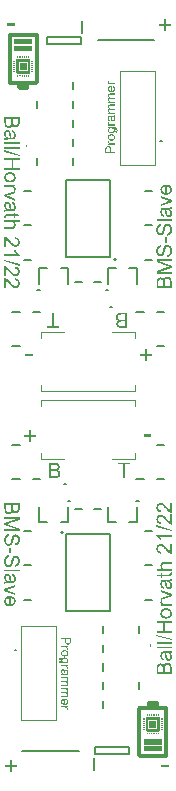
<source format=gto>
G04*
G04 #@! TF.GenerationSoftware,Altium Limited,Altium Designer,21.0.8 (223)*
G04*
G04 Layer_Color=65535*
%FSLAX25Y25*%
%MOIN*%
G70*
G04*
G04 #@! TF.SameCoordinates,5BEE501C-0E39-4D07-B5F2-D33AD55358CD*
G04*
G04*
G04 #@! TF.FilePolarity,Positive*
G04*
G01*
G75*
%ADD10C,0.00787*%
%ADD11C,0.00394*%
%ADD12C,0.01000*%
%ADD13C,0.00500*%
G36*
X52396Y35946D02*
X52439D01*
Y35925D01*
X52523D01*
Y35904D01*
X52566D01*
Y35883D01*
X52608D01*
Y35862D01*
X52651D01*
Y35840D01*
X52672D01*
Y35819D01*
X52714D01*
Y35798D01*
X52736D01*
Y35777D01*
X52757D01*
Y35756D01*
X52778D01*
Y35734D01*
X52799D01*
Y35713D01*
X52820D01*
Y35692D01*
X52842D01*
Y35671D01*
X52863D01*
Y35649D01*
X52884D01*
Y35628D01*
X52905D01*
Y35607D01*
X52926D01*
Y35586D01*
Y35565D01*
Y35543D01*
X52948D01*
Y35522D01*
X52969D01*
Y35501D01*
Y35480D01*
X52990D01*
Y35458D01*
Y35437D01*
X53011D01*
Y35416D01*
Y35395D01*
Y35374D01*
X53032D01*
Y35353D01*
Y35331D01*
Y35310D01*
Y35289D01*
X53054D01*
Y35268D01*
Y35246D01*
Y35225D01*
Y35204D01*
Y35183D01*
Y35162D01*
X53075D01*
Y35140D01*
Y35119D01*
Y35098D01*
Y35077D01*
Y35056D01*
Y35034D01*
Y35013D01*
Y34992D01*
Y34971D01*
Y34949D01*
Y34928D01*
Y34907D01*
Y34886D01*
Y34865D01*
Y34843D01*
Y34822D01*
Y34801D01*
Y34780D01*
Y34758D01*
Y34737D01*
Y34716D01*
Y34695D01*
Y34674D01*
Y34653D01*
Y34631D01*
Y34610D01*
Y34589D01*
Y34568D01*
Y34546D01*
Y34525D01*
Y34504D01*
Y34483D01*
Y34462D01*
Y34440D01*
Y34419D01*
Y34398D01*
Y34377D01*
Y34356D01*
Y34334D01*
Y34313D01*
Y34292D01*
Y34271D01*
Y34249D01*
X55578D01*
Y34228D01*
X55663D01*
Y34207D01*
X55726D01*
Y34186D01*
X55790D01*
Y34165D01*
X55811D01*
Y34143D01*
X55875D01*
Y34122D01*
X55896D01*
Y34101D01*
X55939D01*
Y34080D01*
X55960D01*
Y34058D01*
X55981D01*
Y34037D01*
X56024D01*
Y34016D01*
X56045D01*
Y33995D01*
X56066D01*
Y33974D01*
X56087D01*
Y33953D01*
Y33931D01*
X56129D01*
Y33910D01*
Y33889D01*
Y33868D01*
X56151D01*
Y33846D01*
X56172D01*
Y33825D01*
X56193D01*
Y33804D01*
Y33783D01*
Y33762D01*
X56214D01*
Y33740D01*
X56236D01*
Y33719D01*
Y33698D01*
Y33677D01*
X56257D01*
Y33656D01*
Y33634D01*
Y33613D01*
X56278D01*
Y33592D01*
Y33571D01*
Y33549D01*
Y33528D01*
Y33507D01*
X56299D01*
Y33486D01*
Y33465D01*
Y33443D01*
Y33422D01*
Y33401D01*
Y33380D01*
Y33358D01*
Y33337D01*
Y33316D01*
Y33295D01*
Y33274D01*
Y33252D01*
Y33231D01*
Y33210D01*
Y33189D01*
Y33168D01*
Y33146D01*
Y33125D01*
Y33104D01*
Y33083D01*
Y33062D01*
Y33040D01*
Y33019D01*
Y32998D01*
Y32977D01*
Y32956D01*
Y32934D01*
Y32913D01*
Y32892D01*
Y32871D01*
Y32849D01*
Y32828D01*
Y32807D01*
Y32786D01*
Y32765D01*
Y32743D01*
Y32722D01*
Y32701D01*
Y32680D01*
Y32658D01*
Y32637D01*
Y32616D01*
Y32595D01*
Y32574D01*
Y32552D01*
Y32531D01*
Y32510D01*
Y32489D01*
Y32468D01*
Y32446D01*
Y32425D01*
Y32404D01*
Y32383D01*
Y32362D01*
Y32340D01*
Y32319D01*
Y32298D01*
Y32277D01*
Y32256D01*
Y32234D01*
Y32213D01*
Y32192D01*
Y32171D01*
Y32149D01*
Y32128D01*
Y32107D01*
Y32086D01*
Y32065D01*
Y32043D01*
Y32022D01*
Y32001D01*
Y31980D01*
Y31958D01*
Y31937D01*
Y31916D01*
Y31895D01*
Y31874D01*
Y31852D01*
Y31831D01*
Y31810D01*
Y31789D01*
Y31768D01*
Y31746D01*
Y31725D01*
Y31704D01*
Y31683D01*
Y31661D01*
Y31640D01*
Y31619D01*
Y31598D01*
Y31577D01*
Y31556D01*
Y31534D01*
Y31513D01*
Y31492D01*
Y31471D01*
Y31449D01*
Y31428D01*
Y31407D01*
Y31386D01*
Y31365D01*
Y31343D01*
Y31322D01*
Y31301D01*
Y31280D01*
Y31258D01*
Y31237D01*
Y31216D01*
Y31195D01*
Y31174D01*
Y31152D01*
Y31131D01*
Y31110D01*
Y31089D01*
Y31068D01*
Y31046D01*
Y31025D01*
Y31004D01*
Y30983D01*
Y30961D01*
Y30940D01*
Y30919D01*
Y30898D01*
Y30877D01*
Y30856D01*
Y30834D01*
Y30813D01*
Y30792D01*
Y30771D01*
Y30749D01*
Y30728D01*
Y30707D01*
Y30686D01*
Y30665D01*
Y30643D01*
Y30622D01*
Y30601D01*
Y30580D01*
Y30558D01*
Y30537D01*
Y30516D01*
Y30495D01*
Y30474D01*
Y30452D01*
Y30431D01*
Y30410D01*
Y30389D01*
Y30368D01*
Y30346D01*
Y30325D01*
Y30304D01*
Y30283D01*
Y30261D01*
Y30240D01*
Y30219D01*
Y30198D01*
Y30177D01*
Y30156D01*
Y30134D01*
Y30113D01*
Y30092D01*
Y30071D01*
Y30049D01*
Y30028D01*
Y30007D01*
Y29986D01*
Y29965D01*
Y29943D01*
Y29922D01*
Y29901D01*
Y29880D01*
Y29858D01*
Y29837D01*
Y29816D01*
Y29795D01*
Y29774D01*
Y29752D01*
Y29731D01*
Y29710D01*
Y29689D01*
Y29668D01*
Y29646D01*
Y29625D01*
Y29604D01*
Y29583D01*
Y29561D01*
Y29540D01*
Y29519D01*
Y29498D01*
Y29477D01*
Y29455D01*
Y29434D01*
Y29413D01*
Y29392D01*
Y29371D01*
Y29349D01*
Y29328D01*
Y29307D01*
Y29286D01*
Y29265D01*
Y29243D01*
Y29222D01*
Y29201D01*
Y29180D01*
Y29158D01*
Y29137D01*
Y29116D01*
Y29095D01*
Y29074D01*
Y29052D01*
Y29031D01*
Y29010D01*
Y28989D01*
Y28968D01*
Y28946D01*
Y28925D01*
Y28904D01*
Y28883D01*
Y28861D01*
Y28840D01*
Y28819D01*
Y28798D01*
Y28777D01*
Y28755D01*
Y28734D01*
Y28713D01*
Y28692D01*
Y28671D01*
Y28649D01*
Y28628D01*
Y28607D01*
Y28586D01*
Y28565D01*
Y28543D01*
Y28522D01*
Y28501D01*
Y28480D01*
Y28458D01*
Y28437D01*
Y28416D01*
Y28395D01*
Y28374D01*
Y28352D01*
Y28331D01*
Y28310D01*
Y28289D01*
Y28267D01*
Y28246D01*
Y28225D01*
Y28204D01*
Y28183D01*
Y28161D01*
Y28140D01*
Y28119D01*
Y28098D01*
Y28077D01*
Y28055D01*
Y28034D01*
Y28013D01*
Y27992D01*
Y27971D01*
Y27949D01*
Y27928D01*
Y27907D01*
Y27886D01*
Y27865D01*
Y27843D01*
Y27822D01*
Y27801D01*
Y27780D01*
Y27758D01*
Y27737D01*
Y27716D01*
Y27695D01*
Y27674D01*
Y27652D01*
Y27631D01*
Y27610D01*
Y27589D01*
Y27567D01*
Y27546D01*
Y27525D01*
Y27504D01*
Y27483D01*
Y27461D01*
Y27440D01*
Y27419D01*
Y27398D01*
Y27377D01*
Y27355D01*
Y27334D01*
Y27313D01*
Y27292D01*
Y27271D01*
Y27249D01*
Y27228D01*
Y27207D01*
Y27186D01*
Y27165D01*
Y27143D01*
Y27122D01*
Y27101D01*
Y27080D01*
Y27058D01*
Y27037D01*
Y27016D01*
Y26995D01*
Y26974D01*
Y26952D01*
Y26931D01*
Y26910D01*
Y26889D01*
Y26867D01*
Y26846D01*
Y26825D01*
Y26804D01*
Y26783D01*
Y26761D01*
Y26740D01*
Y26719D01*
Y26698D01*
Y26677D01*
Y26655D01*
Y26634D01*
Y26613D01*
Y26592D01*
Y26571D01*
Y26549D01*
Y26528D01*
Y26507D01*
Y26486D01*
Y26465D01*
Y26443D01*
Y26422D01*
Y26401D01*
Y26380D01*
Y26358D01*
Y26337D01*
Y26316D01*
Y26295D01*
Y26274D01*
Y26252D01*
Y26231D01*
Y26210D01*
Y26189D01*
Y26168D01*
Y26146D01*
Y26125D01*
Y26104D01*
Y26083D01*
Y26061D01*
Y26040D01*
Y26019D01*
Y25998D01*
Y25977D01*
Y25955D01*
Y25934D01*
Y25913D01*
Y25892D01*
Y25871D01*
Y25849D01*
Y25828D01*
Y25807D01*
Y25786D01*
Y25765D01*
Y25743D01*
Y25722D01*
Y25701D01*
Y25680D01*
Y25658D01*
Y25637D01*
Y25616D01*
Y25595D01*
Y25574D01*
Y25552D01*
Y25531D01*
Y25510D01*
Y25489D01*
Y25468D01*
Y25446D01*
Y25425D01*
Y25404D01*
Y25383D01*
Y25361D01*
Y25340D01*
Y25319D01*
Y25298D01*
Y25277D01*
Y25255D01*
Y25234D01*
Y25213D01*
Y25192D01*
Y25171D01*
Y25149D01*
Y25128D01*
Y25107D01*
Y25086D01*
Y25065D01*
Y25043D01*
Y25022D01*
Y25001D01*
Y24980D01*
Y24958D01*
Y24937D01*
Y24916D01*
Y24895D01*
Y24874D01*
Y24852D01*
Y24831D01*
Y24810D01*
Y24789D01*
Y24768D01*
Y24746D01*
Y24725D01*
Y24704D01*
Y24683D01*
Y24661D01*
Y24640D01*
Y24619D01*
Y24598D01*
Y24577D01*
Y24555D01*
Y24534D01*
Y24513D01*
Y24492D01*
Y24471D01*
Y24449D01*
Y24428D01*
Y24407D01*
Y24386D01*
Y24364D01*
Y24343D01*
Y24322D01*
Y24301D01*
Y24280D01*
Y24258D01*
Y24237D01*
Y24216D01*
Y24195D01*
Y24174D01*
Y24152D01*
Y24131D01*
Y24110D01*
Y24089D01*
Y24068D01*
Y24046D01*
Y24025D01*
Y24004D01*
Y23983D01*
Y23961D01*
Y23940D01*
Y23919D01*
Y23898D01*
Y23877D01*
Y23855D01*
Y23834D01*
Y23813D01*
Y23792D01*
Y23771D01*
Y23749D01*
Y23728D01*
Y23707D01*
Y23686D01*
Y23664D01*
Y23643D01*
Y23622D01*
Y23601D01*
Y23580D01*
Y23558D01*
Y23537D01*
Y23516D01*
Y23495D01*
Y23474D01*
Y23452D01*
Y23431D01*
Y23410D01*
Y23389D01*
Y23368D01*
Y23346D01*
Y23325D01*
Y23304D01*
Y23283D01*
Y23261D01*
Y23240D01*
Y23219D01*
Y23198D01*
Y23177D01*
Y23155D01*
Y23134D01*
Y23113D01*
Y23092D01*
Y23070D01*
Y23049D01*
Y23028D01*
Y23007D01*
Y22986D01*
Y22964D01*
Y22943D01*
Y22922D01*
Y22901D01*
Y22880D01*
Y22858D01*
Y22837D01*
Y22816D01*
Y22795D01*
Y22774D01*
Y22752D01*
Y22731D01*
Y22710D01*
Y22689D01*
Y22668D01*
Y22646D01*
Y22625D01*
Y22604D01*
Y22583D01*
Y22561D01*
Y22540D01*
Y22519D01*
Y22498D01*
Y22477D01*
Y22455D01*
Y22434D01*
Y22413D01*
Y22392D01*
Y22370D01*
Y22349D01*
Y22328D01*
Y22307D01*
Y22286D01*
Y22264D01*
Y22243D01*
Y22222D01*
Y22201D01*
Y22180D01*
Y22158D01*
Y22137D01*
Y22116D01*
Y22095D01*
Y22074D01*
Y22052D01*
Y22031D01*
Y22010D01*
Y21989D01*
Y21968D01*
Y21946D01*
Y21925D01*
Y21904D01*
Y21883D01*
Y21861D01*
Y21840D01*
Y21819D01*
Y21798D01*
Y21777D01*
Y21755D01*
Y21734D01*
Y21713D01*
Y21692D01*
Y21670D01*
Y21649D01*
Y21628D01*
Y21607D01*
Y21586D01*
Y21565D01*
Y21543D01*
Y21522D01*
Y21501D01*
Y21480D01*
Y21458D01*
Y21437D01*
Y21416D01*
Y21395D01*
Y21374D01*
Y21352D01*
Y21331D01*
Y21310D01*
Y21289D01*
Y21268D01*
Y21246D01*
Y21225D01*
Y21204D01*
Y21183D01*
Y21161D01*
Y21140D01*
Y21119D01*
Y21098D01*
Y21077D01*
Y21055D01*
Y21034D01*
Y21013D01*
Y20992D01*
Y20970D01*
Y20949D01*
Y20928D01*
Y20907D01*
Y20886D01*
Y20864D01*
Y20843D01*
Y20822D01*
Y20801D01*
Y20780D01*
Y20758D01*
Y20737D01*
Y20716D01*
Y20695D01*
Y20674D01*
Y20652D01*
Y20631D01*
Y20610D01*
Y20589D01*
Y20568D01*
Y20546D01*
Y20525D01*
Y20504D01*
Y20483D01*
Y20461D01*
Y20440D01*
Y20419D01*
Y20398D01*
Y20377D01*
Y20355D01*
Y20334D01*
Y20313D01*
Y20292D01*
Y20270D01*
Y20249D01*
Y20228D01*
Y20207D01*
Y20186D01*
Y20164D01*
Y20143D01*
Y20122D01*
Y20101D01*
Y20080D01*
Y20058D01*
Y20037D01*
Y20016D01*
Y19995D01*
Y19974D01*
Y19952D01*
Y19931D01*
Y19910D01*
Y19889D01*
Y19868D01*
Y19846D01*
Y19825D01*
Y19804D01*
Y19783D01*
Y19761D01*
Y19740D01*
Y19719D01*
Y19698D01*
Y19677D01*
Y19655D01*
Y19634D01*
Y19613D01*
Y19592D01*
Y19570D01*
Y19549D01*
Y19528D01*
Y19507D01*
Y19486D01*
Y19464D01*
Y19443D01*
Y19422D01*
Y19401D01*
Y19380D01*
Y19358D01*
Y19337D01*
Y19316D01*
Y19295D01*
Y19274D01*
Y19252D01*
Y19231D01*
Y19210D01*
Y19189D01*
Y19168D01*
Y19146D01*
Y19125D01*
Y19104D01*
Y19083D01*
Y19061D01*
Y19040D01*
Y19019D01*
Y18998D01*
Y18977D01*
Y18955D01*
Y18934D01*
Y18913D01*
Y18892D01*
Y18870D01*
Y18849D01*
Y18828D01*
Y18807D01*
Y18786D01*
Y18764D01*
Y18743D01*
Y18722D01*
Y18701D01*
Y18680D01*
Y18658D01*
Y18637D01*
Y18616D01*
Y18595D01*
Y18574D01*
Y18552D01*
Y18531D01*
Y18510D01*
Y18489D01*
Y18467D01*
Y18446D01*
Y18425D01*
Y18404D01*
Y18383D01*
Y18361D01*
Y18340D01*
Y18319D01*
Y18298D01*
Y18277D01*
Y18255D01*
Y18234D01*
Y18213D01*
Y18192D01*
Y18170D01*
Y18149D01*
Y18128D01*
Y18107D01*
Y18086D01*
Y18064D01*
Y18043D01*
Y18022D01*
Y18001D01*
Y17980D01*
Y17958D01*
Y17937D01*
Y17916D01*
Y17895D01*
Y17874D01*
Y17852D01*
Y17831D01*
Y17810D01*
Y17789D01*
Y17767D01*
Y17746D01*
X56278D01*
Y17725D01*
Y17704D01*
Y17683D01*
Y17661D01*
Y17640D01*
X56257D01*
Y17619D01*
Y17598D01*
Y17576D01*
X56236D01*
Y17555D01*
Y17534D01*
Y17513D01*
X56214D01*
Y17492D01*
Y17470D01*
X56193D01*
Y17449D01*
Y17428D01*
X56172D01*
Y17407D01*
Y17386D01*
X56151D01*
Y17364D01*
X56129D01*
Y17343D01*
X56108D01*
Y17322D01*
X56087D01*
Y17301D01*
Y17280D01*
X56066D01*
Y17258D01*
X56045D01*
Y17237D01*
X56024D01*
Y17216D01*
X56002D01*
Y17195D01*
X55960D01*
Y17174D01*
X55939D01*
Y17152D01*
X55917D01*
Y17131D01*
X55875D01*
Y17110D01*
X55832D01*
Y17089D01*
X55790D01*
Y17067D01*
X55748D01*
Y17046D01*
X55663D01*
Y17025D01*
X55620D01*
Y17004D01*
X46626D01*
Y17025D01*
X46584D01*
Y17046D01*
X46499D01*
Y17067D01*
X46457D01*
Y17089D01*
X46414D01*
Y17110D01*
X46372D01*
Y17131D01*
X46351D01*
Y17152D01*
X46308D01*
Y17174D01*
X46287D01*
Y17195D01*
X46266D01*
Y17216D01*
X46223D01*
Y17237D01*
X46202D01*
Y17258D01*
X46181D01*
Y17280D01*
X46160D01*
Y17301D01*
X46139D01*
Y17322D01*
X46117D01*
Y17343D01*
Y17364D01*
X46096D01*
Y17386D01*
Y17407D01*
X46075D01*
Y17428D01*
X46054D01*
Y17449D01*
Y17470D01*
Y17492D01*
X46032D01*
Y17513D01*
X46011D01*
Y17534D01*
Y17555D01*
Y17576D01*
X45990D01*
Y17598D01*
Y17619D01*
Y17640D01*
X45969D01*
Y17661D01*
Y17683D01*
Y17704D01*
X45948D01*
Y17725D01*
Y17746D01*
Y17767D01*
Y17789D01*
Y17810D01*
Y17831D01*
Y17852D01*
Y17874D01*
Y17895D01*
Y17916D01*
Y17937D01*
Y17958D01*
Y17980D01*
Y18001D01*
Y18022D01*
Y18043D01*
Y18064D01*
Y18086D01*
Y18107D01*
Y18128D01*
Y18149D01*
Y18170D01*
Y18192D01*
Y18213D01*
Y18234D01*
Y18255D01*
Y18277D01*
Y18298D01*
Y18319D01*
Y18340D01*
Y18361D01*
Y18383D01*
Y18404D01*
Y18425D01*
Y18446D01*
Y18467D01*
Y18489D01*
Y18510D01*
Y18531D01*
Y18552D01*
Y18574D01*
Y18595D01*
Y18616D01*
Y18637D01*
Y18658D01*
Y18680D01*
Y18701D01*
Y18722D01*
Y18743D01*
Y18764D01*
Y18786D01*
Y18807D01*
Y18828D01*
Y18849D01*
Y18870D01*
Y18892D01*
Y18913D01*
Y18934D01*
Y18955D01*
Y18977D01*
Y18998D01*
Y19019D01*
Y19040D01*
Y19061D01*
Y19083D01*
Y19104D01*
Y19125D01*
Y19146D01*
Y19168D01*
Y19189D01*
Y19210D01*
Y19231D01*
Y19252D01*
Y19274D01*
Y19295D01*
Y19316D01*
Y19337D01*
Y19358D01*
Y19380D01*
Y19401D01*
Y19422D01*
Y19443D01*
Y19464D01*
Y19486D01*
Y19507D01*
Y19528D01*
Y19549D01*
Y19570D01*
Y19592D01*
Y19613D01*
Y19634D01*
Y19655D01*
Y19677D01*
Y19698D01*
Y19719D01*
Y19740D01*
Y19761D01*
Y19783D01*
Y19804D01*
Y19825D01*
Y19846D01*
Y19868D01*
Y19889D01*
Y19910D01*
Y19931D01*
Y19952D01*
Y19974D01*
Y19995D01*
Y20016D01*
Y20037D01*
Y20058D01*
Y20080D01*
Y20101D01*
Y20122D01*
Y20143D01*
Y20164D01*
Y20186D01*
Y20207D01*
Y20228D01*
Y20249D01*
Y20270D01*
Y20292D01*
Y20313D01*
Y20334D01*
Y20355D01*
Y20377D01*
Y20398D01*
Y20419D01*
Y20440D01*
Y20461D01*
Y20483D01*
Y20504D01*
Y20525D01*
Y20546D01*
Y20568D01*
Y20589D01*
Y20610D01*
Y20631D01*
Y20652D01*
Y20674D01*
Y20695D01*
Y20716D01*
Y20737D01*
Y20758D01*
Y20780D01*
Y20801D01*
Y20822D01*
Y20843D01*
Y20864D01*
Y20886D01*
Y20907D01*
Y20928D01*
Y20949D01*
Y20970D01*
Y20992D01*
Y21013D01*
Y21034D01*
Y21055D01*
Y21077D01*
Y21098D01*
Y21119D01*
Y21140D01*
Y21161D01*
Y21183D01*
Y21204D01*
Y21225D01*
Y21246D01*
Y21268D01*
Y21289D01*
Y21310D01*
Y21331D01*
Y21352D01*
Y21374D01*
Y21395D01*
Y21416D01*
Y21437D01*
Y21458D01*
Y21480D01*
Y21501D01*
Y21522D01*
Y21543D01*
Y21565D01*
Y21586D01*
Y21607D01*
Y21628D01*
Y21649D01*
Y21670D01*
Y21692D01*
Y21713D01*
Y21734D01*
Y21755D01*
Y21777D01*
Y21798D01*
Y21819D01*
Y21840D01*
Y21861D01*
Y21883D01*
Y21904D01*
Y21925D01*
Y21946D01*
Y21968D01*
Y21989D01*
Y22010D01*
Y22031D01*
Y22052D01*
Y22074D01*
Y22095D01*
Y22116D01*
Y22137D01*
Y22158D01*
Y22180D01*
Y22201D01*
Y22222D01*
Y22243D01*
Y22264D01*
Y22286D01*
Y22307D01*
Y22328D01*
Y22349D01*
Y22370D01*
Y22392D01*
Y22413D01*
Y22434D01*
Y22455D01*
Y22477D01*
Y22498D01*
Y22519D01*
Y22540D01*
Y22561D01*
Y22583D01*
Y22604D01*
Y22625D01*
Y22646D01*
Y22668D01*
Y22689D01*
Y22710D01*
Y22731D01*
Y22752D01*
Y22774D01*
Y22795D01*
Y22816D01*
Y22837D01*
Y22858D01*
Y22880D01*
Y22901D01*
Y22922D01*
Y22943D01*
Y22964D01*
Y22986D01*
Y23007D01*
Y23028D01*
Y23049D01*
Y23070D01*
Y23092D01*
Y23113D01*
Y23134D01*
Y23155D01*
Y23177D01*
Y23198D01*
Y23219D01*
Y23240D01*
Y23261D01*
Y23283D01*
Y23304D01*
Y23325D01*
Y23346D01*
Y23368D01*
Y23389D01*
Y23410D01*
Y23431D01*
Y23452D01*
Y23474D01*
Y23495D01*
Y23516D01*
Y23537D01*
Y23558D01*
Y23580D01*
Y23601D01*
Y23622D01*
Y23643D01*
Y23664D01*
Y23686D01*
Y23707D01*
Y23728D01*
Y23749D01*
Y23771D01*
Y23792D01*
Y23813D01*
Y23834D01*
Y23855D01*
Y23877D01*
Y23898D01*
Y23919D01*
Y23940D01*
Y23961D01*
Y23983D01*
Y24004D01*
Y24025D01*
Y24046D01*
Y24068D01*
Y24089D01*
Y24110D01*
Y24131D01*
Y24152D01*
Y24174D01*
Y24195D01*
Y24216D01*
Y24237D01*
Y24258D01*
Y24280D01*
Y24301D01*
Y24322D01*
Y24343D01*
Y24364D01*
Y24386D01*
Y24407D01*
Y24428D01*
Y24449D01*
Y24471D01*
Y24492D01*
Y24513D01*
Y24534D01*
Y24555D01*
Y24577D01*
Y24598D01*
Y24619D01*
Y24640D01*
Y24661D01*
Y24683D01*
Y24704D01*
Y24725D01*
Y24746D01*
Y24768D01*
Y24789D01*
Y24810D01*
Y24831D01*
Y24852D01*
Y24874D01*
Y24895D01*
Y24916D01*
Y24937D01*
Y24958D01*
Y24980D01*
Y25001D01*
Y25022D01*
Y25043D01*
Y25065D01*
Y25086D01*
Y25107D01*
Y25128D01*
Y25149D01*
Y25171D01*
Y25192D01*
Y25213D01*
Y25234D01*
Y25255D01*
Y25277D01*
Y25298D01*
Y25319D01*
Y25340D01*
Y25361D01*
Y25383D01*
Y25404D01*
Y25425D01*
Y25446D01*
Y25468D01*
Y25489D01*
Y25510D01*
Y25531D01*
Y25552D01*
Y25574D01*
Y25595D01*
Y25616D01*
Y25637D01*
Y25658D01*
Y25680D01*
Y25701D01*
Y25722D01*
Y25743D01*
Y25765D01*
Y25786D01*
Y25807D01*
Y25828D01*
Y25849D01*
Y25871D01*
Y25892D01*
Y25913D01*
Y25934D01*
Y25955D01*
Y25977D01*
Y25998D01*
Y26019D01*
Y26040D01*
Y26061D01*
Y26083D01*
Y26104D01*
Y26125D01*
Y26146D01*
Y26168D01*
Y26189D01*
Y26210D01*
Y26231D01*
Y26252D01*
Y26274D01*
Y26295D01*
Y26316D01*
Y26337D01*
Y26358D01*
Y26380D01*
Y26401D01*
Y26422D01*
Y26443D01*
Y26465D01*
Y26486D01*
Y26507D01*
Y26528D01*
Y26549D01*
Y26571D01*
Y26592D01*
Y26613D01*
Y26634D01*
Y26655D01*
Y26677D01*
Y26698D01*
Y26719D01*
Y26740D01*
Y26761D01*
Y26783D01*
Y26804D01*
Y26825D01*
Y26846D01*
Y26867D01*
Y26889D01*
Y26910D01*
Y26931D01*
Y26952D01*
Y26974D01*
Y26995D01*
Y27016D01*
Y27037D01*
Y27058D01*
Y27080D01*
Y27101D01*
Y27122D01*
Y27143D01*
Y27165D01*
Y27186D01*
Y27207D01*
Y27228D01*
Y27249D01*
Y27271D01*
Y27292D01*
Y27313D01*
Y27334D01*
Y27355D01*
Y27377D01*
Y27398D01*
Y27419D01*
Y27440D01*
Y27461D01*
Y27483D01*
Y27504D01*
Y27525D01*
Y27546D01*
Y27567D01*
Y27589D01*
Y27610D01*
Y27631D01*
Y27652D01*
Y27674D01*
Y27695D01*
Y27716D01*
Y27737D01*
Y27758D01*
Y27780D01*
Y27801D01*
Y27822D01*
Y27843D01*
Y27865D01*
Y27886D01*
Y27907D01*
Y27928D01*
Y27949D01*
Y27971D01*
Y27992D01*
Y28013D01*
Y28034D01*
Y28055D01*
Y28077D01*
Y28098D01*
Y28119D01*
Y28140D01*
Y28161D01*
Y28183D01*
Y28204D01*
Y28225D01*
Y28246D01*
Y28267D01*
Y28289D01*
Y28310D01*
Y28331D01*
Y28352D01*
Y28374D01*
Y28395D01*
Y28416D01*
Y28437D01*
Y28458D01*
Y28480D01*
Y28501D01*
Y28522D01*
Y28543D01*
Y28565D01*
Y28586D01*
Y28607D01*
Y28628D01*
Y28649D01*
Y28671D01*
Y28692D01*
Y28713D01*
Y28734D01*
Y28755D01*
Y28777D01*
Y28798D01*
Y28819D01*
Y28840D01*
Y28861D01*
Y28883D01*
Y28904D01*
Y28925D01*
Y28946D01*
Y28968D01*
Y28989D01*
Y29010D01*
Y29031D01*
Y29052D01*
Y29074D01*
Y29095D01*
Y29116D01*
Y29137D01*
Y29158D01*
Y29180D01*
Y29201D01*
Y29222D01*
Y29243D01*
Y29265D01*
Y29286D01*
Y29307D01*
Y29328D01*
Y29349D01*
Y29371D01*
Y29392D01*
Y29413D01*
Y29434D01*
Y29455D01*
Y29477D01*
Y29498D01*
Y29519D01*
Y29540D01*
Y29561D01*
Y29583D01*
Y29604D01*
Y29625D01*
Y29646D01*
Y29668D01*
Y29689D01*
Y29710D01*
Y29731D01*
Y29752D01*
Y29774D01*
Y29795D01*
Y29816D01*
Y29837D01*
Y29858D01*
Y29880D01*
Y29901D01*
Y29922D01*
Y29943D01*
Y29965D01*
Y29986D01*
Y30007D01*
Y30028D01*
Y30049D01*
Y30071D01*
Y30092D01*
Y30113D01*
Y30134D01*
Y30156D01*
Y30177D01*
Y30198D01*
Y30219D01*
Y30240D01*
Y30261D01*
Y30283D01*
Y30304D01*
Y30325D01*
Y30346D01*
Y30368D01*
Y30389D01*
Y30410D01*
Y30431D01*
Y30452D01*
Y30474D01*
Y30495D01*
Y30516D01*
Y30537D01*
Y30558D01*
Y30580D01*
Y30601D01*
Y30622D01*
Y30643D01*
Y30665D01*
Y30686D01*
Y30707D01*
Y30728D01*
Y30749D01*
Y30771D01*
Y30792D01*
Y30813D01*
Y30834D01*
Y30856D01*
Y30877D01*
Y30898D01*
Y30919D01*
Y30940D01*
Y30961D01*
Y30983D01*
Y31004D01*
Y31025D01*
Y31046D01*
Y31068D01*
Y31089D01*
Y31110D01*
Y31131D01*
Y31152D01*
Y31174D01*
Y31195D01*
Y31216D01*
Y31237D01*
Y31258D01*
Y31280D01*
Y31301D01*
Y31322D01*
Y31343D01*
Y31365D01*
Y31386D01*
Y31407D01*
Y31428D01*
Y31449D01*
Y31471D01*
Y31492D01*
Y31513D01*
Y31534D01*
Y31556D01*
Y31577D01*
Y31598D01*
Y31619D01*
Y31640D01*
Y31661D01*
Y31683D01*
Y31704D01*
Y31725D01*
Y31746D01*
Y31768D01*
Y31789D01*
Y31810D01*
Y31831D01*
Y31852D01*
Y31874D01*
Y31895D01*
Y31916D01*
Y31937D01*
Y31958D01*
Y31980D01*
Y32001D01*
Y32022D01*
Y32043D01*
Y32065D01*
Y32086D01*
Y32107D01*
Y32128D01*
Y32149D01*
Y32171D01*
Y32192D01*
Y32213D01*
Y32234D01*
Y32256D01*
Y32277D01*
Y32298D01*
Y32319D01*
Y32340D01*
Y32362D01*
Y32383D01*
Y32404D01*
Y32425D01*
Y32446D01*
Y32468D01*
Y32489D01*
Y32510D01*
Y32531D01*
Y32552D01*
Y32574D01*
Y32595D01*
Y32616D01*
Y32637D01*
Y32658D01*
Y32680D01*
Y32701D01*
Y32722D01*
Y32743D01*
Y32765D01*
Y32786D01*
Y32807D01*
Y32828D01*
Y32849D01*
Y32871D01*
Y32892D01*
Y32913D01*
Y32934D01*
Y32956D01*
Y32977D01*
Y32998D01*
Y33019D01*
Y33040D01*
Y33062D01*
Y33083D01*
Y33104D01*
Y33125D01*
Y33146D01*
Y33168D01*
Y33189D01*
Y33210D01*
Y33231D01*
Y33252D01*
Y33274D01*
Y33295D01*
Y33316D01*
Y33337D01*
Y33358D01*
Y33380D01*
Y33401D01*
Y33422D01*
Y33443D01*
Y33465D01*
Y33486D01*
Y33507D01*
Y33528D01*
Y33549D01*
X45969D01*
Y33571D01*
Y33592D01*
Y33613D01*
X45990D01*
Y33634D01*
Y33656D01*
Y33677D01*
X46011D01*
Y33698D01*
Y33719D01*
Y33740D01*
X46032D01*
Y33762D01*
Y33783D01*
X46054D01*
Y33804D01*
Y33825D01*
X46075D01*
Y33846D01*
X46096D01*
Y33868D01*
Y33889D01*
X46117D01*
Y33910D01*
X46139D01*
Y33931D01*
X46160D01*
Y33953D01*
Y33974D01*
X46181D01*
Y33995D01*
X46202D01*
Y34016D01*
X46223D01*
Y34037D01*
X46266D01*
Y34058D01*
X46287D01*
Y34080D01*
X46308D01*
Y34101D01*
X46351D01*
Y34122D01*
X46372D01*
Y34143D01*
X46414D01*
Y34165D01*
X46457D01*
Y34186D01*
X46520D01*
Y34207D01*
X46584D01*
Y34228D01*
X46626D01*
Y34249D01*
X49172D01*
Y34271D01*
Y34292D01*
Y34313D01*
Y34334D01*
Y34356D01*
Y34377D01*
Y34398D01*
Y34419D01*
Y34440D01*
Y34462D01*
Y34483D01*
Y34504D01*
Y34525D01*
Y34546D01*
Y34568D01*
Y34589D01*
Y34610D01*
Y34631D01*
Y34653D01*
Y34674D01*
Y34695D01*
Y34716D01*
Y34737D01*
Y34758D01*
Y34780D01*
Y34801D01*
Y34822D01*
Y34843D01*
Y34865D01*
Y34886D01*
Y34907D01*
Y34928D01*
Y34949D01*
Y34971D01*
Y34992D01*
Y35013D01*
Y35034D01*
Y35056D01*
Y35077D01*
Y35098D01*
Y35119D01*
Y35140D01*
Y35162D01*
X49193D01*
Y35183D01*
Y35204D01*
Y35225D01*
Y35246D01*
Y35268D01*
Y35289D01*
X49214D01*
Y35310D01*
Y35331D01*
Y35353D01*
Y35374D01*
Y35395D01*
X49235D01*
Y35416D01*
Y35437D01*
X49257D01*
Y35458D01*
Y35480D01*
X49278D01*
Y35501D01*
Y35522D01*
X49299D01*
Y35543D01*
Y35565D01*
X49320D01*
Y35586D01*
Y35607D01*
X49342D01*
Y35628D01*
X49363D01*
Y35649D01*
X49384D01*
Y35671D01*
X49405D01*
Y35692D01*
X49426D01*
Y35713D01*
X49448D01*
Y35734D01*
X49469D01*
Y35756D01*
X49490D01*
Y35777D01*
X49511D01*
Y35798D01*
X49532D01*
Y35819D01*
X49575D01*
Y35840D01*
X49596D01*
Y35862D01*
X49639D01*
Y35883D01*
X49681D01*
Y35904D01*
X49723D01*
Y35925D01*
X49808D01*
Y35946D01*
X49872D01*
Y35968D01*
X52396D01*
Y35946D01*
D02*
G37*
G36*
X12429Y258565D02*
X12471D01*
Y258544D01*
X12556D01*
Y258523D01*
X12598D01*
Y258502D01*
X12641D01*
Y258481D01*
X12683D01*
Y258459D01*
X12705D01*
Y258438D01*
X12747D01*
Y258417D01*
X12768D01*
Y258396D01*
X12789D01*
Y258375D01*
X12832D01*
Y258353D01*
X12853D01*
Y258332D01*
X12874D01*
Y258311D01*
X12895D01*
Y258290D01*
X12917D01*
Y258269D01*
X12938D01*
Y258247D01*
Y258226D01*
X12959D01*
Y258205D01*
Y258184D01*
X12980D01*
Y258162D01*
X13002D01*
Y258141D01*
Y258120D01*
Y258099D01*
X13023D01*
Y258078D01*
X13044D01*
Y258056D01*
Y258035D01*
Y258014D01*
X13065D01*
Y257993D01*
Y257972D01*
Y257950D01*
X13086D01*
Y257929D01*
Y257908D01*
Y257887D01*
X13107D01*
Y257866D01*
Y257844D01*
Y257823D01*
Y257802D01*
Y257781D01*
Y257759D01*
Y257738D01*
Y257717D01*
Y257696D01*
Y257675D01*
Y257653D01*
Y257632D01*
Y257611D01*
Y257590D01*
Y257569D01*
Y257547D01*
Y257526D01*
Y257505D01*
Y257484D01*
Y257463D01*
Y257441D01*
Y257420D01*
Y257399D01*
Y257378D01*
Y257356D01*
Y257335D01*
Y257314D01*
Y257293D01*
Y257272D01*
Y257250D01*
Y257229D01*
Y257208D01*
Y257187D01*
Y257166D01*
Y257144D01*
Y257123D01*
Y257102D01*
Y257081D01*
Y257060D01*
Y257038D01*
Y257017D01*
Y256996D01*
Y256975D01*
Y256953D01*
Y256932D01*
Y256911D01*
Y256890D01*
Y256869D01*
Y256847D01*
Y256826D01*
Y256805D01*
Y256784D01*
Y256763D01*
Y256741D01*
Y256720D01*
Y256699D01*
Y256678D01*
Y256656D01*
Y256635D01*
Y256614D01*
Y256593D01*
Y256572D01*
Y256550D01*
Y256529D01*
Y256508D01*
Y256487D01*
Y256466D01*
Y256444D01*
Y256423D01*
Y256402D01*
Y256381D01*
Y256360D01*
Y256338D01*
Y256317D01*
Y256296D01*
Y256275D01*
Y256253D01*
Y256232D01*
Y256211D01*
Y256190D01*
Y256169D01*
Y256147D01*
Y256126D01*
Y256105D01*
Y256084D01*
Y256063D01*
Y256041D01*
Y256020D01*
Y255999D01*
Y255978D01*
Y255956D01*
Y255935D01*
Y255914D01*
Y255893D01*
Y255872D01*
Y255850D01*
Y255829D01*
Y255808D01*
Y255787D01*
Y255766D01*
Y255744D01*
Y255723D01*
Y255702D01*
Y255681D01*
Y255660D01*
Y255638D01*
Y255617D01*
Y255596D01*
Y255575D01*
Y255553D01*
Y255532D01*
Y255511D01*
Y255490D01*
Y255469D01*
Y255447D01*
Y255426D01*
Y255405D01*
Y255384D01*
Y255363D01*
Y255341D01*
Y255320D01*
Y255299D01*
Y255278D01*
Y255256D01*
Y255235D01*
Y255214D01*
Y255193D01*
Y255172D01*
Y255150D01*
Y255129D01*
Y255108D01*
Y255087D01*
Y255065D01*
Y255044D01*
Y255023D01*
Y255002D01*
Y254981D01*
Y254959D01*
Y254938D01*
Y254917D01*
Y254896D01*
Y254875D01*
Y254853D01*
Y254832D01*
Y254811D01*
Y254790D01*
Y254768D01*
Y254747D01*
Y254726D01*
Y254705D01*
Y254684D01*
Y254662D01*
Y254641D01*
Y254620D01*
Y254599D01*
Y254578D01*
Y254556D01*
Y254535D01*
Y254514D01*
Y254493D01*
Y254472D01*
Y254450D01*
Y254429D01*
Y254408D01*
Y254387D01*
Y254365D01*
Y254344D01*
Y254323D01*
Y254302D01*
Y254281D01*
Y254259D01*
Y254238D01*
Y254217D01*
Y254196D01*
Y254175D01*
Y254153D01*
Y254132D01*
Y254111D01*
Y254090D01*
Y254068D01*
Y254047D01*
Y254026D01*
Y254005D01*
Y253984D01*
Y253962D01*
Y253941D01*
Y253920D01*
Y253899D01*
Y253878D01*
Y253856D01*
Y253835D01*
Y253814D01*
Y253793D01*
Y253771D01*
Y253750D01*
Y253729D01*
Y253708D01*
Y253687D01*
Y253665D01*
Y253644D01*
Y253623D01*
Y253602D01*
Y253581D01*
Y253559D01*
Y253538D01*
Y253517D01*
Y253496D01*
Y253475D01*
Y253453D01*
Y253432D01*
Y253411D01*
Y253390D01*
Y253368D01*
Y253347D01*
Y253326D01*
Y253305D01*
Y253284D01*
Y253262D01*
Y253241D01*
Y253220D01*
Y253199D01*
Y253178D01*
Y253156D01*
Y253135D01*
Y253114D01*
Y253093D01*
Y253071D01*
Y253050D01*
Y253029D01*
Y253008D01*
Y252987D01*
Y252965D01*
Y252944D01*
Y252923D01*
Y252902D01*
Y252881D01*
Y252859D01*
Y252838D01*
Y252817D01*
Y252796D01*
Y252775D01*
Y252753D01*
Y252732D01*
Y252711D01*
Y252690D01*
Y252668D01*
Y252647D01*
Y252626D01*
Y252605D01*
Y252584D01*
Y252562D01*
Y252541D01*
Y252520D01*
Y252499D01*
Y252478D01*
Y252456D01*
Y252435D01*
Y252414D01*
Y252393D01*
Y252372D01*
Y252350D01*
Y252329D01*
Y252308D01*
Y252287D01*
Y252266D01*
Y252244D01*
Y252223D01*
Y252202D01*
Y252181D01*
Y252159D01*
Y252138D01*
Y252117D01*
Y252096D01*
Y252075D01*
Y252053D01*
Y252032D01*
Y252011D01*
Y251990D01*
Y251969D01*
Y251947D01*
Y251926D01*
Y251905D01*
Y251884D01*
Y251862D01*
Y251841D01*
Y251820D01*
Y251799D01*
Y251778D01*
Y251756D01*
Y251735D01*
Y251714D01*
Y251693D01*
Y251672D01*
Y251650D01*
Y251629D01*
Y251608D01*
Y251587D01*
Y251566D01*
Y251544D01*
Y251523D01*
Y251502D01*
Y251481D01*
Y251459D01*
Y251438D01*
Y251417D01*
Y251396D01*
Y251375D01*
Y251353D01*
Y251332D01*
Y251311D01*
Y251290D01*
Y251269D01*
Y251247D01*
Y251226D01*
Y251205D01*
Y251184D01*
Y251162D01*
Y251141D01*
Y251120D01*
Y251099D01*
Y251078D01*
Y251056D01*
Y251035D01*
Y251014D01*
Y250993D01*
Y250972D01*
Y250950D01*
Y250929D01*
Y250908D01*
Y250887D01*
Y250866D01*
Y250844D01*
Y250823D01*
Y250802D01*
Y250781D01*
Y250759D01*
Y250738D01*
Y250717D01*
Y250696D01*
Y250675D01*
Y250653D01*
Y250632D01*
Y250611D01*
Y250590D01*
Y250569D01*
Y250547D01*
Y250526D01*
Y250505D01*
Y250484D01*
Y250462D01*
Y250441D01*
Y250420D01*
Y250399D01*
Y250378D01*
Y250356D01*
Y250335D01*
Y250314D01*
Y250293D01*
Y250272D01*
Y250250D01*
Y250229D01*
Y250208D01*
Y250187D01*
Y250166D01*
Y250144D01*
Y250123D01*
Y250102D01*
Y250081D01*
Y250059D01*
Y250038D01*
Y250017D01*
Y249996D01*
Y249974D01*
Y249953D01*
Y249932D01*
Y249911D01*
Y249890D01*
Y249868D01*
Y249847D01*
Y249826D01*
Y249805D01*
Y249784D01*
Y249762D01*
Y249741D01*
Y249720D01*
Y249699D01*
Y249678D01*
Y249656D01*
Y249635D01*
Y249614D01*
Y249593D01*
Y249571D01*
Y249550D01*
Y249529D01*
Y249508D01*
Y249487D01*
Y249465D01*
Y249444D01*
Y249423D01*
Y249402D01*
Y249381D01*
Y249359D01*
Y249338D01*
Y249317D01*
Y249296D01*
Y249274D01*
Y249253D01*
Y249232D01*
Y249211D01*
Y249190D01*
Y249168D01*
Y249147D01*
Y249126D01*
Y249105D01*
Y249084D01*
Y249062D01*
Y249041D01*
Y249020D01*
Y248999D01*
Y248978D01*
Y248956D01*
Y248935D01*
Y248914D01*
Y248893D01*
Y248871D01*
Y248850D01*
Y248829D01*
Y248808D01*
Y248787D01*
Y248765D01*
Y248744D01*
Y248723D01*
Y248702D01*
Y248681D01*
Y248659D01*
Y248638D01*
Y248617D01*
Y248596D01*
Y248574D01*
Y248553D01*
Y248532D01*
Y248511D01*
Y248490D01*
Y248468D01*
Y248447D01*
Y248426D01*
Y248405D01*
Y248384D01*
Y248362D01*
Y248341D01*
Y248320D01*
Y248299D01*
Y248278D01*
Y248256D01*
Y248235D01*
Y248214D01*
Y248193D01*
Y248171D01*
Y248150D01*
Y248129D01*
Y248108D01*
Y248087D01*
Y248065D01*
Y248044D01*
Y248023D01*
Y248002D01*
Y247981D01*
Y247959D01*
Y247938D01*
Y247917D01*
Y247896D01*
Y247874D01*
Y247853D01*
Y247832D01*
Y247811D01*
Y247790D01*
Y247768D01*
Y247747D01*
Y247726D01*
Y247705D01*
Y247684D01*
Y247662D01*
Y247641D01*
Y247620D01*
Y247599D01*
Y247578D01*
Y247556D01*
Y247535D01*
Y247514D01*
Y247493D01*
Y247471D01*
Y247450D01*
Y247429D01*
Y247408D01*
Y247387D01*
Y247365D01*
Y247344D01*
Y247323D01*
Y247302D01*
Y247281D01*
Y247259D01*
Y247238D01*
Y247217D01*
Y247196D01*
Y247175D01*
Y247153D01*
Y247132D01*
Y247111D01*
Y247090D01*
Y247069D01*
Y247047D01*
Y247026D01*
Y247005D01*
Y246984D01*
Y246962D01*
Y246941D01*
Y246920D01*
Y246899D01*
Y246878D01*
Y246856D01*
Y246835D01*
Y246814D01*
Y246793D01*
Y246772D01*
Y246750D01*
Y246729D01*
Y246708D01*
Y246687D01*
Y246665D01*
Y246644D01*
Y246623D01*
Y246602D01*
Y246581D01*
Y246559D01*
Y246538D01*
Y246517D01*
Y246496D01*
Y246475D01*
Y246453D01*
Y246432D01*
Y246411D01*
Y246390D01*
Y246368D01*
Y246347D01*
Y246326D01*
Y246305D01*
Y246284D01*
Y246262D01*
Y246241D01*
Y246220D01*
Y246199D01*
Y246178D01*
Y246156D01*
Y246135D01*
Y246114D01*
Y246093D01*
Y246072D01*
Y246050D01*
Y246029D01*
Y246008D01*
Y245987D01*
Y245965D01*
Y245944D01*
Y245923D01*
Y245902D01*
Y245881D01*
Y245859D01*
Y245838D01*
Y245817D01*
Y245796D01*
Y245775D01*
Y245753D01*
Y245732D01*
Y245711D01*
Y245690D01*
Y245668D01*
Y245647D01*
Y245626D01*
Y245605D01*
Y245584D01*
Y245562D01*
Y245541D01*
Y245520D01*
Y245499D01*
Y245478D01*
Y245456D01*
Y245435D01*
Y245414D01*
Y245393D01*
Y245372D01*
Y245350D01*
Y245329D01*
Y245308D01*
Y245287D01*
Y245265D01*
Y245244D01*
Y245223D01*
Y245202D01*
Y245181D01*
Y245159D01*
Y245138D01*
Y245117D01*
Y245096D01*
Y245075D01*
Y245053D01*
Y245032D01*
Y245011D01*
Y244990D01*
Y244968D01*
Y244947D01*
Y244926D01*
Y244905D01*
Y244884D01*
Y244862D01*
Y244841D01*
Y244820D01*
Y244799D01*
Y244777D01*
Y244756D01*
Y244735D01*
Y244714D01*
Y244693D01*
Y244672D01*
Y244650D01*
Y244629D01*
Y244608D01*
Y244587D01*
Y244565D01*
Y244544D01*
Y244523D01*
Y244502D01*
Y244480D01*
Y244459D01*
Y244438D01*
Y244417D01*
Y244396D01*
Y244374D01*
Y244353D01*
Y244332D01*
Y244311D01*
Y244290D01*
Y244268D01*
Y244247D01*
Y244226D01*
Y244205D01*
Y244184D01*
Y244162D01*
Y244141D01*
Y244120D01*
Y244099D01*
Y244077D01*
Y244056D01*
Y244035D01*
Y244014D01*
Y243993D01*
Y243971D01*
Y243950D01*
Y243929D01*
Y243908D01*
Y243887D01*
Y243865D01*
Y243844D01*
Y243823D01*
Y243802D01*
Y243780D01*
Y243759D01*
Y243738D01*
Y243717D01*
Y243696D01*
Y243674D01*
Y243653D01*
Y243632D01*
Y243611D01*
Y243590D01*
Y243568D01*
Y243547D01*
Y243526D01*
Y243505D01*
Y243484D01*
Y243462D01*
Y243441D01*
Y243420D01*
Y243399D01*
Y243377D01*
Y243356D01*
Y243335D01*
Y243314D01*
Y243293D01*
Y243271D01*
Y243250D01*
Y243229D01*
Y243208D01*
Y243187D01*
Y243165D01*
Y243144D01*
Y243123D01*
Y243102D01*
Y243080D01*
Y243059D01*
Y243038D01*
Y243017D01*
Y242996D01*
Y242974D01*
Y242953D01*
Y242932D01*
Y242911D01*
Y242890D01*
Y242868D01*
Y242847D01*
Y242826D01*
Y242805D01*
Y242784D01*
Y242762D01*
Y242741D01*
Y242720D01*
Y242699D01*
Y242677D01*
Y242656D01*
Y242635D01*
Y242614D01*
Y242593D01*
Y242571D01*
Y242550D01*
Y242529D01*
Y242508D01*
Y242487D01*
Y242465D01*
Y242444D01*
Y242423D01*
Y242402D01*
Y242380D01*
Y242359D01*
Y242338D01*
Y242317D01*
Y242296D01*
Y242274D01*
Y242253D01*
Y242232D01*
Y242211D01*
Y242190D01*
Y242168D01*
Y242147D01*
Y242126D01*
Y242105D01*
Y242084D01*
Y242062D01*
Y242041D01*
X13086D01*
Y242020D01*
Y241999D01*
Y241978D01*
X13065D01*
Y241956D01*
Y241935D01*
Y241914D01*
X13044D01*
Y241893D01*
Y241871D01*
Y241850D01*
X13023D01*
Y241829D01*
Y241808D01*
X13002D01*
Y241787D01*
Y241765D01*
X12980D01*
Y241744D01*
X12959D01*
Y241723D01*
Y241702D01*
X12938D01*
Y241681D01*
X12917D01*
Y241659D01*
X12895D01*
Y241638D01*
Y241617D01*
X12874D01*
Y241596D01*
X12853D01*
Y241575D01*
X12832D01*
Y241553D01*
X12789D01*
Y241532D01*
X12768D01*
Y241511D01*
X12747D01*
Y241490D01*
X12705D01*
Y241468D01*
X12683D01*
Y241447D01*
X12641D01*
Y241426D01*
X12598D01*
Y241405D01*
X12535D01*
Y241384D01*
X12471D01*
Y241362D01*
X12429D01*
Y241341D01*
X9883D01*
Y241320D01*
Y241299D01*
Y241278D01*
Y241256D01*
Y241235D01*
Y241214D01*
Y241193D01*
Y241171D01*
Y241150D01*
Y241129D01*
Y241108D01*
Y241087D01*
Y241065D01*
Y241044D01*
Y241023D01*
Y241002D01*
Y240981D01*
Y240959D01*
Y240938D01*
Y240917D01*
Y240896D01*
Y240875D01*
Y240853D01*
Y240832D01*
Y240811D01*
Y240790D01*
Y240768D01*
Y240747D01*
Y240726D01*
Y240705D01*
Y240684D01*
Y240662D01*
Y240641D01*
Y240620D01*
Y240599D01*
Y240578D01*
Y240556D01*
Y240535D01*
Y240514D01*
Y240493D01*
Y240471D01*
Y240450D01*
Y240429D01*
X9862D01*
Y240408D01*
Y240387D01*
Y240365D01*
Y240344D01*
Y240323D01*
Y240302D01*
X9841D01*
Y240281D01*
Y240259D01*
Y240238D01*
Y240217D01*
Y240196D01*
X9820D01*
Y240174D01*
Y240153D01*
X9798D01*
Y240132D01*
Y240111D01*
X9777D01*
Y240090D01*
Y240068D01*
X9756D01*
Y240047D01*
Y240026D01*
X9735D01*
Y240005D01*
Y239984D01*
X9714D01*
Y239962D01*
X9692D01*
Y239941D01*
X9671D01*
Y239920D01*
X9650D01*
Y239899D01*
X9629D01*
Y239878D01*
X9607D01*
Y239856D01*
X9586D01*
Y239835D01*
X9565D01*
Y239814D01*
X9544D01*
Y239793D01*
X9523D01*
Y239771D01*
X9480D01*
Y239750D01*
X9459D01*
Y239729D01*
X9417D01*
Y239708D01*
X9374D01*
Y239687D01*
X9332D01*
Y239665D01*
X9247D01*
Y239644D01*
X9183D01*
Y239623D01*
X6659D01*
Y239644D01*
X6617D01*
Y239665D01*
X6532D01*
Y239687D01*
X6489D01*
Y239708D01*
X6447D01*
Y239729D01*
X6404D01*
Y239750D01*
X6383D01*
Y239771D01*
X6341D01*
Y239793D01*
X6320D01*
Y239814D01*
X6298D01*
Y239835D01*
X6277D01*
Y239856D01*
X6256D01*
Y239878D01*
X6235D01*
Y239899D01*
X6213D01*
Y239920D01*
X6192D01*
Y239941D01*
X6171D01*
Y239962D01*
X6150D01*
Y239984D01*
X6129D01*
Y240005D01*
Y240026D01*
Y240047D01*
X6107D01*
Y240068D01*
X6086D01*
Y240090D01*
Y240111D01*
X6065D01*
Y240132D01*
Y240153D01*
X6044D01*
Y240174D01*
Y240196D01*
Y240217D01*
X6023D01*
Y240238D01*
Y240259D01*
Y240281D01*
Y240302D01*
X6001D01*
Y240323D01*
Y240344D01*
Y240365D01*
Y240387D01*
Y240408D01*
Y240429D01*
X5980D01*
Y240450D01*
Y240471D01*
Y240493D01*
Y240514D01*
Y240535D01*
Y240556D01*
Y240578D01*
Y240599D01*
Y240620D01*
Y240641D01*
Y240662D01*
Y240684D01*
Y240705D01*
Y240726D01*
Y240747D01*
Y240768D01*
Y240790D01*
Y240811D01*
Y240832D01*
Y240853D01*
Y240875D01*
Y240896D01*
Y240917D01*
Y240938D01*
Y240959D01*
Y240981D01*
Y241002D01*
Y241023D01*
Y241044D01*
Y241065D01*
Y241087D01*
Y241108D01*
Y241129D01*
Y241150D01*
Y241171D01*
Y241193D01*
Y241214D01*
Y241235D01*
Y241256D01*
Y241278D01*
Y241299D01*
Y241320D01*
Y241341D01*
X3477D01*
Y241362D01*
X3392D01*
Y241384D01*
X3329D01*
Y241405D01*
X3265D01*
Y241426D01*
X3244D01*
Y241447D01*
X3180D01*
Y241468D01*
X3159D01*
Y241490D01*
X3117D01*
Y241511D01*
X3095D01*
Y241532D01*
X3074D01*
Y241553D01*
X3032D01*
Y241575D01*
X3011D01*
Y241596D01*
X2989D01*
Y241617D01*
X2968D01*
Y241638D01*
Y241659D01*
X2926D01*
Y241681D01*
Y241702D01*
Y241723D01*
X2904D01*
Y241744D01*
X2883D01*
Y241765D01*
X2862D01*
Y241787D01*
Y241808D01*
Y241829D01*
X2841D01*
Y241850D01*
X2819D01*
Y241871D01*
Y241893D01*
Y241914D01*
X2798D01*
Y241935D01*
Y241956D01*
Y241978D01*
X2777D01*
Y241999D01*
Y242020D01*
Y242041D01*
Y242062D01*
Y242084D01*
X2756D01*
Y242105D01*
Y242126D01*
Y242147D01*
Y242168D01*
Y242190D01*
Y242211D01*
Y242232D01*
Y242253D01*
Y242274D01*
Y242296D01*
Y242317D01*
Y242338D01*
Y242359D01*
Y242380D01*
Y242402D01*
Y242423D01*
Y242444D01*
Y242465D01*
Y242487D01*
Y242508D01*
Y242529D01*
Y242550D01*
Y242571D01*
Y242593D01*
Y242614D01*
Y242635D01*
Y242656D01*
Y242677D01*
Y242699D01*
Y242720D01*
Y242741D01*
Y242762D01*
Y242784D01*
Y242805D01*
Y242826D01*
Y242847D01*
Y242868D01*
Y242890D01*
Y242911D01*
Y242932D01*
Y242953D01*
Y242974D01*
Y242996D01*
Y243017D01*
Y243038D01*
Y243059D01*
Y243080D01*
Y243102D01*
Y243123D01*
Y243144D01*
Y243165D01*
Y243187D01*
Y243208D01*
Y243229D01*
Y243250D01*
Y243271D01*
Y243293D01*
Y243314D01*
Y243335D01*
Y243356D01*
Y243377D01*
Y243399D01*
Y243420D01*
Y243441D01*
Y243462D01*
Y243484D01*
Y243505D01*
Y243526D01*
Y243547D01*
Y243568D01*
Y243590D01*
Y243611D01*
Y243632D01*
Y243653D01*
Y243674D01*
Y243696D01*
Y243717D01*
Y243738D01*
Y243759D01*
Y243780D01*
Y243802D01*
Y243823D01*
Y243844D01*
Y243865D01*
Y243887D01*
Y243908D01*
Y243929D01*
Y243950D01*
Y243971D01*
Y243993D01*
Y244014D01*
Y244035D01*
Y244056D01*
Y244077D01*
Y244099D01*
Y244120D01*
Y244141D01*
Y244162D01*
Y244184D01*
Y244205D01*
Y244226D01*
Y244247D01*
Y244268D01*
Y244290D01*
Y244311D01*
Y244332D01*
Y244353D01*
Y244374D01*
Y244396D01*
Y244417D01*
Y244438D01*
Y244459D01*
Y244480D01*
Y244502D01*
Y244523D01*
Y244544D01*
Y244565D01*
Y244587D01*
Y244608D01*
Y244629D01*
Y244650D01*
Y244672D01*
Y244693D01*
Y244714D01*
Y244735D01*
Y244756D01*
Y244777D01*
Y244799D01*
Y244820D01*
Y244841D01*
Y244862D01*
Y244884D01*
Y244905D01*
Y244926D01*
Y244947D01*
Y244968D01*
Y244990D01*
Y245011D01*
Y245032D01*
Y245053D01*
Y245075D01*
Y245096D01*
Y245117D01*
Y245138D01*
Y245159D01*
Y245181D01*
Y245202D01*
Y245223D01*
Y245244D01*
Y245265D01*
Y245287D01*
Y245308D01*
Y245329D01*
Y245350D01*
Y245372D01*
Y245393D01*
Y245414D01*
Y245435D01*
Y245456D01*
Y245478D01*
Y245499D01*
Y245520D01*
Y245541D01*
Y245562D01*
Y245584D01*
Y245605D01*
Y245626D01*
Y245647D01*
Y245668D01*
Y245690D01*
Y245711D01*
Y245732D01*
Y245753D01*
Y245775D01*
Y245796D01*
Y245817D01*
Y245838D01*
Y245859D01*
Y245881D01*
Y245902D01*
Y245923D01*
Y245944D01*
Y245965D01*
Y245987D01*
Y246008D01*
Y246029D01*
Y246050D01*
Y246072D01*
Y246093D01*
Y246114D01*
Y246135D01*
Y246156D01*
Y246178D01*
Y246199D01*
Y246220D01*
Y246241D01*
Y246262D01*
Y246284D01*
Y246305D01*
Y246326D01*
Y246347D01*
Y246368D01*
Y246390D01*
Y246411D01*
Y246432D01*
Y246453D01*
Y246475D01*
Y246496D01*
Y246517D01*
Y246538D01*
Y246559D01*
Y246581D01*
Y246602D01*
Y246623D01*
Y246644D01*
Y246665D01*
Y246687D01*
Y246708D01*
Y246729D01*
Y246750D01*
Y246772D01*
Y246793D01*
Y246814D01*
Y246835D01*
Y246856D01*
Y246878D01*
Y246899D01*
Y246920D01*
Y246941D01*
Y246962D01*
Y246984D01*
Y247005D01*
Y247026D01*
Y247047D01*
Y247069D01*
Y247090D01*
Y247111D01*
Y247132D01*
Y247153D01*
Y247175D01*
Y247196D01*
Y247217D01*
Y247238D01*
Y247259D01*
Y247281D01*
Y247302D01*
Y247323D01*
Y247344D01*
Y247365D01*
Y247387D01*
Y247408D01*
Y247429D01*
Y247450D01*
Y247471D01*
Y247493D01*
Y247514D01*
Y247535D01*
Y247556D01*
Y247578D01*
Y247599D01*
Y247620D01*
Y247641D01*
Y247662D01*
Y247684D01*
Y247705D01*
Y247726D01*
Y247747D01*
Y247768D01*
Y247790D01*
Y247811D01*
Y247832D01*
Y247853D01*
Y247874D01*
Y247896D01*
Y247917D01*
Y247938D01*
Y247959D01*
Y247981D01*
Y248002D01*
Y248023D01*
Y248044D01*
Y248065D01*
Y248087D01*
Y248108D01*
Y248129D01*
Y248150D01*
Y248171D01*
Y248193D01*
Y248214D01*
Y248235D01*
Y248256D01*
Y248278D01*
Y248299D01*
Y248320D01*
Y248341D01*
Y248362D01*
Y248384D01*
Y248405D01*
Y248426D01*
Y248447D01*
Y248468D01*
Y248490D01*
Y248511D01*
Y248532D01*
Y248553D01*
Y248574D01*
Y248596D01*
Y248617D01*
Y248638D01*
Y248659D01*
Y248681D01*
Y248702D01*
Y248723D01*
Y248744D01*
Y248765D01*
Y248787D01*
Y248808D01*
Y248829D01*
Y248850D01*
Y248871D01*
Y248893D01*
Y248914D01*
Y248935D01*
Y248956D01*
Y248978D01*
Y248999D01*
Y249020D01*
Y249041D01*
Y249062D01*
Y249084D01*
Y249105D01*
Y249126D01*
Y249147D01*
Y249168D01*
Y249190D01*
Y249211D01*
Y249232D01*
Y249253D01*
Y249274D01*
Y249296D01*
Y249317D01*
Y249338D01*
Y249359D01*
Y249381D01*
Y249402D01*
Y249423D01*
Y249444D01*
Y249465D01*
Y249487D01*
Y249508D01*
Y249529D01*
Y249550D01*
Y249571D01*
Y249593D01*
Y249614D01*
Y249635D01*
Y249656D01*
Y249678D01*
Y249699D01*
Y249720D01*
Y249741D01*
Y249762D01*
Y249784D01*
Y249805D01*
Y249826D01*
Y249847D01*
Y249868D01*
Y249890D01*
Y249911D01*
Y249932D01*
Y249953D01*
Y249974D01*
Y249996D01*
Y250017D01*
Y250038D01*
Y250059D01*
Y250081D01*
Y250102D01*
Y250123D01*
Y250144D01*
Y250166D01*
Y250187D01*
Y250208D01*
Y250229D01*
Y250250D01*
Y250272D01*
Y250293D01*
Y250314D01*
Y250335D01*
Y250356D01*
Y250378D01*
Y250399D01*
Y250420D01*
Y250441D01*
Y250462D01*
Y250484D01*
Y250505D01*
Y250526D01*
Y250547D01*
Y250569D01*
Y250590D01*
Y250611D01*
Y250632D01*
Y250653D01*
Y250675D01*
Y250696D01*
Y250717D01*
Y250738D01*
Y250759D01*
Y250781D01*
Y250802D01*
Y250823D01*
Y250844D01*
Y250866D01*
Y250887D01*
Y250908D01*
Y250929D01*
Y250950D01*
Y250972D01*
Y250993D01*
Y251014D01*
Y251035D01*
Y251056D01*
Y251078D01*
Y251099D01*
Y251120D01*
Y251141D01*
Y251162D01*
Y251184D01*
Y251205D01*
Y251226D01*
Y251247D01*
Y251269D01*
Y251290D01*
Y251311D01*
Y251332D01*
Y251353D01*
Y251375D01*
Y251396D01*
Y251417D01*
Y251438D01*
Y251459D01*
Y251481D01*
Y251502D01*
Y251523D01*
Y251544D01*
Y251566D01*
Y251587D01*
Y251608D01*
Y251629D01*
Y251650D01*
Y251672D01*
Y251693D01*
Y251714D01*
Y251735D01*
Y251756D01*
Y251778D01*
Y251799D01*
Y251820D01*
Y251841D01*
Y251862D01*
Y251884D01*
Y251905D01*
Y251926D01*
Y251947D01*
Y251969D01*
Y251990D01*
Y252011D01*
Y252032D01*
Y252053D01*
Y252075D01*
Y252096D01*
Y252117D01*
Y252138D01*
Y252159D01*
Y252181D01*
Y252202D01*
Y252223D01*
Y252244D01*
Y252266D01*
Y252287D01*
Y252308D01*
Y252329D01*
Y252350D01*
Y252372D01*
Y252393D01*
Y252414D01*
Y252435D01*
Y252456D01*
Y252478D01*
Y252499D01*
Y252520D01*
Y252541D01*
Y252562D01*
Y252584D01*
Y252605D01*
Y252626D01*
Y252647D01*
Y252668D01*
Y252690D01*
Y252711D01*
Y252732D01*
Y252753D01*
Y252775D01*
Y252796D01*
Y252817D01*
Y252838D01*
Y252859D01*
Y252881D01*
Y252902D01*
Y252923D01*
Y252944D01*
Y252965D01*
Y252987D01*
Y253008D01*
Y253029D01*
Y253050D01*
Y253071D01*
Y253093D01*
Y253114D01*
Y253135D01*
Y253156D01*
Y253178D01*
Y253199D01*
Y253220D01*
Y253241D01*
Y253262D01*
Y253284D01*
Y253305D01*
Y253326D01*
Y253347D01*
Y253368D01*
Y253390D01*
Y253411D01*
Y253432D01*
Y253453D01*
Y253475D01*
Y253496D01*
Y253517D01*
Y253538D01*
Y253559D01*
Y253581D01*
Y253602D01*
Y253623D01*
Y253644D01*
Y253665D01*
Y253687D01*
Y253708D01*
Y253729D01*
Y253750D01*
Y253771D01*
Y253793D01*
Y253814D01*
Y253835D01*
Y253856D01*
Y253878D01*
Y253899D01*
Y253920D01*
Y253941D01*
Y253962D01*
Y253984D01*
Y254005D01*
Y254026D01*
Y254047D01*
Y254068D01*
Y254090D01*
Y254111D01*
Y254132D01*
Y254153D01*
Y254175D01*
Y254196D01*
Y254217D01*
Y254238D01*
Y254259D01*
Y254281D01*
Y254302D01*
Y254323D01*
Y254344D01*
Y254365D01*
Y254387D01*
Y254408D01*
Y254429D01*
Y254450D01*
Y254472D01*
Y254493D01*
Y254514D01*
Y254535D01*
Y254556D01*
Y254578D01*
Y254599D01*
Y254620D01*
Y254641D01*
Y254662D01*
Y254684D01*
Y254705D01*
Y254726D01*
Y254747D01*
Y254768D01*
Y254790D01*
Y254811D01*
Y254832D01*
Y254853D01*
Y254875D01*
Y254896D01*
Y254917D01*
Y254938D01*
Y254959D01*
Y254981D01*
Y255002D01*
Y255023D01*
Y255044D01*
Y255065D01*
Y255087D01*
Y255108D01*
Y255129D01*
Y255150D01*
Y255172D01*
Y255193D01*
Y255214D01*
Y255235D01*
Y255256D01*
Y255278D01*
Y255299D01*
Y255320D01*
Y255341D01*
Y255363D01*
Y255384D01*
Y255405D01*
Y255426D01*
Y255447D01*
Y255469D01*
Y255490D01*
Y255511D01*
Y255532D01*
Y255553D01*
Y255575D01*
Y255596D01*
Y255617D01*
Y255638D01*
Y255660D01*
Y255681D01*
Y255702D01*
Y255723D01*
Y255744D01*
Y255766D01*
Y255787D01*
Y255808D01*
Y255829D01*
Y255850D01*
Y255872D01*
Y255893D01*
Y255914D01*
Y255935D01*
Y255956D01*
Y255978D01*
Y255999D01*
Y256020D01*
Y256041D01*
Y256063D01*
Y256084D01*
Y256105D01*
Y256126D01*
Y256147D01*
Y256169D01*
Y256190D01*
Y256211D01*
Y256232D01*
Y256253D01*
Y256275D01*
Y256296D01*
Y256317D01*
Y256338D01*
Y256360D01*
Y256381D01*
Y256402D01*
Y256423D01*
Y256444D01*
Y256466D01*
Y256487D01*
Y256508D01*
Y256529D01*
Y256550D01*
Y256572D01*
Y256593D01*
Y256614D01*
Y256635D01*
Y256656D01*
Y256678D01*
Y256699D01*
Y256720D01*
Y256741D01*
Y256763D01*
Y256784D01*
Y256805D01*
Y256826D01*
Y256847D01*
Y256869D01*
Y256890D01*
Y256911D01*
Y256932D01*
Y256953D01*
Y256975D01*
Y256996D01*
Y257017D01*
Y257038D01*
Y257060D01*
Y257081D01*
Y257102D01*
Y257123D01*
Y257144D01*
Y257166D01*
Y257187D01*
Y257208D01*
Y257229D01*
Y257250D01*
Y257272D01*
Y257293D01*
Y257314D01*
Y257335D01*
Y257356D01*
Y257378D01*
Y257399D01*
Y257420D01*
Y257441D01*
Y257463D01*
Y257484D01*
Y257505D01*
Y257526D01*
Y257547D01*
Y257569D01*
Y257590D01*
Y257611D01*
Y257632D01*
Y257653D01*
Y257675D01*
Y257696D01*
Y257717D01*
Y257738D01*
Y257759D01*
Y257781D01*
Y257802D01*
Y257823D01*
Y257844D01*
X2777D01*
Y257866D01*
Y257887D01*
Y257908D01*
Y257929D01*
Y257950D01*
X2798D01*
Y257972D01*
Y257993D01*
Y258014D01*
X2819D01*
Y258035D01*
Y258056D01*
Y258078D01*
X2841D01*
Y258099D01*
Y258120D01*
X2862D01*
Y258141D01*
Y258162D01*
X2883D01*
Y258184D01*
Y258205D01*
X2904D01*
Y258226D01*
X2926D01*
Y258247D01*
X2947D01*
Y258269D01*
X2968D01*
Y258290D01*
Y258311D01*
X2989D01*
Y258332D01*
X3011D01*
Y258353D01*
X3032D01*
Y258375D01*
X3053D01*
Y258396D01*
X3095D01*
Y258417D01*
X3117D01*
Y258438D01*
X3138D01*
Y258459D01*
X3180D01*
Y258481D01*
X3223D01*
Y258502D01*
X3265D01*
Y258523D01*
X3307D01*
Y258544D01*
X3392D01*
Y258565D01*
X3435D01*
Y258587D01*
X12429D01*
Y258565D01*
D02*
G37*
G36*
X6707Y228726D02*
X6700Y228675D01*
Y228616D01*
X6685Y228485D01*
X6671Y228339D01*
X6641Y228186D01*
X6605Y228033D01*
X6554Y227895D01*
Y227887D01*
X6547Y227880D01*
X6525Y227836D01*
X6488Y227771D01*
X6437Y227698D01*
X6372Y227610D01*
X6291Y227516D01*
X6189Y227428D01*
X6080Y227348D01*
X6066Y227341D01*
X6022Y227319D01*
X5963Y227282D01*
X5876Y227246D01*
X5774Y227209D01*
X5664Y227173D01*
X5541Y227151D01*
X5417Y227144D01*
X5402D01*
X5366D01*
X5300Y227151D01*
X5220Y227166D01*
X5125Y227188D01*
X5023Y227224D01*
X4921Y227268D01*
X4812Y227326D01*
X4797Y227333D01*
X4768Y227355D01*
X4710Y227399D01*
X4651Y227457D01*
X4578Y227530D01*
X4498Y227618D01*
X4425Y227727D01*
X4352Y227851D01*
Y227844D01*
X4345Y227829D01*
X4338Y227807D01*
X4323Y227778D01*
X4294Y227691D01*
X4243Y227589D01*
X4177Y227479D01*
X4097Y227355D01*
X4002Y227246D01*
X3886Y227144D01*
X3871Y227137D01*
X3827Y227107D01*
X3762Y227064D01*
X3674Y227020D01*
X3558Y226976D01*
X3434Y226932D01*
X3288Y226903D01*
X3128Y226896D01*
X3120D01*
X3113D01*
X3069D01*
X2996Y226903D01*
X2909Y226918D01*
X2807Y226932D01*
X2698Y226962D01*
X2581Y226998D01*
X2464Y227049D01*
X2450Y227056D01*
X2413Y227078D01*
X2362Y227107D01*
X2289Y227151D01*
X2216Y227209D01*
X2136Y227268D01*
X2056Y227341D01*
X1990Y227421D01*
X1983Y227428D01*
X1961Y227457D01*
X1932Y227508D01*
X1903Y227574D01*
X1859Y227654D01*
X1815Y227749D01*
X1779Y227851D01*
X1743Y227975D01*
Y227990D01*
X1728Y228033D01*
X1721Y228106D01*
X1706Y228201D01*
X1691Y228317D01*
X1677Y228456D01*
X1670Y228609D01*
X1662Y228784D01*
Y230709D01*
X6707D01*
Y228726D01*
D02*
G37*
G36*
X2719Y226262D02*
X2785Y226255D01*
X2865Y226240D01*
X2945Y226218D01*
X3033Y226189D01*
X3113Y226152D01*
X3120Y226145D01*
X3150Y226131D01*
X3193Y226101D01*
X3244Y226065D01*
X3303Y226021D01*
X3361Y225963D01*
X3419Y225905D01*
X3470Y225832D01*
X3478Y225824D01*
X3492Y225795D01*
X3521Y225759D01*
X3550Y225700D01*
X3580Y225635D01*
X3616Y225555D01*
X3645Y225474D01*
X3674Y225380D01*
Y225372D01*
X3682Y225343D01*
X3696Y225300D01*
X3703Y225241D01*
X3718Y225168D01*
X3733Y225074D01*
X3754Y224964D01*
X3769Y224833D01*
Y224826D01*
X3776Y224797D01*
Y224760D01*
X3784Y224709D01*
X3791Y224651D01*
X3806Y224578D01*
X3813Y224498D01*
X3827Y224410D01*
X3864Y224235D01*
X3900Y224046D01*
X3944Y223878D01*
X3966Y223798D01*
X3988Y223725D01*
X3995D01*
X4010D01*
X4053Y223717D01*
X4104D01*
X4134D01*
X4148D01*
X4155D01*
X4163D01*
X4206D01*
X4279Y223725D01*
X4360Y223739D01*
X4447Y223761D01*
X4535Y223798D01*
X4615Y223842D01*
X4680Y223900D01*
X4688Y223907D01*
X4717Y223943D01*
X4746Y224002D01*
X4790Y224075D01*
X4826Y224177D01*
X4863Y224293D01*
X4885Y224439D01*
X4892Y224607D01*
Y224680D01*
X4885Y224753D01*
X4870Y224855D01*
X4855Y224957D01*
X4826Y225066D01*
X4790Y225168D01*
X4739Y225256D01*
X4731Y225263D01*
X4710Y225292D01*
X4673Y225329D01*
X4615Y225372D01*
X4542Y225416D01*
X4447Y225467D01*
X4330Y225511D01*
X4199Y225555D01*
X4279Y226160D01*
X4287D01*
X4294Y226152D01*
X4316D01*
X4345Y226145D01*
X4411Y226123D01*
X4505Y226094D01*
X4600Y226058D01*
X4702Y226014D01*
X4804Y225956D01*
X4899Y225890D01*
X4906Y225883D01*
X4936Y225853D01*
X4979Y225810D01*
X5038Y225751D01*
X5096Y225671D01*
X5154Y225576D01*
X5220Y225467D01*
X5271Y225343D01*
Y225336D01*
X5278Y225329D01*
X5285Y225307D01*
X5293Y225278D01*
X5315Y225205D01*
X5336Y225103D01*
X5358Y224986D01*
X5380Y224840D01*
X5395Y224687D01*
X5402Y224512D01*
Y224432D01*
X5395Y224352D01*
X5387Y224242D01*
X5373Y224118D01*
X5351Y223995D01*
X5322Y223871D01*
X5285Y223754D01*
X5278Y223739D01*
X5264Y223703D01*
X5242Y223652D01*
X5212Y223586D01*
X5169Y223513D01*
X5125Y223441D01*
X5067Y223375D01*
X5008Y223317D01*
X5001Y223309D01*
X4979Y223295D01*
X4943Y223273D01*
X4899Y223244D01*
X4833Y223207D01*
X4768Y223178D01*
X4688Y223149D01*
X4593Y223127D01*
X4586D01*
X4564Y223120D01*
X4520Y223113D01*
X4462Y223105D01*
X4382D01*
X4287Y223098D01*
X4163Y223091D01*
X4024D01*
X3193D01*
X3186D01*
X3157D01*
X3113D01*
X3055D01*
X2989D01*
X2909D01*
X2734Y223083D01*
X2552D01*
X2369Y223076D01*
X2289Y223069D01*
X2216D01*
X2151Y223061D01*
X2100Y223054D01*
X2092D01*
X2063Y223047D01*
X2019Y223040D01*
X1961Y223018D01*
X1896Y223003D01*
X1823Y222974D01*
X1743Y222937D01*
X1662Y222901D01*
Y223550D01*
X1670Y223557D01*
X1699Y223565D01*
X1735Y223579D01*
X1794Y223601D01*
X1859Y223623D01*
X1939Y223637D01*
X2027Y223652D01*
X2122Y223667D01*
Y223674D01*
X2107Y223681D01*
X2070Y223725D01*
X2019Y223791D01*
X1954Y223878D01*
X1888Y223987D01*
X1815Y224097D01*
X1750Y224213D01*
X1699Y224337D01*
X1691Y224352D01*
X1684Y224395D01*
X1662Y224461D01*
X1640Y224541D01*
X1619Y224643D01*
X1604Y224760D01*
X1589Y224891D01*
X1582Y225023D01*
Y225081D01*
X1589Y225125D01*
Y225176D01*
X1597Y225234D01*
X1619Y225365D01*
X1655Y225511D01*
X1706Y225671D01*
X1779Y225817D01*
X1874Y225948D01*
X1888Y225963D01*
X1925Y225999D01*
X1990Y226050D01*
X2078Y226109D01*
X2187Y226167D01*
X2311Y226218D01*
X2464Y226255D01*
X2537Y226262D01*
X2625Y226269D01*
X2639D01*
X2668D01*
X2719Y226262D01*
D02*
G37*
G36*
X6707Y221531D02*
X1662D01*
Y222150D01*
X6707D01*
Y221531D01*
D02*
G37*
G36*
Y219963D02*
X1662D01*
Y220583D01*
X6707D01*
Y219963D01*
D02*
G37*
G36*
X6795Y218002D02*
Y217507D01*
X1575Y218972D01*
Y219467D01*
X6795Y218002D01*
D02*
G37*
G36*
X6707Y216267D02*
X4637D01*
Y213657D01*
X6707D01*
Y212987D01*
X1662D01*
Y213657D01*
X4039D01*
Y216267D01*
X1662D01*
Y216938D01*
X6707D01*
Y216267D01*
D02*
G37*
G36*
X3587Y212177D02*
X3660D01*
X3740Y212170D01*
X3842Y212156D01*
X3944Y212141D01*
X4061Y212112D01*
X4177Y212083D01*
X4301Y212046D01*
X4433Y212002D01*
X4556Y211944D01*
X4673Y211886D01*
X4790Y211806D01*
X4899Y211725D01*
X4994Y211623D01*
X5001Y211616D01*
X5008Y211602D01*
X5030Y211572D01*
X5059Y211536D01*
X5089Y211492D01*
X5125Y211434D01*
X5161Y211376D01*
X5198Y211303D01*
X5234Y211223D01*
X5271Y211135D01*
X5336Y210938D01*
X5387Y210712D01*
X5395Y210596D01*
X5402Y210472D01*
Y210399D01*
X5395Y210348D01*
X5387Y210282D01*
X5373Y210209D01*
X5358Y210129D01*
X5344Y210034D01*
X5278Y209837D01*
X5242Y209735D01*
X5191Y209633D01*
X5140Y209531D01*
X5067Y209429D01*
X4994Y209334D01*
X4906Y209240D01*
X4899Y209232D01*
X4885Y209218D01*
X4855Y209196D01*
X4819Y209167D01*
X4768Y209130D01*
X4702Y209086D01*
X4629Y209043D01*
X4549Y208999D01*
X4462Y208955D01*
X4352Y208912D01*
X4243Y208868D01*
X4119Y208831D01*
X3988Y208802D01*
X3849Y208780D01*
X3703Y208766D01*
X3543Y208758D01*
X3536D01*
X3514D01*
X3478D01*
X3427D01*
X3368Y208766D01*
X3295Y208773D01*
X3222D01*
X3142Y208788D01*
X2960Y208809D01*
X2778Y208853D01*
X2595Y208904D01*
X2428Y208977D01*
X2420D01*
X2413Y208984D01*
X2391Y208999D01*
X2362Y209014D01*
X2289Y209065D01*
X2202Y209130D01*
X2100Y209218D01*
X1998Y209327D01*
X1896Y209451D01*
X1801Y209597D01*
Y209604D01*
X1794Y209611D01*
X1779Y209633D01*
X1764Y209670D01*
X1750Y209706D01*
X1735Y209750D01*
X1691Y209859D01*
X1655Y209983D01*
X1619Y210136D01*
X1589Y210297D01*
X1582Y210472D01*
Y210544D01*
X1589Y210603D01*
X1597Y210668D01*
X1611Y210741D01*
X1626Y210829D01*
X1640Y210916D01*
X1699Y211113D01*
X1743Y211223D01*
X1786Y211325D01*
X1845Y211427D01*
X1910Y211529D01*
X1983Y211623D01*
X2070Y211718D01*
X2078Y211725D01*
X2092Y211740D01*
X2122Y211762D01*
X2165Y211791D01*
X2216Y211828D01*
X2275Y211864D01*
X2348Y211908D01*
X2435Y211951D01*
X2530Y211995D01*
X2639Y212039D01*
X2756Y212075D01*
X2880Y212112D01*
X3018Y212141D01*
X3164Y212163D01*
X3324Y212177D01*
X3492Y212185D01*
X3507D01*
X3536D01*
X3587Y212177D01*
D02*
G37*
G36*
X5322Y207475D02*
X4768D01*
X4775Y207468D01*
X4826Y207439D01*
X4892Y207402D01*
X4972Y207344D01*
X5052Y207286D01*
X5140Y207220D01*
X5212Y207155D01*
X5271Y207089D01*
X5278Y207082D01*
X5293Y207060D01*
X5315Y207016D01*
X5336Y206972D01*
X5358Y206914D01*
X5380Y206841D01*
X5395Y206768D01*
X5402Y206688D01*
Y206637D01*
X5395Y206572D01*
X5380Y206491D01*
X5351Y206397D01*
X5315Y206294D01*
X5264Y206178D01*
X5198Y206054D01*
X4629Y206280D01*
X4637Y206287D01*
X4651Y206316D01*
X4673Y206360D01*
X4695Y206418D01*
X4717Y206484D01*
X4739Y206564D01*
X4753Y206644D01*
X4761Y206725D01*
Y206761D01*
X4753Y206798D01*
X4746Y206849D01*
X4731Y206899D01*
X4710Y206965D01*
X4680Y207031D01*
X4637Y207089D01*
X4629Y207096D01*
X4615Y207118D01*
X4586Y207140D01*
X4549Y207176D01*
X4498Y207213D01*
X4440Y207249D01*
X4374Y207286D01*
X4294Y207315D01*
X4279Y207322D01*
X4236Y207330D01*
X4170Y207344D01*
X4083Y207366D01*
X3973Y207388D01*
X3849Y207402D01*
X3718Y207410D01*
X3572Y207417D01*
X1662D01*
Y208037D01*
X5322D01*
Y207475D01*
D02*
G37*
G36*
Y205412D02*
X3128Y204625D01*
X3120D01*
X3113Y204618D01*
X3091Y204610D01*
X3069Y204603D01*
X2996Y204581D01*
X2902Y204552D01*
X2792Y204516D01*
X2668Y204472D01*
X2530Y204435D01*
X2391Y204392D01*
X2406Y204384D01*
X2442Y204377D01*
X2501Y204355D01*
X2588Y204333D01*
X2683Y204297D01*
X2807Y204260D01*
X2938Y204209D01*
X3084Y204158D01*
X5322Y203349D01*
Y202708D01*
X1662Y204100D01*
Y204691D01*
X5322Y206068D01*
Y205412D01*
D02*
G37*
G36*
X2719Y202358D02*
X2785Y202351D01*
X2865Y202336D01*
X2945Y202314D01*
X3033Y202285D01*
X3113Y202249D01*
X3120Y202241D01*
X3150Y202227D01*
X3193Y202198D01*
X3244Y202161D01*
X3303Y202117D01*
X3361Y202059D01*
X3419Y202001D01*
X3470Y201928D01*
X3478Y201921D01*
X3492Y201891D01*
X3521Y201855D01*
X3550Y201797D01*
X3580Y201731D01*
X3616Y201651D01*
X3645Y201571D01*
X3674Y201476D01*
Y201468D01*
X3682Y201439D01*
X3696Y201396D01*
X3703Y201337D01*
X3718Y201264D01*
X3733Y201170D01*
X3754Y201060D01*
X3769Y200929D01*
Y200922D01*
X3776Y200893D01*
Y200856D01*
X3784Y200805D01*
X3791Y200747D01*
X3806Y200674D01*
X3813Y200594D01*
X3827Y200506D01*
X3864Y200331D01*
X3900Y200142D01*
X3944Y199974D01*
X3966Y199894D01*
X3988Y199821D01*
X3995D01*
X4010D01*
X4053Y199814D01*
X4104D01*
X4134D01*
X4148D01*
X4155D01*
X4163D01*
X4206D01*
X4279Y199821D01*
X4360Y199836D01*
X4447Y199857D01*
X4535Y199894D01*
X4615Y199938D01*
X4680Y199996D01*
X4688Y200003D01*
X4717Y200040D01*
X4746Y200098D01*
X4790Y200171D01*
X4826Y200273D01*
X4863Y200390D01*
X4885Y200535D01*
X4892Y200703D01*
Y200776D01*
X4885Y200849D01*
X4870Y200951D01*
X4855Y201053D01*
X4826Y201162D01*
X4790Y201264D01*
X4739Y201352D01*
X4731Y201359D01*
X4710Y201388D01*
X4673Y201425D01*
X4615Y201468D01*
X4542Y201512D01*
X4447Y201563D01*
X4330Y201607D01*
X4199Y201651D01*
X4279Y202256D01*
X4287D01*
X4294Y202249D01*
X4316D01*
X4345Y202241D01*
X4411Y202219D01*
X4505Y202190D01*
X4600Y202154D01*
X4702Y202110D01*
X4804Y202052D01*
X4899Y201986D01*
X4906Y201979D01*
X4936Y201950D01*
X4979Y201906D01*
X5038Y201848D01*
X5096Y201767D01*
X5154Y201673D01*
X5220Y201563D01*
X5271Y201439D01*
Y201432D01*
X5278Y201425D01*
X5285Y201403D01*
X5293Y201374D01*
X5315Y201301D01*
X5336Y201199D01*
X5358Y201082D01*
X5380Y200936D01*
X5395Y200783D01*
X5402Y200608D01*
Y200528D01*
X5395Y200448D01*
X5387Y200339D01*
X5373Y200215D01*
X5351Y200091D01*
X5322Y199967D01*
X5285Y199850D01*
X5278Y199836D01*
X5264Y199799D01*
X5242Y199748D01*
X5212Y199682D01*
X5169Y199609D01*
X5125Y199537D01*
X5067Y199471D01*
X5008Y199413D01*
X5001Y199405D01*
X4979Y199391D01*
X4943Y199369D01*
X4899Y199340D01*
X4833Y199303D01*
X4768Y199274D01*
X4688Y199245D01*
X4593Y199223D01*
X4586D01*
X4564Y199216D01*
X4520Y199209D01*
X4462Y199201D01*
X4382D01*
X4287Y199194D01*
X4163Y199187D01*
X4024D01*
X3193D01*
X3186D01*
X3157D01*
X3113D01*
X3055D01*
X2989D01*
X2909D01*
X2734Y199179D01*
X2552D01*
X2369Y199172D01*
X2289Y199165D01*
X2216D01*
X2151Y199158D01*
X2100Y199150D01*
X2092D01*
X2063Y199143D01*
X2019Y199136D01*
X1961Y199114D01*
X1896Y199099D01*
X1823Y199070D01*
X1743Y199034D01*
X1662Y198997D01*
Y199646D01*
X1670Y199653D01*
X1699Y199661D01*
X1735Y199675D01*
X1794Y199697D01*
X1859Y199719D01*
X1939Y199733D01*
X2027Y199748D01*
X2122Y199763D01*
Y199770D01*
X2107Y199777D01*
X2070Y199821D01*
X2019Y199887D01*
X1954Y199974D01*
X1888Y200083D01*
X1815Y200193D01*
X1750Y200309D01*
X1699Y200433D01*
X1691Y200448D01*
X1684Y200492D01*
X1662Y200557D01*
X1640Y200637D01*
X1619Y200740D01*
X1604Y200856D01*
X1589Y200987D01*
X1582Y201119D01*
Y201177D01*
X1589Y201221D01*
Y201272D01*
X1597Y201330D01*
X1619Y201461D01*
X1655Y201607D01*
X1706Y201767D01*
X1779Y201913D01*
X1874Y202044D01*
X1888Y202059D01*
X1925Y202095D01*
X1990Y202146D01*
X2078Y202205D01*
X2187Y202263D01*
X2311Y202314D01*
X2464Y202351D01*
X2537Y202358D01*
X2625Y202365D01*
X2639D01*
X2668D01*
X2719Y202358D01*
D02*
G37*
G36*
X5322Y198130D02*
X6226D01*
X6598Y197510D01*
X5322D01*
Y196883D01*
X4841D01*
Y197510D01*
X2690D01*
X2676D01*
X2647D01*
X2603D01*
X2552Y197503D01*
X2435Y197495D01*
X2384Y197488D01*
X2348Y197481D01*
X2333Y197474D01*
X2304Y197452D01*
X2267Y197423D01*
X2231Y197371D01*
X2224Y197357D01*
X2209Y197320D01*
X2194Y197255D01*
X2187Y197160D01*
Y197087D01*
X2194Y197051D01*
Y197000D01*
X2202Y196941D01*
X2209Y196883D01*
X1662Y196803D01*
Y196818D01*
X1655Y196847D01*
X1648Y196898D01*
X1640Y196963D01*
X1626Y197036D01*
X1619Y197116D01*
X1611Y197277D01*
Y197335D01*
X1619Y197393D01*
X1626Y197466D01*
X1633Y197554D01*
X1655Y197641D01*
X1677Y197721D01*
X1713Y197802D01*
X1721Y197809D01*
X1735Y197831D01*
X1757Y197860D01*
X1794Y197904D01*
X1830Y197940D01*
X1881Y197984D01*
X1932Y198028D01*
X1998Y198057D01*
X2005D01*
X2034Y198071D01*
X2085Y198079D01*
X2158Y198093D01*
X2253Y198108D01*
X2311Y198115D01*
X2377D01*
X2457Y198122D01*
X2537Y198130D01*
X2625D01*
X2727D01*
X4841D01*
Y198589D01*
X5322D01*
Y198130D01*
D02*
G37*
G36*
X6707Y195651D02*
X4899D01*
X4906Y195644D01*
X4921Y195629D01*
X4943Y195607D01*
X4979Y195571D01*
X5016Y195534D01*
X5059Y195483D01*
X5103Y195418D01*
X5154Y195352D01*
X5198Y195279D01*
X5242Y195199D01*
X5322Y195010D01*
X5358Y194907D01*
X5380Y194798D01*
X5395Y194682D01*
X5402Y194565D01*
Y194499D01*
X5395Y194419D01*
X5380Y194324D01*
X5366Y194215D01*
X5336Y194098D01*
X5293Y193982D01*
X5242Y193865D01*
X5234Y193850D01*
X5212Y193814D01*
X5176Y193763D01*
X5125Y193697D01*
X5059Y193632D01*
X4986Y193559D01*
X4899Y193493D01*
X4797Y193435D01*
X4782Y193428D01*
X4746Y193413D01*
X4680Y193391D01*
X4586Y193369D01*
X4469Y193347D01*
X4330Y193325D01*
X4163Y193311D01*
X3973Y193304D01*
X1662D01*
Y193923D01*
X3980D01*
X3988D01*
X4002D01*
X4024D01*
X4053D01*
X4134Y193931D01*
X4236Y193945D01*
X4345Y193974D01*
X4454Y194011D01*
X4564Y194062D01*
X4651Y194127D01*
X4659Y194135D01*
X4688Y194164D01*
X4724Y194208D01*
X4761Y194273D01*
X4804Y194353D01*
X4833Y194448D01*
X4863Y194565D01*
X4870Y194696D01*
Y194740D01*
X4863Y194791D01*
X4855Y194864D01*
X4833Y194937D01*
X4812Y195024D01*
X4775Y195112D01*
X4724Y195206D01*
X4717Y195214D01*
X4695Y195243D01*
X4666Y195287D01*
X4622Y195338D01*
X4564Y195396D01*
X4498Y195454D01*
X4418Y195505D01*
X4330Y195549D01*
X4316Y195556D01*
X4287Y195564D01*
X4228Y195578D01*
X4155Y195600D01*
X4061Y195622D01*
X3944Y195636D01*
X3813Y195644D01*
X3660Y195651D01*
X1662D01*
Y196271D01*
X6707D01*
Y195651D01*
D02*
G37*
G36*
X1801Y190643D02*
X1866Y190636D01*
X1939Y190621D01*
X2012Y190606D01*
X2092Y190577D01*
X2100D01*
X2107Y190570D01*
X2151Y190555D01*
X2216Y190526D01*
X2304Y190482D01*
X2406Y190424D01*
X2523Y190351D01*
X2639Y190271D01*
X2763Y190169D01*
X2770D01*
X2778Y190154D01*
X2821Y190118D01*
X2887Y190052D01*
X2982Y189958D01*
X3091Y189848D01*
X3222Y189710D01*
X3368Y189542D01*
X3521Y189360D01*
X3528Y189353D01*
X3550Y189323D01*
X3587Y189280D01*
X3631Y189229D01*
X3689Y189163D01*
X3754Y189083D01*
X3827Y189003D01*
X3908Y188908D01*
X4083Y188725D01*
X4258Y188543D01*
X4345Y188456D01*
X4433Y188376D01*
X4513Y188303D01*
X4593Y188244D01*
X4600D01*
X4608Y188230D01*
X4629Y188215D01*
X4659Y188201D01*
X4739Y188150D01*
X4833Y188091D01*
X4950Y188040D01*
X5074Y187989D01*
X5212Y187960D01*
X5344Y187945D01*
X5351D01*
X5358D01*
X5402Y187953D01*
X5475Y187960D01*
X5555Y187982D01*
X5657Y188011D01*
X5759Y188062D01*
X5861Y188128D01*
X5963Y188215D01*
X5978Y188230D01*
X6007Y188266D01*
X6044Y188317D01*
X6095Y188398D01*
X6138Y188500D01*
X6182Y188616D01*
X6211Y188755D01*
X6219Y188908D01*
Y188952D01*
X6211Y188981D01*
X6204Y189068D01*
X6182Y189170D01*
X6153Y189280D01*
X6102Y189403D01*
X6036Y189520D01*
X5949Y189629D01*
X5934Y189644D01*
X5898Y189673D01*
X5839Y189717D01*
X5752Y189761D01*
X5650Y189812D01*
X5519Y189856D01*
X5373Y189885D01*
X5205Y189899D01*
X5271Y190533D01*
X5278D01*
X5300Y190526D01*
X5336D01*
X5387Y190519D01*
X5446Y190504D01*
X5511Y190490D01*
X5592Y190468D01*
X5672Y190446D01*
X5847Y190388D01*
X6022Y190300D01*
X6109Y190249D01*
X6197Y190183D01*
X6277Y190118D01*
X6350Y190045D01*
X6357Y190038D01*
X6364Y190023D01*
X6386Y190001D01*
X6408Y189965D01*
X6437Y189921D01*
X6466Y189870D01*
X6503Y189812D01*
X6539Y189739D01*
X6576Y189659D01*
X6612Y189571D01*
X6641Y189476D01*
X6671Y189374D01*
X6692Y189265D01*
X6714Y189148D01*
X6722Y189024D01*
X6729Y188893D01*
Y188820D01*
X6722Y188769D01*
X6714Y188711D01*
X6707Y188638D01*
X6692Y188558D01*
X6678Y188478D01*
X6627Y188288D01*
X6554Y188099D01*
X6510Y188004D01*
X6459Y187909D01*
X6393Y187822D01*
X6321Y187741D01*
X6313Y187734D01*
X6306Y187720D01*
X6277Y187705D01*
X6248Y187676D01*
X6211Y187639D01*
X6160Y187603D01*
X6109Y187566D01*
X6044Y187523D01*
X5905Y187450D01*
X5730Y187377D01*
X5643Y187348D01*
X5541Y187333D01*
X5438Y187319D01*
X5329Y187311D01*
X5315D01*
X5278D01*
X5220Y187319D01*
X5140Y187326D01*
X5052Y187340D01*
X4950Y187370D01*
X4841Y187399D01*
X4731Y187443D01*
X4717Y187450D01*
X4680Y187464D01*
X4622Y187494D01*
X4542Y187537D01*
X4454Y187596D01*
X4345Y187669D01*
X4236Y187756D01*
X4112Y187858D01*
X4097Y187873D01*
X4053Y187909D01*
X4017Y187945D01*
X3980Y187982D01*
X3937Y188026D01*
X3878Y188084D01*
X3820Y188142D01*
X3754Y188215D01*
X3682Y188288D01*
X3601Y188376D01*
X3521Y188470D01*
X3427Y188573D01*
X3332Y188689D01*
X3230Y188806D01*
X3222Y188813D01*
X3208Y188828D01*
X3186Y188857D01*
X3157Y188893D01*
X3113Y188937D01*
X3069Y188988D01*
X2974Y189105D01*
X2865Y189229D01*
X2756Y189345D01*
X2661Y189447D01*
X2625Y189491D01*
X2588Y189527D01*
X2581Y189535D01*
X2559Y189557D01*
X2530Y189586D01*
X2486Y189622D01*
X2435Y189659D01*
X2384Y189702D01*
X2260Y189790D01*
Y187304D01*
X1662D01*
Y190650D01*
X1670D01*
X1699D01*
X1743D01*
X1801Y190643D01*
D02*
G37*
G36*
X5460Y186160D02*
X5475Y186145D01*
X5482Y186116D01*
X5504Y186079D01*
X5526Y186036D01*
X5555Y185985D01*
X5628Y185861D01*
X5708Y185715D01*
X5810Y185569D01*
X5927Y185416D01*
X6051Y185263D01*
X6058Y185256D01*
X6066Y185248D01*
X6087Y185226D01*
X6109Y185197D01*
X6182Y185132D01*
X6270Y185044D01*
X6372Y184957D01*
X6488Y184862D01*
X6605Y184782D01*
X6729Y184709D01*
Y184308D01*
X1662D01*
Y184927D01*
X5606D01*
X5599Y184935D01*
X5570Y184971D01*
X5526Y185015D01*
X5475Y185088D01*
X5409Y185168D01*
X5336Y185270D01*
X5256Y185387D01*
X5176Y185518D01*
Y185525D01*
X5169Y185532D01*
X5140Y185576D01*
X5103Y185649D01*
X5059Y185737D01*
X5008Y185839D01*
X4957Y185948D01*
X4906Y186057D01*
X4863Y186167D01*
X5460D01*
Y186160D01*
D02*
G37*
G36*
X6795Y181545D02*
Y181049D01*
X1575Y182515D01*
Y183010D01*
X6795Y181545D01*
D02*
G37*
G36*
X1801Y180838D02*
X1866Y180831D01*
X1939Y180816D01*
X2012Y180801D01*
X2092Y180772D01*
X2100D01*
X2107Y180765D01*
X2151Y180750D01*
X2216Y180721D01*
X2304Y180677D01*
X2406Y180619D01*
X2523Y180546D01*
X2639Y180466D01*
X2763Y180364D01*
X2770D01*
X2778Y180349D01*
X2821Y180313D01*
X2887Y180247D01*
X2982Y180152D01*
X3091Y180043D01*
X3222Y179905D01*
X3368Y179737D01*
X3521Y179555D01*
X3528Y179547D01*
X3550Y179518D01*
X3587Y179474D01*
X3631Y179423D01*
X3689Y179358D01*
X3754Y179278D01*
X3827Y179198D01*
X3908Y179103D01*
X4083Y178920D01*
X4258Y178738D01*
X4345Y178651D01*
X4433Y178571D01*
X4513Y178498D01*
X4593Y178439D01*
X4600D01*
X4608Y178425D01*
X4629Y178410D01*
X4659Y178396D01*
X4739Y178345D01*
X4833Y178286D01*
X4950Y178235D01*
X5074Y178184D01*
X5212Y178155D01*
X5344Y178140D01*
X5351D01*
X5358D01*
X5402Y178148D01*
X5475Y178155D01*
X5555Y178177D01*
X5657Y178206D01*
X5759Y178257D01*
X5861Y178323D01*
X5963Y178410D01*
X5978Y178425D01*
X6007Y178461D01*
X6044Y178512D01*
X6095Y178593D01*
X6138Y178694D01*
X6182Y178811D01*
X6211Y178950D01*
X6219Y179103D01*
Y179147D01*
X6211Y179176D01*
X6204Y179263D01*
X6182Y179365D01*
X6153Y179474D01*
X6102Y179598D01*
X6036Y179715D01*
X5949Y179824D01*
X5934Y179839D01*
X5898Y179868D01*
X5839Y179912D01*
X5752Y179956D01*
X5650Y180007D01*
X5519Y180051D01*
X5373Y180080D01*
X5205Y180094D01*
X5271Y180728D01*
X5278D01*
X5300Y180721D01*
X5336D01*
X5387Y180714D01*
X5446Y180699D01*
X5511Y180685D01*
X5592Y180663D01*
X5672Y180641D01*
X5847Y180583D01*
X6022Y180495D01*
X6109Y180444D01*
X6197Y180378D01*
X6277Y180313D01*
X6350Y180240D01*
X6357Y180233D01*
X6364Y180218D01*
X6386Y180196D01*
X6408Y180160D01*
X6437Y180116D01*
X6466Y180065D01*
X6503Y180007D01*
X6539Y179934D01*
X6576Y179854D01*
X6612Y179766D01*
X6641Y179671D01*
X6671Y179569D01*
X6692Y179460D01*
X6714Y179343D01*
X6722Y179219D01*
X6729Y179088D01*
Y179015D01*
X6722Y178964D01*
X6714Y178906D01*
X6707Y178833D01*
X6692Y178753D01*
X6678Y178673D01*
X6627Y178483D01*
X6554Y178294D01*
X6510Y178199D01*
X6459Y178104D01*
X6393Y178016D01*
X6321Y177936D01*
X6313Y177929D01*
X6306Y177915D01*
X6277Y177900D01*
X6248Y177871D01*
X6211Y177834D01*
X6160Y177798D01*
X6109Y177761D01*
X6044Y177718D01*
X5905Y177645D01*
X5730Y177572D01*
X5643Y177543D01*
X5541Y177528D01*
X5438Y177514D01*
X5329Y177506D01*
X5315D01*
X5278D01*
X5220Y177514D01*
X5140Y177521D01*
X5052Y177535D01*
X4950Y177565D01*
X4841Y177594D01*
X4731Y177638D01*
X4717Y177645D01*
X4680Y177659D01*
X4622Y177689D01*
X4542Y177732D01*
X4454Y177791D01*
X4345Y177863D01*
X4236Y177951D01*
X4112Y178053D01*
X4097Y178068D01*
X4053Y178104D01*
X4017Y178140D01*
X3980Y178177D01*
X3937Y178221D01*
X3878Y178279D01*
X3820Y178337D01*
X3754Y178410D01*
X3682Y178483D01*
X3601Y178571D01*
X3521Y178665D01*
X3427Y178767D01*
X3332Y178884D01*
X3230Y179001D01*
X3222Y179008D01*
X3208Y179023D01*
X3186Y179052D01*
X3157Y179088D01*
X3113Y179132D01*
X3069Y179183D01*
X2974Y179300D01*
X2865Y179423D01*
X2756Y179540D01*
X2661Y179642D01*
X2625Y179686D01*
X2588Y179722D01*
X2581Y179730D01*
X2559Y179752D01*
X2530Y179781D01*
X2486Y179817D01*
X2435Y179854D01*
X2384Y179897D01*
X2260Y179985D01*
Y177499D01*
X1662D01*
Y180845D01*
X1670D01*
X1699D01*
X1743D01*
X1801Y180838D01*
D02*
G37*
G36*
Y176916D02*
X1866Y176909D01*
X1939Y176894D01*
X2012Y176879D01*
X2092Y176850D01*
X2100D01*
X2107Y176843D01*
X2151Y176828D01*
X2216Y176799D01*
X2304Y176755D01*
X2406Y176697D01*
X2523Y176624D01*
X2639Y176544D01*
X2763Y176442D01*
X2770D01*
X2778Y176427D01*
X2821Y176391D01*
X2887Y176325D01*
X2982Y176231D01*
X3091Y176121D01*
X3222Y175983D01*
X3368Y175815D01*
X3521Y175633D01*
X3528Y175625D01*
X3550Y175596D01*
X3587Y175552D01*
X3631Y175502D01*
X3689Y175436D01*
X3754Y175356D01*
X3827Y175276D01*
X3908Y175181D01*
X4083Y174998D01*
X4258Y174816D01*
X4345Y174729D01*
X4433Y174649D01*
X4513Y174576D01*
X4593Y174517D01*
X4600D01*
X4608Y174503D01*
X4629Y174488D01*
X4659Y174474D01*
X4739Y174423D01*
X4833Y174364D01*
X4950Y174313D01*
X5074Y174262D01*
X5212Y174233D01*
X5344Y174218D01*
X5351D01*
X5358D01*
X5402Y174226D01*
X5475Y174233D01*
X5555Y174255D01*
X5657Y174284D01*
X5759Y174335D01*
X5861Y174401D01*
X5963Y174488D01*
X5978Y174503D01*
X6007Y174539D01*
X6044Y174590D01*
X6095Y174670D01*
X6138Y174773D01*
X6182Y174889D01*
X6211Y175028D01*
X6219Y175181D01*
Y175224D01*
X6211Y175254D01*
X6204Y175341D01*
X6182Y175443D01*
X6153Y175552D01*
X6102Y175676D01*
X6036Y175793D01*
X5949Y175902D01*
X5934Y175917D01*
X5898Y175946D01*
X5839Y175990D01*
X5752Y176034D01*
X5650Y176085D01*
X5519Y176128D01*
X5373Y176158D01*
X5205Y176172D01*
X5271Y176806D01*
X5278D01*
X5300Y176799D01*
X5336D01*
X5387Y176792D01*
X5446Y176777D01*
X5511Y176763D01*
X5592Y176741D01*
X5672Y176719D01*
X5847Y176661D01*
X6022Y176573D01*
X6109Y176522D01*
X6197Y176456D01*
X6277Y176391D01*
X6350Y176318D01*
X6357Y176311D01*
X6364Y176296D01*
X6386Y176274D01*
X6408Y176238D01*
X6437Y176194D01*
X6466Y176143D01*
X6503Y176085D01*
X6539Y176012D01*
X6576Y175932D01*
X6612Y175844D01*
X6641Y175749D01*
X6671Y175647D01*
X6692Y175538D01*
X6714Y175421D01*
X6722Y175297D01*
X6729Y175166D01*
Y175093D01*
X6722Y175042D01*
X6714Y174984D01*
X6707Y174911D01*
X6692Y174831D01*
X6678Y174751D01*
X6627Y174561D01*
X6554Y174372D01*
X6510Y174277D01*
X6459Y174182D01*
X6393Y174094D01*
X6321Y174014D01*
X6313Y174007D01*
X6306Y173993D01*
X6277Y173978D01*
X6248Y173949D01*
X6211Y173912D01*
X6160Y173876D01*
X6109Y173839D01*
X6044Y173796D01*
X5905Y173723D01*
X5730Y173650D01*
X5643Y173621D01*
X5541Y173606D01*
X5438Y173591D01*
X5329Y173584D01*
X5315D01*
X5278D01*
X5220Y173591D01*
X5140Y173599D01*
X5052Y173613D01*
X4950Y173643D01*
X4841Y173672D01*
X4731Y173715D01*
X4717Y173723D01*
X4680Y173737D01*
X4622Y173767D01*
X4542Y173810D01*
X4454Y173869D01*
X4345Y173941D01*
X4236Y174029D01*
X4112Y174131D01*
X4097Y174146D01*
X4053Y174182D01*
X4017Y174218D01*
X3980Y174255D01*
X3937Y174299D01*
X3878Y174357D01*
X3820Y174415D01*
X3754Y174488D01*
X3682Y174561D01*
X3601Y174649D01*
X3521Y174743D01*
X3427Y174845D01*
X3332Y174962D01*
X3230Y175079D01*
X3222Y175086D01*
X3208Y175101D01*
X3186Y175130D01*
X3157Y175166D01*
X3113Y175210D01*
X3069Y175261D01*
X2974Y175378D01*
X2865Y175502D01*
X2756Y175618D01*
X2661Y175720D01*
X2625Y175764D01*
X2588Y175800D01*
X2581Y175808D01*
X2559Y175830D01*
X2530Y175859D01*
X2486Y175895D01*
X2435Y175932D01*
X2384Y175975D01*
X2260Y176063D01*
Y173577D01*
X1662D01*
Y176923D01*
X1670D01*
X1699D01*
X1743D01*
X1801Y176916D01*
D02*
G37*
G36*
X55571Y261655D02*
X57284D01*
Y260935D01*
X55571D01*
Y259223D01*
X54842D01*
Y260935D01*
X53129D01*
Y261655D01*
X54842D01*
Y263386D01*
X55571D01*
Y261655D01*
D02*
G37*
G36*
X11024Y150801D02*
X8628D01*
Y151575D01*
X11024D01*
Y150801D01*
D02*
G37*
G36*
X5315Y260882D02*
X2440D01*
Y261811D01*
X5315D01*
Y260882D01*
D02*
G37*
G36*
X55723Y208030D02*
Y205296D01*
X55731D01*
X55753D01*
X55782Y205303D01*
X55826D01*
X55876Y205310D01*
X55935Y205325D01*
X56066Y205347D01*
X56212Y205391D01*
X56372Y205449D01*
X56518Y205529D01*
X56649Y205631D01*
Y205638D01*
X56664Y205646D01*
X56700Y205689D01*
X56751Y205755D01*
X56802Y205842D01*
X56861Y205959D01*
X56912Y206090D01*
X56948Y206236D01*
X56955Y206316D01*
X56963Y206404D01*
Y206462D01*
X56955Y206528D01*
X56941Y206608D01*
X56919Y206695D01*
X56890Y206798D01*
X56846Y206892D01*
X56788Y206987D01*
X56780Y206994D01*
X56751Y207031D01*
X56708Y207074D01*
X56649Y207125D01*
X56569Y207184D01*
X56467Y207249D01*
X56350Y207315D01*
X56212Y207373D01*
X56292Y208015D01*
X56299D01*
X56314Y208008D01*
X56343Y208000D01*
X56387Y207986D01*
X56431Y207964D01*
X56489Y207942D01*
X56613Y207884D01*
X56751Y207811D01*
X56897Y207709D01*
X57036Y207592D01*
X57167Y207446D01*
Y207439D01*
X57181Y207424D01*
X57196Y207402D01*
X57218Y207373D01*
X57240Y207330D01*
X57262Y207286D01*
X57291Y207228D01*
X57320Y207162D01*
X57349Y207089D01*
X57378Y207016D01*
X57422Y206834D01*
X57459Y206630D01*
X57473Y206404D01*
Y206324D01*
X57466Y206273D01*
X57459Y206207D01*
X57444Y206127D01*
X57429Y206039D01*
X57415Y205944D01*
X57356Y205740D01*
X57313Y205631D01*
X57269Y205529D01*
X57211Y205420D01*
X57145Y205318D01*
X57072Y205223D01*
X56985Y205128D01*
X56977Y205121D01*
X56963Y205106D01*
X56934Y205084D01*
X56890Y205055D01*
X56839Y205019D01*
X56780Y204982D01*
X56708Y204939D01*
X56627Y204895D01*
X56533Y204851D01*
X56431Y204807D01*
X56314Y204771D01*
X56190Y204734D01*
X56059Y204705D01*
X55913Y204683D01*
X55760Y204669D01*
X55599Y204661D01*
X55592D01*
X55556D01*
X55512D01*
X55446Y204669D01*
X55366Y204676D01*
X55279Y204683D01*
X55177Y204698D01*
X55075Y204720D01*
X54841Y204778D01*
X54725Y204815D01*
X54601Y204858D01*
X54484Y204917D01*
X54375Y204982D01*
X54265Y205055D01*
X54163Y205135D01*
X54156Y205143D01*
X54141Y205157D01*
X54120Y205186D01*
X54083Y205223D01*
X54047Y205267D01*
X54003Y205325D01*
X53952Y205391D01*
X53908Y205471D01*
X53857Y205551D01*
X53813Y205646D01*
X53770Y205748D01*
X53733Y205857D01*
X53697Y205974D01*
X53675Y206098D01*
X53660Y206229D01*
X53653Y206367D01*
Y206440D01*
X53660Y206491D01*
X53668Y206550D01*
X53682Y206623D01*
X53697Y206703D01*
X53719Y206798D01*
X53741Y206885D01*
X53777Y206987D01*
X53813Y207082D01*
X53865Y207184D01*
X53923Y207286D01*
X53988Y207388D01*
X54069Y207483D01*
X54156Y207570D01*
X54163Y207577D01*
X54178Y207592D01*
X54207Y207614D01*
X54251Y207643D01*
X54302Y207680D01*
X54360Y207716D01*
X54433Y207760D01*
X54521Y207804D01*
X54615Y207847D01*
X54717Y207891D01*
X54834Y207927D01*
X54958Y207964D01*
X55097Y207993D01*
X55242Y208015D01*
X55395Y208030D01*
X55563Y208037D01*
X55570D01*
X55599D01*
X55651D01*
X55723Y208030D01*
D02*
G37*
G36*
X57393Y202926D02*
Y202336D01*
X53733Y200958D01*
Y201614D01*
X55927Y202402D01*
X55935D01*
X55942Y202409D01*
X55964Y202416D01*
X55986Y202424D01*
X56059Y202445D01*
X56154Y202474D01*
X56263Y202511D01*
X56387Y202555D01*
X56525Y202591D01*
X56664Y202635D01*
X56649Y202642D01*
X56613Y202649D01*
X56555Y202671D01*
X56467Y202693D01*
X56372Y202730D01*
X56248Y202766D01*
X56117Y202817D01*
X55971Y202868D01*
X53733Y203677D01*
Y204319D01*
X57393Y202926D01*
D02*
G37*
G36*
Y199930D02*
X57386Y199923D01*
X57356Y199916D01*
X57320Y199901D01*
X57262Y199879D01*
X57196Y199857D01*
X57116Y199843D01*
X57028Y199828D01*
X56934Y199814D01*
Y199806D01*
X56948Y199799D01*
X56985Y199755D01*
X57036Y199690D01*
X57101Y199602D01*
X57167Y199493D01*
X57240Y199383D01*
X57305Y199267D01*
X57356Y199143D01*
X57364Y199128D01*
X57371Y199085D01*
X57393Y199019D01*
X57415Y198939D01*
X57437Y198837D01*
X57451Y198720D01*
X57466Y198589D01*
X57473Y198458D01*
Y198399D01*
X57466Y198356D01*
Y198305D01*
X57459Y198246D01*
X57437Y198115D01*
X57400Y197969D01*
X57349Y197809D01*
X57276Y197663D01*
X57181Y197532D01*
X57167Y197517D01*
X57130Y197481D01*
X57065Y197430D01*
X56977Y197371D01*
X56868Y197313D01*
X56744Y197262D01*
X56591Y197226D01*
X56518Y197218D01*
X56431Y197211D01*
X56416D01*
X56387D01*
X56336Y197218D01*
X56270Y197226D01*
X56190Y197240D01*
X56110Y197262D01*
X56022Y197291D01*
X55942Y197328D01*
X55935Y197335D01*
X55906Y197350D01*
X55862Y197379D01*
X55811Y197415D01*
X55753Y197459D01*
X55694Y197517D01*
X55636Y197576D01*
X55585Y197649D01*
X55578Y197656D01*
X55563Y197685D01*
X55534Y197721D01*
X55505Y197780D01*
X55476Y197845D01*
X55439Y197925D01*
X55410Y198006D01*
X55381Y198100D01*
Y198108D01*
X55374Y198137D01*
X55359Y198181D01*
X55352Y198239D01*
X55337Y198312D01*
X55322Y198407D01*
X55301Y198516D01*
X55286Y198647D01*
Y198654D01*
X55279Y198684D01*
Y198720D01*
X55272Y198771D01*
X55264Y198829D01*
X55250Y198902D01*
X55242Y198983D01*
X55228Y199070D01*
X55191Y199245D01*
X55155Y199435D01*
X55111Y199602D01*
X55089Y199682D01*
X55067Y199755D01*
X55060D01*
X55045D01*
X55002Y199763D01*
X54951D01*
X54922D01*
X54907D01*
X54900D01*
X54892D01*
X54849D01*
X54776Y199755D01*
X54695Y199741D01*
X54608Y199719D01*
X54521Y199682D01*
X54440Y199639D01*
X54375Y199580D01*
X54368Y199573D01*
X54338Y199537D01*
X54309Y199478D01*
X54265Y199405D01*
X54229Y199303D01*
X54193Y199187D01*
X54171Y199041D01*
X54163Y198873D01*
Y198800D01*
X54171Y198727D01*
X54185Y198625D01*
X54200Y198523D01*
X54229Y198414D01*
X54265Y198312D01*
X54317Y198224D01*
X54324Y198217D01*
X54346Y198188D01*
X54382Y198152D01*
X54440Y198108D01*
X54513Y198064D01*
X54608Y198013D01*
X54725Y197969D01*
X54856Y197925D01*
X54776Y197320D01*
X54768D01*
X54761Y197328D01*
X54739D01*
X54710Y197335D01*
X54645Y197357D01*
X54550Y197386D01*
X54455Y197423D01*
X54353Y197466D01*
X54251Y197525D01*
X54156Y197590D01*
X54149Y197598D01*
X54120Y197627D01*
X54076Y197670D01*
X54018Y197729D01*
X53959Y197809D01*
X53901Y197904D01*
X53835Y198013D01*
X53784Y198137D01*
Y198144D01*
X53777Y198152D01*
X53770Y198173D01*
X53762Y198203D01*
X53741Y198275D01*
X53719Y198378D01*
X53697Y198494D01*
X53675Y198640D01*
X53660Y198793D01*
X53653Y198968D01*
Y199048D01*
X53660Y199128D01*
X53668Y199238D01*
X53682Y199362D01*
X53704Y199486D01*
X53733Y199609D01*
X53770Y199726D01*
X53777Y199741D01*
X53792Y199777D01*
X53813Y199828D01*
X53843Y199894D01*
X53886Y199967D01*
X53930Y200040D01*
X53988Y200105D01*
X54047Y200164D01*
X54054Y200171D01*
X54076Y200185D01*
X54112Y200207D01*
X54156Y200237D01*
X54222Y200273D01*
X54287Y200302D01*
X54368Y200331D01*
X54462Y200353D01*
X54470D01*
X54491Y200360D01*
X54535Y200368D01*
X54593Y200375D01*
X54674D01*
X54768Y200382D01*
X54892Y200390D01*
X55031D01*
X55862D01*
X55869D01*
X55898D01*
X55942D01*
X56001D01*
X56066D01*
X56146D01*
X56321Y200397D01*
X56503D01*
X56686Y200404D01*
X56766Y200411D01*
X56839D01*
X56904Y200419D01*
X56955Y200426D01*
X56963D01*
X56992Y200433D01*
X57036Y200441D01*
X57094Y200463D01*
X57160Y200477D01*
X57232Y200506D01*
X57313Y200543D01*
X57393Y200579D01*
Y199930D01*
D02*
G37*
G36*
Y195841D02*
X52348D01*
Y196460D01*
X57393D01*
Y195841D01*
D02*
G37*
G36*
X56124Y195002D02*
X56226Y194988D01*
X56343Y194958D01*
X56467Y194922D01*
X56598Y194864D01*
X56737Y194783D01*
X56744D01*
X56751Y194776D01*
X56795Y194740D01*
X56861Y194689D01*
X56934Y194616D01*
X57021Y194521D01*
X57116Y194404D01*
X57203Y194273D01*
X57284Y194120D01*
Y194113D01*
X57291Y194098D01*
X57298Y194076D01*
X57313Y194047D01*
X57327Y194003D01*
X57349Y193953D01*
X57378Y193836D01*
X57415Y193697D01*
X57451Y193530D01*
X57473Y193347D01*
X57480Y193151D01*
Y193034D01*
X57473Y192976D01*
Y192910D01*
X57466Y192837D01*
X57459Y192750D01*
X57429Y192567D01*
X57400Y192378D01*
X57349Y192188D01*
X57284Y192006D01*
Y191999D01*
X57276Y191984D01*
X57262Y191962D01*
X57247Y191933D01*
X57203Y191846D01*
X57138Y191744D01*
X57050Y191627D01*
X56948Y191503D01*
X56824Y191386D01*
X56686Y191277D01*
X56678D01*
X56664Y191262D01*
X56642Y191255D01*
X56613Y191233D01*
X56576Y191219D01*
X56533Y191197D01*
X56423Y191146D01*
X56285Y191095D01*
X56132Y191051D01*
X55957Y191022D01*
X55774Y191007D01*
X55716Y191634D01*
X55723D01*
X55731D01*
X55753Y191642D01*
X55782D01*
X55847Y191656D01*
X55942Y191678D01*
X56037Y191707D01*
X56146Y191736D01*
X56248Y191787D01*
X56343Y191838D01*
X56350Y191846D01*
X56379Y191868D01*
X56431Y191904D01*
X56482Y191962D01*
X56547Y192035D01*
X56613Y192115D01*
X56678Y192225D01*
X56737Y192341D01*
Y192349D01*
X56744Y192356D01*
X56751Y192378D01*
X56759Y192400D01*
X56780Y192473D01*
X56810Y192567D01*
X56839Y192684D01*
X56861Y192815D01*
X56875Y192961D01*
X56883Y193121D01*
Y193187D01*
X56875Y193260D01*
X56868Y193347D01*
X56853Y193449D01*
X56839Y193566D01*
X56810Y193683D01*
X56773Y193792D01*
X56766Y193807D01*
X56751Y193843D01*
X56722Y193894D01*
X56693Y193960D01*
X56642Y194025D01*
X56591Y194098D01*
X56533Y194171D01*
X56460Y194229D01*
X56452Y194237D01*
X56423Y194251D01*
X56387Y194273D01*
X56328Y194302D01*
X56270Y194332D01*
X56197Y194353D01*
X56117Y194368D01*
X56030Y194375D01*
X56022D01*
X55986D01*
X55942Y194368D01*
X55884Y194361D01*
X55826Y194339D01*
X55753Y194317D01*
X55680Y194281D01*
X55614Y194229D01*
X55607Y194222D01*
X55585Y194200D01*
X55556Y194171D01*
X55512Y194120D01*
X55468Y194062D01*
X55417Y193982D01*
X55366Y193887D01*
X55322Y193778D01*
X55315Y193770D01*
X55308Y193734D01*
X55286Y193675D01*
X55279Y193639D01*
X55264Y193588D01*
X55242Y193537D01*
X55228Y193471D01*
X55206Y193398D01*
X55184Y193311D01*
X55162Y193224D01*
X55133Y193121D01*
X55104Y193005D01*
X55075Y192881D01*
Y192874D01*
X55067Y192852D01*
X55060Y192815D01*
X55045Y192771D01*
X55031Y192713D01*
X55016Y192648D01*
X54973Y192502D01*
X54922Y192341D01*
X54870Y192174D01*
X54820Y192028D01*
X54790Y191962D01*
X54761Y191904D01*
Y191897D01*
X54754Y191889D01*
X54725Y191846D01*
X54688Y191780D01*
X54630Y191707D01*
X54564Y191620D01*
X54484Y191532D01*
X54389Y191445D01*
X54287Y191372D01*
X54273Y191365D01*
X54236Y191343D01*
X54178Y191314D01*
X54105Y191284D01*
X54010Y191255D01*
X53901Y191226D01*
X53784Y191204D01*
X53660Y191197D01*
X53653D01*
X53646D01*
X53624D01*
X53595D01*
X53522Y191211D01*
X53427Y191226D01*
X53318Y191248D01*
X53194Y191284D01*
X53070Y191335D01*
X52946Y191408D01*
X52939D01*
X52931Y191416D01*
X52888Y191452D01*
X52829Y191503D01*
X52756Y191569D01*
X52676Y191656D01*
X52589Y191765D01*
X52508Y191897D01*
X52436Y192043D01*
Y192050D01*
X52428Y192064D01*
X52421Y192086D01*
X52407Y192115D01*
X52392Y192152D01*
X52377Y192203D01*
X52348Y192312D01*
X52319Y192451D01*
X52290Y192611D01*
X52268Y192779D01*
X52261Y192968D01*
Y193063D01*
X52268Y193114D01*
Y193165D01*
X52283Y193304D01*
X52304Y193457D01*
X52341Y193617D01*
X52385Y193792D01*
X52443Y193953D01*
Y193960D01*
X52450Y193974D01*
X52465Y193996D01*
X52479Y194025D01*
X52516Y194098D01*
X52581Y194193D01*
X52654Y194302D01*
X52749Y194412D01*
X52859Y194514D01*
X52982Y194609D01*
X52990D01*
X52997Y194616D01*
X53019Y194631D01*
X53041Y194645D01*
X53114Y194682D01*
X53208Y194725D01*
X53325Y194776D01*
X53464Y194813D01*
X53609Y194849D01*
X53770Y194864D01*
X53821Y194222D01*
X53813D01*
X53799D01*
X53777Y194215D01*
X53741Y194208D01*
X53660Y194186D01*
X53551Y194157D01*
X53434Y194113D01*
X53318Y194047D01*
X53208Y193967D01*
X53106Y193865D01*
X53099Y193850D01*
X53070Y193814D01*
X53026Y193741D01*
X52982Y193646D01*
X52939Y193522D01*
X52895Y193377D01*
X52866Y193194D01*
X52859Y192990D01*
Y192888D01*
X52866Y192844D01*
X52873Y192786D01*
X52888Y192655D01*
X52917Y192509D01*
X52953Y192363D01*
X53012Y192225D01*
X53048Y192166D01*
X53084Y192108D01*
X53092Y192094D01*
X53121Y192064D01*
X53172Y192021D01*
X53230Y191977D01*
X53310Y191926D01*
X53398Y191882D01*
X53500Y191853D01*
X53617Y191838D01*
X53631D01*
X53660D01*
X53711Y191846D01*
X53770Y191860D01*
X53843Y191882D01*
X53916Y191919D01*
X53988Y191962D01*
X54061Y192028D01*
X54069Y192035D01*
X54090Y192072D01*
X54112Y192101D01*
X54127Y192130D01*
X54149Y192174D01*
X54178Y192225D01*
X54200Y192290D01*
X54229Y192363D01*
X54258Y192444D01*
X54295Y192538D01*
X54324Y192640D01*
X54360Y192757D01*
X54389Y192888D01*
X54426Y193034D01*
Y193041D01*
X54433Y193070D01*
X54440Y193114D01*
X54455Y193165D01*
X54470Y193231D01*
X54491Y193311D01*
X54513Y193391D01*
X54535Y193479D01*
X54586Y193668D01*
X54637Y193850D01*
X54666Y193938D01*
X54695Y194018D01*
X54717Y194091D01*
X54747Y194149D01*
Y194157D01*
X54754Y194171D01*
X54768Y194193D01*
X54783Y194222D01*
X54827Y194302D01*
X54885Y194397D01*
X54965Y194507D01*
X55053Y194616D01*
X55155Y194718D01*
X55264Y194805D01*
X55279Y194813D01*
X55315Y194842D01*
X55381Y194871D01*
X55468Y194915D01*
X55570Y194951D01*
X55694Y194988D01*
X55833Y195010D01*
X55979Y195017D01*
X55986D01*
X55993D01*
X56015D01*
X56044D01*
X56124Y195002D01*
D02*
G37*
G36*
X55876Y188558D02*
X55257D01*
Y190475D01*
X55876D01*
Y188558D01*
D02*
G37*
G36*
X56124Y187953D02*
X56226Y187938D01*
X56343Y187909D01*
X56467Y187873D01*
X56598Y187814D01*
X56737Y187734D01*
X56744D01*
X56751Y187727D01*
X56795Y187690D01*
X56861Y187639D01*
X56934Y187566D01*
X57021Y187472D01*
X57116Y187355D01*
X57203Y187224D01*
X57284Y187071D01*
Y187063D01*
X57291Y187049D01*
X57298Y187027D01*
X57313Y186998D01*
X57327Y186954D01*
X57349Y186903D01*
X57378Y186786D01*
X57415Y186648D01*
X57451Y186480D01*
X57473Y186298D01*
X57480Y186101D01*
Y185985D01*
X57473Y185926D01*
Y185861D01*
X57466Y185788D01*
X57459Y185700D01*
X57429Y185518D01*
X57400Y185328D01*
X57349Y185139D01*
X57284Y184957D01*
Y184949D01*
X57276Y184935D01*
X57262Y184913D01*
X57247Y184884D01*
X57203Y184796D01*
X57138Y184694D01*
X57050Y184578D01*
X56948Y184454D01*
X56824Y184337D01*
X56686Y184228D01*
X56678D01*
X56664Y184213D01*
X56642Y184206D01*
X56613Y184184D01*
X56576Y184169D01*
X56533Y184147D01*
X56423Y184096D01*
X56285Y184045D01*
X56132Y184002D01*
X55957Y183973D01*
X55774Y183958D01*
X55716Y184585D01*
X55723D01*
X55731D01*
X55753Y184592D01*
X55782D01*
X55847Y184607D01*
X55942Y184629D01*
X56037Y184658D01*
X56146Y184687D01*
X56248Y184738D01*
X56343Y184789D01*
X56350Y184796D01*
X56379Y184818D01*
X56431Y184855D01*
X56482Y184913D01*
X56547Y184986D01*
X56613Y185066D01*
X56678Y185175D01*
X56737Y185292D01*
Y185299D01*
X56744Y185307D01*
X56751Y185328D01*
X56759Y185350D01*
X56780Y185423D01*
X56810Y185518D01*
X56839Y185635D01*
X56861Y185766D01*
X56875Y185912D01*
X56883Y186072D01*
Y186138D01*
X56875Y186211D01*
X56868Y186298D01*
X56853Y186400D01*
X56839Y186517D01*
X56810Y186633D01*
X56773Y186743D01*
X56766Y186757D01*
X56751Y186794D01*
X56722Y186845D01*
X56693Y186910D01*
X56642Y186976D01*
X56591Y187049D01*
X56533Y187122D01*
X56460Y187180D01*
X56452Y187187D01*
X56423Y187202D01*
X56387Y187224D01*
X56328Y187253D01*
X56270Y187282D01*
X56197Y187304D01*
X56117Y187319D01*
X56030Y187326D01*
X56022D01*
X55986D01*
X55942Y187319D01*
X55884Y187311D01*
X55826Y187289D01*
X55753Y187268D01*
X55680Y187231D01*
X55614Y187180D01*
X55607Y187173D01*
X55585Y187151D01*
X55556Y187122D01*
X55512Y187071D01*
X55468Y187012D01*
X55417Y186932D01*
X55366Y186837D01*
X55322Y186728D01*
X55315Y186721D01*
X55308Y186684D01*
X55286Y186626D01*
X55279Y186590D01*
X55264Y186539D01*
X55242Y186487D01*
X55228Y186422D01*
X55206Y186349D01*
X55184Y186261D01*
X55162Y186174D01*
X55133Y186072D01*
X55104Y185955D01*
X55075Y185831D01*
Y185824D01*
X55067Y185802D01*
X55060Y185766D01*
X55045Y185722D01*
X55031Y185664D01*
X55016Y185598D01*
X54973Y185452D01*
X54922Y185292D01*
X54870Y185124D01*
X54820Y184978D01*
X54790Y184913D01*
X54761Y184855D01*
Y184847D01*
X54754Y184840D01*
X54725Y184796D01*
X54688Y184731D01*
X54630Y184658D01*
X54564Y184570D01*
X54484Y184483D01*
X54389Y184395D01*
X54287Y184322D01*
X54273Y184315D01*
X54236Y184293D01*
X54178Y184264D01*
X54105Y184235D01*
X54010Y184206D01*
X53901Y184177D01*
X53784Y184155D01*
X53660Y184147D01*
X53653D01*
X53646D01*
X53624D01*
X53595D01*
X53522Y184162D01*
X53427Y184177D01*
X53318Y184198D01*
X53194Y184235D01*
X53070Y184286D01*
X52946Y184359D01*
X52939D01*
X52931Y184366D01*
X52888Y184403D01*
X52829Y184454D01*
X52756Y184519D01*
X52676Y184607D01*
X52589Y184716D01*
X52508Y184847D01*
X52436Y184993D01*
Y185000D01*
X52428Y185015D01*
X52421Y185037D01*
X52407Y185066D01*
X52392Y185102D01*
X52377Y185153D01*
X52348Y185263D01*
X52319Y185401D01*
X52290Y185562D01*
X52268Y185729D01*
X52261Y185919D01*
Y186014D01*
X52268Y186065D01*
Y186116D01*
X52283Y186254D01*
X52304Y186407D01*
X52341Y186568D01*
X52385Y186743D01*
X52443Y186903D01*
Y186910D01*
X52450Y186925D01*
X52465Y186947D01*
X52479Y186976D01*
X52516Y187049D01*
X52581Y187144D01*
X52654Y187253D01*
X52749Y187362D01*
X52859Y187464D01*
X52982Y187559D01*
X52990D01*
X52997Y187566D01*
X53019Y187581D01*
X53041Y187596D01*
X53114Y187632D01*
X53208Y187676D01*
X53325Y187727D01*
X53464Y187763D01*
X53609Y187800D01*
X53770Y187814D01*
X53821Y187173D01*
X53813D01*
X53799D01*
X53777Y187165D01*
X53741Y187158D01*
X53660Y187136D01*
X53551Y187107D01*
X53434Y187063D01*
X53318Y186998D01*
X53208Y186918D01*
X53106Y186816D01*
X53099Y186801D01*
X53070Y186765D01*
X53026Y186692D01*
X52982Y186597D01*
X52939Y186473D01*
X52895Y186327D01*
X52866Y186145D01*
X52859Y185941D01*
Y185839D01*
X52866Y185795D01*
X52873Y185737D01*
X52888Y185605D01*
X52917Y185460D01*
X52953Y185314D01*
X53012Y185175D01*
X53048Y185117D01*
X53084Y185059D01*
X53092Y185044D01*
X53121Y185015D01*
X53172Y184971D01*
X53230Y184927D01*
X53310Y184876D01*
X53398Y184833D01*
X53500Y184803D01*
X53617Y184789D01*
X53631D01*
X53660D01*
X53711Y184796D01*
X53770Y184811D01*
X53843Y184833D01*
X53916Y184869D01*
X53988Y184913D01*
X54061Y184978D01*
X54069Y184986D01*
X54090Y185022D01*
X54112Y185051D01*
X54127Y185081D01*
X54149Y185124D01*
X54178Y185175D01*
X54200Y185241D01*
X54229Y185314D01*
X54258Y185394D01*
X54295Y185489D01*
X54324Y185591D01*
X54360Y185707D01*
X54389Y185839D01*
X54426Y185985D01*
Y185992D01*
X54433Y186021D01*
X54440Y186065D01*
X54455Y186116D01*
X54470Y186181D01*
X54491Y186261D01*
X54513Y186342D01*
X54535Y186429D01*
X54586Y186619D01*
X54637Y186801D01*
X54666Y186889D01*
X54695Y186969D01*
X54717Y187042D01*
X54747Y187100D01*
Y187107D01*
X54754Y187122D01*
X54768Y187144D01*
X54783Y187173D01*
X54827Y187253D01*
X54885Y187348D01*
X54965Y187457D01*
X55053Y187566D01*
X55155Y187669D01*
X55264Y187756D01*
X55279Y187763D01*
X55315Y187792D01*
X55381Y187822D01*
X55468Y187865D01*
X55570Y187902D01*
X55694Y187938D01*
X55833Y187960D01*
X55979Y187967D01*
X55986D01*
X55993D01*
X56015D01*
X56044D01*
X56124Y187953D01*
D02*
G37*
G36*
X57393Y182456D02*
X53172D01*
X57393Y180984D01*
Y180386D01*
X53099Y178928D01*
X57393D01*
Y178286D01*
X52348D01*
Y179285D01*
X55927Y180481D01*
X55935D01*
X55949Y180488D01*
X55971Y180495D01*
X56008Y180510D01*
X56095Y180539D01*
X56205Y180575D01*
X56328Y180612D01*
X56452Y180656D01*
X56569Y180692D01*
X56671Y180721D01*
X56657Y180728D01*
X56620Y180736D01*
X56555Y180758D01*
X56467Y180787D01*
X56350Y180823D01*
X56212Y180874D01*
X56051Y180925D01*
X55862Y180991D01*
X52348Y182201D01*
Y183098D01*
X57393D01*
Y182456D01*
D02*
G37*
G36*
X56059Y177382D02*
X56146Y177368D01*
X56248Y177353D01*
X56358Y177324D01*
X56474Y177288D01*
X56591Y177236D01*
X56605Y177229D01*
X56642Y177207D01*
X56693Y177178D01*
X56766Y177135D01*
X56839Y177076D01*
X56919Y177018D01*
X56999Y176945D01*
X57065Y176865D01*
X57072Y176857D01*
X57094Y176828D01*
X57123Y176777D01*
X57152Y176712D01*
X57196Y176631D01*
X57240Y176537D01*
X57276Y176435D01*
X57313Y176311D01*
Y176296D01*
X57327Y176252D01*
X57335Y176180D01*
X57349Y176085D01*
X57364Y175968D01*
X57378Y175830D01*
X57386Y175677D01*
X57393Y175502D01*
Y173577D01*
X52348D01*
Y175560D01*
X52355Y175611D01*
Y175669D01*
X52370Y175800D01*
X52385Y175946D01*
X52414Y176099D01*
X52450Y176252D01*
X52501Y176391D01*
Y176398D01*
X52508Y176406D01*
X52530Y176449D01*
X52567Y176515D01*
X52618Y176588D01*
X52684Y176675D01*
X52764Y176770D01*
X52866Y176857D01*
X52975Y176938D01*
X52990Y176945D01*
X53033Y176967D01*
X53092Y177003D01*
X53179Y177040D01*
X53281Y177076D01*
X53391Y177113D01*
X53515Y177135D01*
X53638Y177142D01*
X53653D01*
X53689D01*
X53755Y177135D01*
X53835Y177120D01*
X53930Y177098D01*
X54032Y177062D01*
X54134Y177018D01*
X54244Y176960D01*
X54258Y176952D01*
X54287Y176930D01*
X54346Y176887D01*
X54404Y176828D01*
X54477Y176755D01*
X54557Y176668D01*
X54630Y176558D01*
X54703Y176435D01*
Y176442D01*
X54710Y176456D01*
X54717Y176478D01*
X54732Y176507D01*
X54761Y176595D01*
X54812Y176697D01*
X54878Y176806D01*
X54958Y176930D01*
X55053Y177040D01*
X55169Y177142D01*
X55184Y177149D01*
X55228Y177178D01*
X55293Y177222D01*
X55381Y177266D01*
X55497Y177309D01*
X55621Y177353D01*
X55767Y177382D01*
X55927Y177390D01*
X55935D01*
X55942D01*
X55986D01*
X56059Y177382D01*
D02*
G37*
G36*
X49272Y151616D02*
X50984D01*
Y150896D01*
X49272D01*
Y149183D01*
X48543D01*
Y150896D01*
X46830D01*
Y151616D01*
X48543D01*
Y153347D01*
X49272D01*
Y151616D01*
D02*
G37*
G36*
X42520Y160310D02*
X40537D01*
X40486Y160317D01*
X40428D01*
X40296Y160331D01*
X40150Y160346D01*
X39997Y160375D01*
X39844Y160412D01*
X39706Y160463D01*
X39698D01*
X39691Y160470D01*
X39647Y160492D01*
X39582Y160528D01*
X39509Y160579D01*
X39421Y160645D01*
X39327Y160725D01*
X39239Y160827D01*
X39159Y160937D01*
X39152Y160951D01*
X39130Y160995D01*
X39093Y161053D01*
X39057Y161141D01*
X39020Y161243D01*
X38984Y161352D01*
X38962Y161476D01*
X38955Y161600D01*
Y161615D01*
Y161651D01*
X38962Y161717D01*
X38977Y161797D01*
X38999Y161892D01*
X39035Y161994D01*
X39079Y162096D01*
X39137Y162205D01*
X39144Y162220D01*
X39166Y162249D01*
X39210Y162307D01*
X39268Y162365D01*
X39341Y162438D01*
X39429Y162519D01*
X39538Y162591D01*
X39662Y162664D01*
X39655D01*
X39640Y162672D01*
X39618Y162679D01*
X39589Y162694D01*
X39502Y162723D01*
X39400Y162774D01*
X39290Y162839D01*
X39166Y162919D01*
X39057Y163014D01*
X38955Y163131D01*
X38948Y163145D01*
X38918Y163189D01*
X38875Y163255D01*
X38831Y163342D01*
X38787Y163459D01*
X38743Y163583D01*
X38714Y163729D01*
X38707Y163889D01*
Y163896D01*
Y163904D01*
Y163947D01*
X38714Y164020D01*
X38729Y164108D01*
X38743Y164210D01*
X38773Y164319D01*
X38809Y164436D01*
X38860Y164552D01*
X38867Y164567D01*
X38889Y164603D01*
X38918Y164655D01*
X38962Y164727D01*
X39020Y164800D01*
X39079Y164881D01*
X39152Y164961D01*
X39232Y165026D01*
X39239Y165034D01*
X39268Y165055D01*
X39319Y165085D01*
X39385Y165114D01*
X39465Y165157D01*
X39560Y165201D01*
X39662Y165238D01*
X39786Y165274D01*
X39801D01*
X39844Y165289D01*
X39917Y165296D01*
X40012Y165311D01*
X40129Y165325D01*
X40267Y165340D01*
X40420Y165347D01*
X40595Y165354D01*
X42520D01*
Y160310D01*
D02*
G37*
G36*
X18023Y160827D02*
X19685D01*
Y160229D01*
X15690D01*
Y160827D01*
X17352D01*
Y165273D01*
X18023D01*
Y160827D01*
D02*
G37*
G36*
X36595Y242537D02*
X36590Y242532D01*
X36581Y242514D01*
X36567Y242487D01*
X36554Y242451D01*
X36540Y242410D01*
X36526Y242360D01*
X36517Y242309D01*
X36513Y242260D01*
Y242237D01*
X36517Y242214D01*
X36522Y242182D01*
X36531Y242150D01*
X36544Y242109D01*
X36563Y242068D01*
X36590Y242032D01*
X36595Y242027D01*
X36604Y242014D01*
X36622Y242000D01*
X36645Y241977D01*
X36676Y241955D01*
X36713Y241932D01*
X36754Y241909D01*
X36804Y241891D01*
X36813Y241886D01*
X36840Y241882D01*
X36881Y241873D01*
X36936Y241859D01*
X37004Y241845D01*
X37081Y241836D01*
X37163Y241832D01*
X37254Y241827D01*
X38446D01*
Y241441D01*
X36162D01*
Y241791D01*
X36508D01*
X36504Y241795D01*
X36472Y241814D01*
X36431Y241836D01*
X36381Y241873D01*
X36331Y241909D01*
X36276Y241950D01*
X36231Y241991D01*
X36194Y242032D01*
X36190Y242037D01*
X36180Y242050D01*
X36167Y242077D01*
X36153Y242105D01*
X36140Y242141D01*
X36126Y242187D01*
X36117Y242232D01*
X36112Y242282D01*
Y242314D01*
X36117Y242355D01*
X36126Y242405D01*
X36144Y242464D01*
X36167Y242528D01*
X36199Y242601D01*
X36240Y242678D01*
X36595Y242537D01*
D02*
G37*
G36*
X37405Y240967D02*
Y239261D01*
X37409D01*
X37423D01*
X37441Y239266D01*
X37468D01*
X37500Y239270D01*
X37536Y239279D01*
X37618Y239293D01*
X37709Y239320D01*
X37809Y239357D01*
X37900Y239407D01*
X37982Y239470D01*
Y239475D01*
X37991Y239479D01*
X38014Y239507D01*
X38046Y239548D01*
X38078Y239602D01*
X38114Y239675D01*
X38146Y239757D01*
X38169Y239848D01*
X38173Y239898D01*
X38178Y239953D01*
Y239989D01*
X38173Y240030D01*
X38164Y240080D01*
X38151Y240135D01*
X38133Y240198D01*
X38105Y240258D01*
X38069Y240317D01*
X38064Y240321D01*
X38046Y240344D01*
X38019Y240371D01*
X37982Y240403D01*
X37932Y240440D01*
X37869Y240480D01*
X37796Y240521D01*
X37709Y240558D01*
X37759Y240958D01*
X37764D01*
X37773Y240954D01*
X37791Y240949D01*
X37819Y240940D01*
X37846Y240926D01*
X37882Y240913D01*
X37960Y240876D01*
X38046Y240831D01*
X38137Y240767D01*
X38223Y240694D01*
X38305Y240603D01*
Y240599D01*
X38315Y240590D01*
X38324Y240576D01*
X38337Y240558D01*
X38351Y240530D01*
X38364Y240503D01*
X38383Y240467D01*
X38401Y240426D01*
X38419Y240380D01*
X38437Y240335D01*
X38465Y240221D01*
X38487Y240094D01*
X38497Y239953D01*
Y239903D01*
X38492Y239871D01*
X38487Y239830D01*
X38478Y239780D01*
X38469Y239725D01*
X38460Y239666D01*
X38424Y239539D01*
X38396Y239470D01*
X38369Y239407D01*
X38333Y239338D01*
X38292Y239275D01*
X38246Y239215D01*
X38192Y239156D01*
X38187Y239152D01*
X38178Y239143D01*
X38160Y239129D01*
X38133Y239111D01*
X38101Y239088D01*
X38064Y239065D01*
X38019Y239038D01*
X37969Y239011D01*
X37909Y238983D01*
X37846Y238956D01*
X37773Y238933D01*
X37696Y238911D01*
X37614Y238893D01*
X37523Y238879D01*
X37427Y238870D01*
X37327Y238865D01*
X37323D01*
X37300D01*
X37273D01*
X37232Y238870D01*
X37181Y238874D01*
X37127Y238879D01*
X37063Y238888D01*
X36999Y238902D01*
X36854Y238938D01*
X36781Y238961D01*
X36704Y238988D01*
X36631Y239024D01*
X36563Y239065D01*
X36494Y239111D01*
X36431Y239161D01*
X36426Y239165D01*
X36417Y239175D01*
X36404Y239193D01*
X36381Y239215D01*
X36358Y239243D01*
X36331Y239279D01*
X36299Y239320D01*
X36272Y239370D01*
X36240Y239420D01*
X36212Y239479D01*
X36185Y239543D01*
X36162Y239611D01*
X36140Y239684D01*
X36126Y239761D01*
X36117Y239843D01*
X36112Y239930D01*
Y239975D01*
X36117Y240007D01*
X36121Y240044D01*
X36130Y240089D01*
X36140Y240139D01*
X36153Y240198D01*
X36167Y240253D01*
X36190Y240317D01*
X36212Y240376D01*
X36244Y240440D01*
X36281Y240503D01*
X36322Y240567D01*
X36372Y240626D01*
X36426Y240681D01*
X36431Y240685D01*
X36440Y240694D01*
X36458Y240708D01*
X36485Y240726D01*
X36517Y240749D01*
X36554Y240772D01*
X36599Y240799D01*
X36654Y240826D01*
X36713Y240854D01*
X36777Y240881D01*
X36849Y240904D01*
X36927Y240926D01*
X37013Y240945D01*
X37104Y240958D01*
X37200Y240967D01*
X37304Y240972D01*
X37309D01*
X37327D01*
X37359D01*
X37405Y240967D01*
D02*
G37*
G36*
X38446Y238037D02*
X37013D01*
X37009D01*
X37004D01*
X36977D01*
X36936D01*
X36886Y238033D01*
X36831Y238028D01*
X36777Y238023D01*
X36722Y238014D01*
X36681Y238001D01*
X36676D01*
X36663Y237992D01*
X36645Y237983D01*
X36622Y237969D01*
X36595Y237951D01*
X36567Y237928D01*
X36540Y237901D01*
X36513Y237864D01*
X36508Y237860D01*
X36504Y237846D01*
X36494Y237828D01*
X36481Y237796D01*
X36467Y237764D01*
X36458Y237723D01*
X36454Y237682D01*
X36449Y237632D01*
Y237609D01*
X36454Y237591D01*
X36458Y237546D01*
X36467Y237491D01*
X36490Y237427D01*
X36517Y237359D01*
X36558Y237291D01*
X36613Y237227D01*
X36622Y237223D01*
X36645Y237204D01*
X36681Y237177D01*
X36736Y237150D01*
X36808Y237118D01*
X36895Y237095D01*
X36999Y237077D01*
X37122Y237068D01*
X38446D01*
Y236681D01*
X36968D01*
X36963D01*
X36954D01*
X36945D01*
X36927D01*
X36877Y236677D01*
X36822Y236667D01*
X36758Y236658D01*
X36695Y236640D01*
X36636Y236617D01*
X36581Y236586D01*
X36576Y236581D01*
X36558Y236567D01*
X36540Y236545D01*
X36513Y236513D01*
X36490Y236472D01*
X36467Y236417D01*
X36454Y236354D01*
X36449Y236276D01*
Y236249D01*
X36454Y236217D01*
X36458Y236181D01*
X36472Y236135D01*
X36485Y236081D01*
X36508Y236031D01*
X36535Y235976D01*
X36540Y235971D01*
X36554Y235953D01*
X36572Y235930D01*
X36599Y235899D01*
X36636Y235867D01*
X36681Y235835D01*
X36731Y235803D01*
X36790Y235776D01*
X36799Y235771D01*
X36822Y235767D01*
X36858Y235757D01*
X36909Y235744D01*
X36977Y235730D01*
X37059Y235721D01*
X37154Y235717D01*
X37263Y235712D01*
X38446D01*
Y235325D01*
X36162D01*
Y235671D01*
X36490D01*
X36481Y235676D01*
X36463Y235689D01*
X36431Y235717D01*
X36394Y235749D01*
X36349Y235789D01*
X36303Y235839D01*
X36258Y235894D01*
X36217Y235958D01*
X36212Y235967D01*
X36199Y235990D01*
X36185Y236026D01*
X36162Y236076D01*
X36144Y236135D01*
X36130Y236204D01*
X36117Y236281D01*
X36112Y236363D01*
Y236404D01*
X36117Y236454D01*
X36126Y236508D01*
X36140Y236577D01*
X36158Y236645D01*
X36185Y236713D01*
X36222Y236777D01*
X36226Y236786D01*
X36240Y236804D01*
X36262Y236831D01*
X36299Y236868D01*
X36340Y236904D01*
X36390Y236945D01*
X36449Y236982D01*
X36517Y237009D01*
X36513Y237013D01*
X36499Y237022D01*
X36481Y237036D01*
X36454Y237059D01*
X36422Y237086D01*
X36390Y237118D01*
X36353Y237154D01*
X36312Y237200D01*
X36276Y237250D01*
X36240Y237300D01*
X36208Y237359D01*
X36176Y237423D01*
X36149Y237491D01*
X36130Y237564D01*
X36117Y237637D01*
X36112Y237719D01*
Y237751D01*
X36117Y237773D01*
Y237805D01*
X36121Y237837D01*
X36135Y237914D01*
X36158Y237996D01*
X36194Y238083D01*
X36240Y238169D01*
X36303Y238242D01*
X36312Y238251D01*
X36340Y238269D01*
X36381Y238301D01*
X36413Y238315D01*
X36444Y238333D01*
X36485Y238351D01*
X36526Y238365D01*
X36572Y238383D01*
X36626Y238397D01*
X36681Y238406D01*
X36745Y238415D01*
X36808Y238424D01*
X36881D01*
X38446D01*
Y238037D01*
D02*
G37*
G36*
Y234370D02*
X37013D01*
X37009D01*
X37004D01*
X36977D01*
X36936D01*
X36886Y234365D01*
X36831Y234361D01*
X36777Y234356D01*
X36722Y234347D01*
X36681Y234333D01*
X36676D01*
X36663Y234324D01*
X36645Y234315D01*
X36622Y234301D01*
X36595Y234283D01*
X36567Y234261D01*
X36540Y234233D01*
X36513Y234197D01*
X36508Y234192D01*
X36504Y234179D01*
X36494Y234160D01*
X36481Y234129D01*
X36467Y234097D01*
X36458Y234056D01*
X36454Y234015D01*
X36449Y233965D01*
Y233942D01*
X36454Y233924D01*
X36458Y233878D01*
X36467Y233824D01*
X36490Y233760D01*
X36517Y233692D01*
X36558Y233624D01*
X36613Y233560D01*
X36622Y233555D01*
X36645Y233537D01*
X36681Y233510D01*
X36736Y233483D01*
X36808Y233451D01*
X36895Y233428D01*
X36999Y233410D01*
X37122Y233401D01*
X38446D01*
Y233014D01*
X36968D01*
X36963D01*
X36954D01*
X36945D01*
X36927D01*
X36877Y233009D01*
X36822Y233000D01*
X36758Y232991D01*
X36695Y232973D01*
X36636Y232950D01*
X36581Y232918D01*
X36576Y232914D01*
X36558Y232900D01*
X36540Y232877D01*
X36513Y232846D01*
X36490Y232805D01*
X36467Y232750D01*
X36454Y232686D01*
X36449Y232609D01*
Y232582D01*
X36454Y232550D01*
X36458Y232513D01*
X36472Y232468D01*
X36485Y232413D01*
X36508Y232363D01*
X36535Y232309D01*
X36540Y232304D01*
X36554Y232286D01*
X36572Y232263D01*
X36599Y232231D01*
X36636Y232199D01*
X36681Y232168D01*
X36731Y232136D01*
X36790Y232108D01*
X36799Y232104D01*
X36822Y232099D01*
X36858Y232090D01*
X36909Y232077D01*
X36977Y232063D01*
X37059Y232054D01*
X37154Y232049D01*
X37263Y232045D01*
X38446D01*
Y231658D01*
X36162D01*
Y232004D01*
X36490D01*
X36481Y232008D01*
X36463Y232022D01*
X36431Y232049D01*
X36394Y232081D01*
X36349Y232122D01*
X36303Y232172D01*
X36258Y232227D01*
X36217Y232291D01*
X36212Y232299D01*
X36199Y232322D01*
X36185Y232359D01*
X36162Y232409D01*
X36144Y232468D01*
X36130Y232536D01*
X36117Y232613D01*
X36112Y232695D01*
Y232736D01*
X36117Y232786D01*
X36126Y232841D01*
X36140Y232909D01*
X36158Y232978D01*
X36185Y233046D01*
X36222Y233109D01*
X36226Y233119D01*
X36240Y233137D01*
X36262Y233164D01*
X36299Y233201D01*
X36340Y233237D01*
X36390Y233278D01*
X36449Y233314D01*
X36517Y233342D01*
X36513Y233346D01*
X36499Y233355D01*
X36481Y233369D01*
X36454Y233392D01*
X36422Y233419D01*
X36390Y233451D01*
X36353Y233487D01*
X36312Y233533D01*
X36276Y233583D01*
X36240Y233633D01*
X36208Y233692D01*
X36176Y233755D01*
X36149Y233824D01*
X36130Y233897D01*
X36117Y233969D01*
X36112Y234051D01*
Y234083D01*
X36117Y234106D01*
Y234138D01*
X36121Y234170D01*
X36135Y234247D01*
X36158Y234329D01*
X36194Y234415D01*
X36240Y234502D01*
X36303Y234575D01*
X36312Y234584D01*
X36340Y234602D01*
X36381Y234634D01*
X36413Y234647D01*
X36444Y234665D01*
X36485Y234684D01*
X36526Y234697D01*
X36572Y234716D01*
X36626Y234729D01*
X36681Y234738D01*
X36745Y234747D01*
X36808Y234757D01*
X36881D01*
X38446D01*
Y234370D01*
D02*
G37*
G36*
Y230780D02*
X38442Y230775D01*
X38424Y230771D01*
X38401Y230762D01*
X38364Y230748D01*
X38324Y230734D01*
X38274Y230725D01*
X38219Y230716D01*
X38160Y230707D01*
Y230702D01*
X38169Y230698D01*
X38192Y230671D01*
X38223Y230630D01*
X38264Y230575D01*
X38305Y230507D01*
X38351Y230439D01*
X38392Y230366D01*
X38424Y230289D01*
X38428Y230279D01*
X38433Y230252D01*
X38446Y230211D01*
X38460Y230161D01*
X38474Y230097D01*
X38483Y230025D01*
X38492Y229943D01*
X38497Y229861D01*
Y229824D01*
X38492Y229797D01*
Y229765D01*
X38487Y229729D01*
X38474Y229647D01*
X38451Y229556D01*
X38419Y229456D01*
X38374Y229365D01*
X38315Y229283D01*
X38305Y229274D01*
X38283Y229251D01*
X38242Y229219D01*
X38187Y229183D01*
X38119Y229146D01*
X38041Y229115D01*
X37946Y229092D01*
X37900Y229087D01*
X37846Y229083D01*
X37837D01*
X37819D01*
X37787Y229087D01*
X37746Y229092D01*
X37696Y229101D01*
X37646Y229115D01*
X37591Y229133D01*
X37541Y229155D01*
X37536Y229160D01*
X37518Y229169D01*
X37491Y229187D01*
X37459Y229210D01*
X37423Y229237D01*
X37386Y229274D01*
X37350Y229310D01*
X37318Y229356D01*
X37314Y229360D01*
X37304Y229379D01*
X37286Y229401D01*
X37268Y229438D01*
X37250Y229479D01*
X37227Y229529D01*
X37209Y229579D01*
X37191Y229638D01*
Y229642D01*
X37186Y229661D01*
X37177Y229688D01*
X37172Y229724D01*
X37163Y229770D01*
X37154Y229829D01*
X37141Y229897D01*
X37132Y229979D01*
Y229984D01*
X37127Y230002D01*
Y230025D01*
X37122Y230056D01*
X37118Y230093D01*
X37109Y230138D01*
X37104Y230188D01*
X37095Y230243D01*
X37072Y230352D01*
X37050Y230470D01*
X37022Y230575D01*
X37009Y230625D01*
X36995Y230671D01*
X36990D01*
X36981D01*
X36954Y230675D01*
X36922D01*
X36904D01*
X36895D01*
X36890D01*
X36886D01*
X36858D01*
X36813Y230671D01*
X36763Y230662D01*
X36708Y230648D01*
X36654Y230625D01*
X36604Y230598D01*
X36563Y230561D01*
X36558Y230557D01*
X36540Y230534D01*
X36522Y230498D01*
X36494Y230452D01*
X36472Y230388D01*
X36449Y230316D01*
X36435Y230225D01*
X36431Y230120D01*
Y230075D01*
X36435Y230029D01*
X36444Y229965D01*
X36454Y229902D01*
X36472Y229833D01*
X36494Y229770D01*
X36526Y229715D01*
X36531Y229711D01*
X36544Y229692D01*
X36567Y229670D01*
X36604Y229642D01*
X36649Y229615D01*
X36708Y229583D01*
X36781Y229556D01*
X36863Y229529D01*
X36813Y229151D01*
X36808D01*
X36804Y229155D01*
X36790D01*
X36772Y229160D01*
X36731Y229174D01*
X36672Y229192D01*
X36613Y229215D01*
X36549Y229242D01*
X36485Y229278D01*
X36426Y229319D01*
X36422Y229324D01*
X36404Y229342D01*
X36376Y229369D01*
X36340Y229406D01*
X36303Y229456D01*
X36267Y229515D01*
X36226Y229583D01*
X36194Y229661D01*
Y229665D01*
X36190Y229670D01*
X36185Y229683D01*
X36180Y229701D01*
X36167Y229747D01*
X36153Y229811D01*
X36140Y229884D01*
X36126Y229975D01*
X36117Y230070D01*
X36112Y230179D01*
Y230229D01*
X36117Y230279D01*
X36121Y230348D01*
X36130Y230425D01*
X36144Y230502D01*
X36162Y230580D01*
X36185Y230652D01*
X36190Y230662D01*
X36199Y230684D01*
X36212Y230716D01*
X36231Y230757D01*
X36258Y230803D01*
X36285Y230848D01*
X36322Y230889D01*
X36358Y230925D01*
X36362Y230930D01*
X36376Y230939D01*
X36399Y230953D01*
X36426Y230971D01*
X36467Y230994D01*
X36508Y231012D01*
X36558Y231030D01*
X36617Y231044D01*
X36622D01*
X36636Y231048D01*
X36663Y231053D01*
X36699Y231057D01*
X36749D01*
X36808Y231062D01*
X36886Y231066D01*
X36972D01*
X37491D01*
X37495D01*
X37514D01*
X37541D01*
X37577D01*
X37618D01*
X37668D01*
X37778Y231071D01*
X37891D01*
X38005Y231076D01*
X38055Y231080D01*
X38101D01*
X38142Y231085D01*
X38173Y231089D01*
X38178D01*
X38196Y231094D01*
X38223Y231098D01*
X38260Y231112D01*
X38301Y231121D01*
X38346Y231139D01*
X38396Y231162D01*
X38446Y231185D01*
Y230780D01*
D02*
G37*
G36*
X36595Y228842D02*
X36590Y228837D01*
X36581Y228819D01*
X36567Y228791D01*
X36554Y228755D01*
X36540Y228714D01*
X36526Y228664D01*
X36517Y228614D01*
X36513Y228564D01*
Y228541D01*
X36517Y228519D01*
X36522Y228487D01*
X36531Y228455D01*
X36544Y228414D01*
X36563Y228373D01*
X36590Y228337D01*
X36595Y228332D01*
X36604Y228318D01*
X36622Y228305D01*
X36645Y228282D01*
X36676Y228259D01*
X36713Y228236D01*
X36754Y228214D01*
X36804Y228195D01*
X36813Y228191D01*
X36840Y228186D01*
X36881Y228177D01*
X36936Y228164D01*
X37004Y228150D01*
X37081Y228141D01*
X37163Y228136D01*
X37254Y228132D01*
X38446D01*
Y227745D01*
X36162D01*
Y228095D01*
X36508D01*
X36504Y228100D01*
X36472Y228118D01*
X36431Y228141D01*
X36381Y228177D01*
X36331Y228214D01*
X36276Y228255D01*
X36231Y228296D01*
X36194Y228337D01*
X36190Y228341D01*
X36180Y228355D01*
X36167Y228382D01*
X36153Y228409D01*
X36140Y228446D01*
X36126Y228491D01*
X36117Y228537D01*
X36112Y228587D01*
Y228619D01*
X36117Y228660D01*
X36126Y228710D01*
X36144Y228769D01*
X36167Y228833D01*
X36199Y228905D01*
X36240Y228983D01*
X36595Y228842D01*
D02*
G37*
G36*
X38264Y227158D02*
X38315D01*
X38369Y227153D01*
X38428Y227149D01*
X38551Y227135D01*
X38679Y227117D01*
X38738Y227103D01*
X38792Y227090D01*
X38842Y227072D01*
X38888Y227053D01*
X38892D01*
X38897Y227049D01*
X38924Y227031D01*
X38965Y227008D01*
X39015Y226972D01*
X39070Y226922D01*
X39129Y226862D01*
X39188Y226789D01*
X39238Y226708D01*
Y226703D01*
X39243Y226698D01*
X39252Y226685D01*
X39256Y226667D01*
X39270Y226644D01*
X39279Y226617D01*
X39302Y226548D01*
X39329Y226466D01*
X39347Y226366D01*
X39366Y226253D01*
X39370Y226130D01*
Y226089D01*
X39366Y226062D01*
Y226025D01*
X39361Y225989D01*
X39356Y225943D01*
X39347Y225893D01*
X39325Y225788D01*
X39293Y225679D01*
X39247Y225570D01*
X39184Y225470D01*
X39179Y225465D01*
X39174Y225461D01*
X39147Y225429D01*
X39106Y225393D01*
X39047Y225347D01*
X38970Y225302D01*
X38874Y225261D01*
X38820Y225247D01*
X38760Y225238D01*
X38701Y225229D01*
X38633D01*
X38683Y225606D01*
X38692D01*
X38710Y225611D01*
X38742Y225620D01*
X38783Y225629D01*
X38824Y225647D01*
X38865Y225670D01*
X38906Y225697D01*
X38938Y225734D01*
X38942Y225743D01*
X38956Y225761D01*
X38974Y225793D01*
X38992Y225838D01*
X39015Y225893D01*
X39033Y225961D01*
X39047Y226043D01*
X39052Y226130D01*
Y226175D01*
X39047Y226221D01*
X39038Y226285D01*
X39024Y226348D01*
X39006Y226416D01*
X38979Y226485D01*
X38942Y226544D01*
X38938Y226548D01*
X38924Y226567D01*
X38897Y226594D01*
X38865Y226626D01*
X38820Y226658D01*
X38770Y226689D01*
X38710Y226721D01*
X38642Y226744D01*
X38638D01*
X38619Y226748D01*
X38583Y226753D01*
X38537Y226758D01*
X38506Y226762D01*
X38469D01*
X38428Y226767D01*
X38383D01*
X38333D01*
X38274Y226771D01*
X38214D01*
X38146D01*
X38151Y226767D01*
X38160Y226758D01*
X38173Y226744D01*
X38192Y226726D01*
X38214Y226703D01*
X38242Y226671D01*
X38269Y226635D01*
X38296Y226598D01*
X38351Y226503D01*
X38401Y226398D01*
X38419Y226339D01*
X38433Y226275D01*
X38442Y226207D01*
X38446Y226139D01*
Y226116D01*
X38442Y226093D01*
Y226062D01*
X38437Y226021D01*
X38428Y225975D01*
X38419Y225925D01*
X38405Y225870D01*
X38387Y225811D01*
X38364Y225752D01*
X38337Y225693D01*
X38305Y225629D01*
X38264Y225570D01*
X38219Y225511D01*
X38169Y225456D01*
X38110Y225406D01*
X38105Y225402D01*
X38096Y225397D01*
X38073Y225384D01*
X38051Y225365D01*
X38014Y225347D01*
X37978Y225324D01*
X37932Y225302D01*
X37878Y225279D01*
X37823Y225256D01*
X37759Y225233D01*
X37696Y225211D01*
X37623Y225192D01*
X37468Y225161D01*
X37382Y225156D01*
X37295Y225151D01*
X37291D01*
X37282D01*
X37263D01*
X37241D01*
X37209Y225156D01*
X37177D01*
X37095Y225165D01*
X37004Y225179D01*
X36904Y225202D01*
X36799Y225229D01*
X36695Y225270D01*
X36690D01*
X36681Y225274D01*
X36667Y225283D01*
X36649Y225292D01*
X36599Y225320D01*
X36535Y225356D01*
X36467Y225406D01*
X36399Y225465D01*
X36326Y225534D01*
X36267Y225611D01*
Y225616D01*
X36262Y225620D01*
X36253Y225634D01*
X36244Y225652D01*
X36217Y225697D01*
X36190Y225761D01*
X36162Y225838D01*
X36135Y225930D01*
X36117Y226030D01*
X36112Y226139D01*
Y226180D01*
X36117Y226207D01*
X36121Y226239D01*
X36130Y226280D01*
X36140Y226325D01*
X36153Y226376D01*
X36171Y226426D01*
X36194Y226480D01*
X36222Y226535D01*
X36253Y226594D01*
X36290Y226648D01*
X36335Y226703D01*
X36385Y226758D01*
X36444Y226808D01*
X36162D01*
Y227163D01*
X38137D01*
X38142D01*
X38160D01*
X38187D01*
X38223D01*
X38264Y227158D01*
D02*
G37*
G36*
X37382Y224842D02*
X37427Y224838D01*
X37473D01*
X37523Y224829D01*
X37637Y224815D01*
X37750Y224787D01*
X37864Y224756D01*
X37969Y224710D01*
X37973D01*
X37978Y224706D01*
X37991Y224696D01*
X38010Y224687D01*
X38055Y224656D01*
X38110Y224615D01*
X38173Y224560D01*
X38237Y224492D01*
X38301Y224414D01*
X38360Y224323D01*
Y224319D01*
X38364Y224314D01*
X38374Y224301D01*
X38383Y224278D01*
X38392Y224255D01*
X38401Y224228D01*
X38428Y224160D01*
X38451Y224082D01*
X38474Y223987D01*
X38492Y223887D01*
X38497Y223777D01*
Y223732D01*
X38492Y223695D01*
X38487Y223655D01*
X38478Y223609D01*
X38469Y223554D01*
X38460Y223500D01*
X38424Y223377D01*
X38396Y223309D01*
X38369Y223245D01*
X38333Y223181D01*
X38292Y223118D01*
X38246Y223059D01*
X38192Y222999D01*
X38187Y222995D01*
X38178Y222986D01*
X38160Y222972D01*
X38133Y222954D01*
X38101Y222931D01*
X38064Y222908D01*
X38019Y222881D01*
X37964Y222854D01*
X37905Y222827D01*
X37837Y222799D01*
X37764Y222776D01*
X37687Y222754D01*
X37600Y222735D01*
X37509Y222722D01*
X37409Y222713D01*
X37304Y222708D01*
X37295D01*
X37277D01*
X37245Y222713D01*
X37200D01*
X37150Y222717D01*
X37086Y222726D01*
X37022Y222735D01*
X36950Y222754D01*
X36877Y222772D01*
X36799Y222795D01*
X36717Y222822D01*
X36640Y222858D01*
X36567Y222895D01*
X36494Y222945D01*
X36426Y222995D01*
X36367Y223059D01*
X36362Y223063D01*
X36358Y223072D01*
X36344Y223090D01*
X36326Y223113D01*
X36308Y223140D01*
X36285Y223177D01*
X36262Y223213D01*
X36240Y223259D01*
X36217Y223309D01*
X36194Y223363D01*
X36153Y223486D01*
X36121Y223627D01*
X36117Y223700D01*
X36112Y223777D01*
Y223823D01*
X36117Y223855D01*
X36121Y223896D01*
X36130Y223941D01*
X36140Y223991D01*
X36149Y224050D01*
X36190Y224173D01*
X36212Y224237D01*
X36244Y224301D01*
X36276Y224364D01*
X36322Y224428D01*
X36367Y224487D01*
X36422Y224546D01*
X36426Y224551D01*
X36435Y224560D01*
X36454Y224574D01*
X36476Y224592D01*
X36508Y224615D01*
X36549Y224642D01*
X36595Y224669D01*
X36645Y224696D01*
X36699Y224724D01*
X36768Y224751D01*
X36836Y224778D01*
X36913Y224801D01*
X36995Y224819D01*
X37081Y224833D01*
X37172Y224842D01*
X37273Y224847D01*
X37277D01*
X37291D01*
X37314D01*
X37345D01*
X37382Y224842D01*
D02*
G37*
G36*
X36595Y222481D02*
X36590Y222476D01*
X36581Y222458D01*
X36567Y222431D01*
X36554Y222394D01*
X36540Y222353D01*
X36526Y222303D01*
X36517Y222253D01*
X36513Y222203D01*
Y222180D01*
X36517Y222158D01*
X36522Y222126D01*
X36531Y222094D01*
X36544Y222053D01*
X36563Y222012D01*
X36590Y221976D01*
X36595Y221971D01*
X36604Y221957D01*
X36622Y221944D01*
X36645Y221921D01*
X36676Y221898D01*
X36713Y221876D01*
X36754Y221853D01*
X36804Y221834D01*
X36813Y221830D01*
X36840Y221826D01*
X36881Y221816D01*
X36936Y221803D01*
X37004Y221789D01*
X37081Y221780D01*
X37163Y221775D01*
X37254Y221771D01*
X38446D01*
Y221384D01*
X36162D01*
Y221734D01*
X36508D01*
X36504Y221739D01*
X36472Y221757D01*
X36431Y221780D01*
X36381Y221816D01*
X36331Y221853D01*
X36276Y221894D01*
X36231Y221935D01*
X36194Y221976D01*
X36190Y221980D01*
X36180Y221994D01*
X36167Y222021D01*
X36153Y222048D01*
X36140Y222085D01*
X36126Y222130D01*
X36117Y222176D01*
X36112Y222226D01*
Y222258D01*
X36117Y222299D01*
X36126Y222349D01*
X36144Y222408D01*
X36167Y222471D01*
X36199Y222544D01*
X36240Y222622D01*
X36595Y222481D01*
D02*
G37*
G36*
X36281Y220902D02*
X36312Y220897D01*
X36353Y220893D01*
X36399Y220884D01*
X36449Y220875D01*
X36554Y220843D01*
X36608Y220824D01*
X36667Y220797D01*
X36726Y220765D01*
X36781Y220733D01*
X36836Y220692D01*
X36890Y220647D01*
X36895Y220642D01*
X36904Y220633D01*
X36918Y220620D01*
X36931Y220597D01*
X36954Y220570D01*
X36977Y220533D01*
X37004Y220488D01*
X37027Y220438D01*
X37054Y220378D01*
X37081Y220310D01*
X37104Y220237D01*
X37122Y220151D01*
X37141Y220060D01*
X37154Y219960D01*
X37163Y219846D01*
X37168Y219728D01*
Y218923D01*
X38446D01*
Y218504D01*
X35298D01*
Y219796D01*
X35302Y219864D01*
X35307Y219942D01*
X35311Y220024D01*
X35321Y220101D01*
X35330Y220169D01*
Y220178D01*
X35339Y220210D01*
X35348Y220251D01*
X35361Y220306D01*
X35384Y220365D01*
X35412Y220429D01*
X35443Y220497D01*
X35480Y220556D01*
X35484Y220565D01*
X35498Y220583D01*
X35525Y220611D01*
X35557Y220647D01*
X35598Y220688D01*
X35653Y220729D01*
X35712Y220774D01*
X35780Y220811D01*
X35789Y220815D01*
X35812Y220824D01*
X35853Y220843D01*
X35908Y220861D01*
X35971Y220875D01*
X36044Y220893D01*
X36126Y220902D01*
X36212Y220906D01*
X36217D01*
X36231D01*
X36249D01*
X36281Y220902D01*
D02*
G37*
G36*
X23757Y55794D02*
X23753Y55726D01*
X23748Y55649D01*
X23744Y55567D01*
X23734Y55490D01*
X23725Y55421D01*
Y55412D01*
X23716Y55380D01*
X23707Y55339D01*
X23694Y55285D01*
X23671Y55226D01*
X23643Y55162D01*
X23612Y55094D01*
X23575Y55035D01*
X23571Y55026D01*
X23557Y55007D01*
X23530Y54980D01*
X23498Y54944D01*
X23457Y54903D01*
X23402Y54862D01*
X23343Y54816D01*
X23275Y54780D01*
X23266Y54775D01*
X23243Y54766D01*
X23202Y54748D01*
X23148Y54730D01*
X23084Y54716D01*
X23011Y54698D01*
X22929Y54689D01*
X22843Y54684D01*
X22838D01*
X22825D01*
X22806D01*
X22774Y54689D01*
X22743Y54693D01*
X22702Y54698D01*
X22656Y54707D01*
X22606Y54716D01*
X22501Y54748D01*
X22447Y54766D01*
X22388Y54793D01*
X22329Y54825D01*
X22274Y54857D01*
X22219Y54898D01*
X22165Y54944D01*
X22160Y54948D01*
X22151Y54957D01*
X22138Y54971D01*
X22124Y54994D01*
X22101Y55021D01*
X22078Y55057D01*
X22051Y55103D01*
X22028Y55153D01*
X22001Y55212D01*
X21974Y55280D01*
X21951Y55353D01*
X21933Y55440D01*
X21914Y55531D01*
X21901Y55631D01*
X21892Y55744D01*
X21887Y55863D01*
Y56668D01*
X20609D01*
Y57087D01*
X23757D01*
Y55794D01*
D02*
G37*
G36*
X22893Y53856D02*
X22547D01*
X22551Y53852D01*
X22583Y53833D01*
X22624Y53811D01*
X22674Y53774D01*
X22724Y53738D01*
X22779Y53697D01*
X22825Y53656D01*
X22861Y53615D01*
X22865Y53610D01*
X22875Y53597D01*
X22888Y53570D01*
X22902Y53542D01*
X22916Y53506D01*
X22929Y53460D01*
X22938Y53415D01*
X22943Y53365D01*
Y53333D01*
X22938Y53292D01*
X22929Y53242D01*
X22911Y53183D01*
X22888Y53119D01*
X22856Y53046D01*
X22815Y52969D01*
X22460Y53110D01*
X22465Y53114D01*
X22474Y53133D01*
X22488Y53160D01*
X22501Y53196D01*
X22515Y53237D01*
X22529Y53287D01*
X22538Y53337D01*
X22542Y53387D01*
Y53410D01*
X22538Y53433D01*
X22533Y53465D01*
X22524Y53497D01*
X22511Y53538D01*
X22492Y53579D01*
X22465Y53615D01*
X22460Y53619D01*
X22451Y53633D01*
X22433Y53647D01*
X22411Y53670D01*
X22379Y53692D01*
X22342Y53715D01*
X22301Y53738D01*
X22251Y53756D01*
X22242Y53761D01*
X22215Y53765D01*
X22174Y53774D01*
X22119Y53788D01*
X22051Y53802D01*
X21974Y53811D01*
X21892Y53815D01*
X21801Y53820D01*
X20609D01*
Y54207D01*
X22893D01*
Y53856D01*
D02*
G37*
G36*
X21810Y52878D02*
X21855D01*
X21905Y52873D01*
X21969Y52864D01*
X22033Y52855D01*
X22106Y52837D01*
X22178Y52819D01*
X22256Y52796D01*
X22338Y52769D01*
X22415Y52732D01*
X22488Y52696D01*
X22561Y52646D01*
X22629Y52596D01*
X22688Y52532D01*
X22693Y52527D01*
X22697Y52518D01*
X22711Y52500D01*
X22729Y52478D01*
X22747Y52450D01*
X22770Y52414D01*
X22793Y52377D01*
X22815Y52332D01*
X22838Y52282D01*
X22861Y52227D01*
X22902Y52104D01*
X22934Y51963D01*
X22938Y51890D01*
X22943Y51813D01*
Y51768D01*
X22938Y51736D01*
X22934Y51695D01*
X22925Y51649D01*
X22916Y51599D01*
X22906Y51540D01*
X22865Y51417D01*
X22843Y51354D01*
X22811Y51290D01*
X22779Y51226D01*
X22734Y51162D01*
X22688Y51103D01*
X22633Y51044D01*
X22629Y51040D01*
X22620Y51031D01*
X22602Y51017D01*
X22579Y50999D01*
X22547Y50976D01*
X22506Y50949D01*
X22460Y50921D01*
X22411Y50894D01*
X22356Y50867D01*
X22288Y50840D01*
X22219Y50812D01*
X22142Y50789D01*
X22060Y50771D01*
X21974Y50758D01*
X21883Y50748D01*
X21783Y50744D01*
X21778D01*
X21764D01*
X21742D01*
X21710D01*
X21673Y50748D01*
X21628Y50753D01*
X21582D01*
X21532Y50762D01*
X21419Y50776D01*
X21305Y50803D01*
X21191Y50835D01*
X21086Y50880D01*
X21082D01*
X21077Y50885D01*
X21064Y50894D01*
X21046Y50903D01*
X21000Y50935D01*
X20945Y50976D01*
X20882Y51031D01*
X20818Y51099D01*
X20754Y51176D01*
X20695Y51267D01*
Y51272D01*
X20691Y51276D01*
X20682Y51290D01*
X20672Y51313D01*
X20663Y51335D01*
X20654Y51363D01*
X20627Y51431D01*
X20604Y51508D01*
X20581Y51604D01*
X20563Y51704D01*
X20559Y51813D01*
Y51859D01*
X20563Y51895D01*
X20568Y51936D01*
X20577Y51982D01*
X20586Y52036D01*
X20595Y52091D01*
X20631Y52214D01*
X20659Y52282D01*
X20686Y52346D01*
X20722Y52409D01*
X20763Y52473D01*
X20809Y52532D01*
X20864Y52591D01*
X20868Y52596D01*
X20877Y52605D01*
X20895Y52618D01*
X20923Y52637D01*
X20955Y52659D01*
X20991Y52682D01*
X21036Y52710D01*
X21091Y52737D01*
X21150Y52764D01*
X21218Y52791D01*
X21291Y52814D01*
X21369Y52837D01*
X21455Y52855D01*
X21546Y52869D01*
X21646Y52878D01*
X21751Y52882D01*
X21760D01*
X21778D01*
X21810Y52878D01*
D02*
G37*
G36*
X21846Y50434D02*
X21878D01*
X21960Y50425D01*
X22051Y50412D01*
X22151Y50389D01*
X22256Y50362D01*
X22360Y50321D01*
X22365D01*
X22374Y50316D01*
X22388Y50307D01*
X22406Y50298D01*
X22456Y50271D01*
X22520Y50234D01*
X22588Y50184D01*
X22656Y50125D01*
X22729Y50057D01*
X22788Y49979D01*
Y49975D01*
X22793Y49970D01*
X22802Y49957D01*
X22811Y49939D01*
X22838Y49893D01*
X22865Y49829D01*
X22893Y49752D01*
X22920Y49661D01*
X22938Y49561D01*
X22943Y49452D01*
Y49411D01*
X22938Y49384D01*
X22934Y49352D01*
X22925Y49311D01*
X22916Y49265D01*
X22902Y49215D01*
X22884Y49165D01*
X22861Y49110D01*
X22834Y49056D01*
X22802Y48997D01*
X22765Y48942D01*
X22720Y48888D01*
X22670Y48833D01*
X22611Y48783D01*
X22893D01*
Y48428D01*
X20918D01*
X20913D01*
X20895D01*
X20868D01*
X20832D01*
X20791Y48432D01*
X20741D01*
X20686Y48437D01*
X20627Y48442D01*
X20504Y48455D01*
X20377Y48474D01*
X20317Y48487D01*
X20263Y48501D01*
X20213Y48519D01*
X20167Y48537D01*
X20163D01*
X20158Y48542D01*
X20131Y48560D01*
X20090Y48583D01*
X20040Y48619D01*
X19985Y48669D01*
X19926Y48728D01*
X19867Y48801D01*
X19817Y48883D01*
Y48888D01*
X19812Y48892D01*
X19803Y48906D01*
X19799Y48924D01*
X19785Y48947D01*
X19776Y48974D01*
X19753Y49042D01*
X19726Y49124D01*
X19708Y49224D01*
X19690Y49338D01*
X19685Y49461D01*
Y49502D01*
X19690Y49529D01*
Y49566D01*
X19694Y49602D01*
X19699Y49647D01*
X19708Y49697D01*
X19730Y49802D01*
X19762Y49911D01*
X19808Y50020D01*
X19872Y50121D01*
X19876Y50125D01*
X19881Y50130D01*
X19908Y50161D01*
X19949Y50198D01*
X20008Y50243D01*
X20085Y50289D01*
X20181Y50330D01*
X20236Y50344D01*
X20295Y50353D01*
X20354Y50362D01*
X20422D01*
X20372Y49984D01*
X20363D01*
X20345Y49979D01*
X20313Y49970D01*
X20272Y49961D01*
X20231Y49943D01*
X20190Y49920D01*
X20149Y49893D01*
X20117Y49857D01*
X20113Y49848D01*
X20099Y49829D01*
X20081Y49797D01*
X20063Y49752D01*
X20040Y49697D01*
X20022Y49629D01*
X20008Y49547D01*
X20004Y49461D01*
Y49415D01*
X20008Y49370D01*
X20017Y49306D01*
X20031Y49242D01*
X20049Y49174D01*
X20076Y49106D01*
X20113Y49047D01*
X20117Y49042D01*
X20131Y49024D01*
X20158Y48997D01*
X20190Y48965D01*
X20236Y48933D01*
X20286Y48901D01*
X20345Y48869D01*
X20413Y48847D01*
X20418D01*
X20436Y48842D01*
X20472Y48838D01*
X20518Y48833D01*
X20549Y48828D01*
X20586D01*
X20627Y48824D01*
X20672D01*
X20722D01*
X20782Y48819D01*
X20841D01*
X20909D01*
X20904Y48824D01*
X20895Y48833D01*
X20882Y48847D01*
X20864Y48865D01*
X20841Y48888D01*
X20813Y48919D01*
X20786Y48956D01*
X20759Y48992D01*
X20704Y49088D01*
X20654Y49192D01*
X20636Y49251D01*
X20622Y49315D01*
X20613Y49384D01*
X20609Y49452D01*
Y49474D01*
X20613Y49497D01*
Y49529D01*
X20618Y49570D01*
X20627Y49615D01*
X20636Y49666D01*
X20650Y49720D01*
X20668Y49779D01*
X20691Y49839D01*
X20718Y49898D01*
X20750Y49961D01*
X20791Y50020D01*
X20836Y50080D01*
X20886Y50134D01*
X20945Y50184D01*
X20950Y50189D01*
X20959Y50193D01*
X20982Y50207D01*
X21004Y50225D01*
X21041Y50243D01*
X21077Y50266D01*
X21123Y50289D01*
X21177Y50312D01*
X21232Y50334D01*
X21296Y50357D01*
X21359Y50380D01*
X21432Y50398D01*
X21587Y50430D01*
X21673Y50434D01*
X21760Y50439D01*
X21764D01*
X21774D01*
X21792D01*
X21814D01*
X21846Y50434D01*
D02*
G37*
G36*
X22893Y47495D02*
X22547D01*
X22551Y47491D01*
X22583Y47473D01*
X22624Y47450D01*
X22674Y47413D01*
X22724Y47377D01*
X22779Y47336D01*
X22825Y47295D01*
X22861Y47254D01*
X22865Y47249D01*
X22875Y47236D01*
X22888Y47209D01*
X22902Y47181D01*
X22916Y47145D01*
X22929Y47099D01*
X22938Y47054D01*
X22943Y47004D01*
Y46972D01*
X22938Y46931D01*
X22929Y46881D01*
X22911Y46822D01*
X22888Y46758D01*
X22856Y46685D01*
X22815Y46608D01*
X22460Y46749D01*
X22465Y46754D01*
X22474Y46772D01*
X22488Y46799D01*
X22501Y46836D01*
X22515Y46876D01*
X22529Y46927D01*
X22538Y46977D01*
X22542Y47027D01*
Y47049D01*
X22538Y47072D01*
X22533Y47104D01*
X22524Y47136D01*
X22511Y47177D01*
X22492Y47218D01*
X22465Y47254D01*
X22460Y47259D01*
X22451Y47272D01*
X22433Y47286D01*
X22411Y47309D01*
X22379Y47331D01*
X22342Y47354D01*
X22301Y47377D01*
X22251Y47395D01*
X22242Y47400D01*
X22215Y47404D01*
X22174Y47413D01*
X22119Y47427D01*
X22051Y47441D01*
X21974Y47450D01*
X21892Y47454D01*
X21801Y47459D01*
X20609D01*
Y47846D01*
X22893D01*
Y47495D01*
D02*
G37*
G36*
X21268Y46503D02*
X21309Y46499D01*
X21359Y46490D01*
X21409Y46476D01*
X21464Y46458D01*
X21514Y46435D01*
X21519Y46431D01*
X21537Y46421D01*
X21564Y46403D01*
X21596Y46380D01*
X21632Y46353D01*
X21669Y46317D01*
X21705Y46280D01*
X21737Y46235D01*
X21742Y46230D01*
X21751Y46212D01*
X21769Y46189D01*
X21787Y46153D01*
X21805Y46112D01*
X21828Y46062D01*
X21846Y46012D01*
X21865Y45953D01*
Y45948D01*
X21869Y45930D01*
X21878Y45903D01*
X21883Y45866D01*
X21892Y45821D01*
X21901Y45762D01*
X21914Y45693D01*
X21924Y45612D01*
Y45607D01*
X21928Y45589D01*
Y45566D01*
X21933Y45534D01*
X21937Y45498D01*
X21946Y45452D01*
X21951Y45402D01*
X21960Y45348D01*
X21983Y45238D01*
X22005Y45120D01*
X22033Y45015D01*
X22047Y44965D01*
X22060Y44920D01*
X22065D01*
X22074D01*
X22101Y44915D01*
X22133D01*
X22151D01*
X22160D01*
X22165D01*
X22169D01*
X22197D01*
X22242Y44920D01*
X22292Y44929D01*
X22347Y44943D01*
X22401Y44965D01*
X22451Y44993D01*
X22492Y45029D01*
X22497Y45034D01*
X22515Y45056D01*
X22533Y45093D01*
X22561Y45138D01*
X22583Y45202D01*
X22606Y45275D01*
X22620Y45366D01*
X22624Y45470D01*
Y45516D01*
X22620Y45562D01*
X22611Y45625D01*
X22602Y45689D01*
X22583Y45757D01*
X22561Y45821D01*
X22529Y45875D01*
X22524Y45880D01*
X22511Y45898D01*
X22488Y45921D01*
X22451Y45948D01*
X22406Y45976D01*
X22347Y46007D01*
X22274Y46035D01*
X22192Y46062D01*
X22242Y46440D01*
X22247D01*
X22251Y46435D01*
X22265D01*
X22283Y46431D01*
X22324Y46417D01*
X22383Y46399D01*
X22442Y46376D01*
X22506Y46349D01*
X22570Y46312D01*
X22629Y46271D01*
X22633Y46267D01*
X22652Y46248D01*
X22679Y46221D01*
X22715Y46185D01*
X22752Y46135D01*
X22788Y46076D01*
X22829Y46007D01*
X22861Y45930D01*
Y45926D01*
X22865Y45921D01*
X22870Y45907D01*
X22875Y45889D01*
X22888Y45844D01*
X22902Y45780D01*
X22916Y45707D01*
X22929Y45616D01*
X22938Y45520D01*
X22943Y45411D01*
Y45361D01*
X22938Y45311D01*
X22934Y45243D01*
X22925Y45166D01*
X22911Y45088D01*
X22893Y45011D01*
X22870Y44938D01*
X22865Y44929D01*
X22856Y44906D01*
X22843Y44874D01*
X22825Y44833D01*
X22797Y44788D01*
X22770Y44743D01*
X22734Y44701D01*
X22697Y44665D01*
X22693Y44661D01*
X22679Y44651D01*
X22656Y44638D01*
X22629Y44620D01*
X22588Y44597D01*
X22547Y44579D01*
X22497Y44561D01*
X22438Y44547D01*
X22433D01*
X22420Y44542D01*
X22392Y44538D01*
X22356Y44533D01*
X22306D01*
X22247Y44529D01*
X22169Y44524D01*
X22083D01*
X21564D01*
X21560D01*
X21541D01*
X21514D01*
X21478D01*
X21437D01*
X21387D01*
X21278Y44519D01*
X21164D01*
X21050Y44515D01*
X21000Y44510D01*
X20955D01*
X20913Y44506D01*
X20882Y44501D01*
X20877D01*
X20859Y44497D01*
X20832Y44492D01*
X20795Y44479D01*
X20754Y44469D01*
X20709Y44451D01*
X20659Y44429D01*
X20609Y44406D01*
Y44811D01*
X20613Y44815D01*
X20631Y44820D01*
X20654Y44829D01*
X20691Y44843D01*
X20731Y44856D01*
X20782Y44865D01*
X20836Y44874D01*
X20895Y44883D01*
Y44888D01*
X20886Y44893D01*
X20864Y44920D01*
X20832Y44961D01*
X20791Y45015D01*
X20750Y45084D01*
X20704Y45152D01*
X20663Y45225D01*
X20631Y45302D01*
X20627Y45311D01*
X20622Y45338D01*
X20609Y45379D01*
X20595Y45430D01*
X20581Y45493D01*
X20572Y45566D01*
X20563Y45648D01*
X20559Y45730D01*
Y45766D01*
X20563Y45794D01*
Y45825D01*
X20568Y45862D01*
X20581Y45944D01*
X20604Y46035D01*
X20636Y46135D01*
X20682Y46226D01*
X20741Y46308D01*
X20750Y46317D01*
X20773Y46339D01*
X20813Y46371D01*
X20868Y46408D01*
X20936Y46444D01*
X21014Y46476D01*
X21109Y46499D01*
X21155Y46503D01*
X21209Y46508D01*
X21218D01*
X21237D01*
X21268Y46503D01*
D02*
G37*
G36*
X22893Y43587D02*
X22565D01*
X22574Y43582D01*
X22592Y43569D01*
X22624Y43541D01*
X22661Y43509D01*
X22706Y43468D01*
X22752Y43418D01*
X22797Y43364D01*
X22838Y43300D01*
X22843Y43291D01*
X22856Y43268D01*
X22870Y43232D01*
X22893Y43182D01*
X22911Y43123D01*
X22925Y43054D01*
X22938Y42977D01*
X22943Y42895D01*
Y42854D01*
X22938Y42804D01*
X22929Y42750D01*
X22916Y42681D01*
X22897Y42613D01*
X22870Y42545D01*
X22834Y42481D01*
X22829Y42472D01*
X22815Y42454D01*
X22793Y42426D01*
X22756Y42390D01*
X22715Y42354D01*
X22665Y42313D01*
X22606Y42276D01*
X22538Y42249D01*
X22542Y42244D01*
X22556Y42235D01*
X22574Y42222D01*
X22602Y42199D01*
X22633Y42172D01*
X22665Y42140D01*
X22702Y42103D01*
X22743Y42058D01*
X22779Y42008D01*
X22815Y41958D01*
X22847Y41899D01*
X22879Y41835D01*
X22906Y41767D01*
X22925Y41694D01*
X22938Y41621D01*
X22943Y41539D01*
Y41507D01*
X22938Y41485D01*
Y41453D01*
X22934Y41421D01*
X22920Y41344D01*
X22897Y41262D01*
X22861Y41175D01*
X22815Y41089D01*
X22752Y41016D01*
X22743Y41007D01*
X22715Y40989D01*
X22674Y40957D01*
X22643Y40943D01*
X22611Y40925D01*
X22570Y40907D01*
X22529Y40893D01*
X22483Y40875D01*
X22429Y40861D01*
X22374Y40852D01*
X22310Y40843D01*
X22247Y40834D01*
X22174D01*
X20609D01*
Y41221D01*
X22042D01*
X22047D01*
X22051D01*
X22078D01*
X22119D01*
X22169Y41225D01*
X22224Y41230D01*
X22278Y41234D01*
X22333Y41243D01*
X22374Y41257D01*
X22379D01*
X22392Y41266D01*
X22411Y41275D01*
X22433Y41289D01*
X22460Y41307D01*
X22488Y41330D01*
X22515Y41357D01*
X22542Y41394D01*
X22547Y41398D01*
X22551Y41412D01*
X22561Y41430D01*
X22574Y41462D01*
X22588Y41494D01*
X22597Y41535D01*
X22602Y41576D01*
X22606Y41626D01*
Y41649D01*
X22602Y41667D01*
X22597Y41712D01*
X22588Y41767D01*
X22565Y41831D01*
X22538Y41899D01*
X22497Y41967D01*
X22442Y42031D01*
X22433Y42035D01*
X22411Y42053D01*
X22374Y42081D01*
X22320Y42108D01*
X22247Y42140D01*
X22160Y42163D01*
X22056Y42181D01*
X21933Y42190D01*
X20609D01*
Y42577D01*
X22087D01*
X22092D01*
X22101D01*
X22110D01*
X22128D01*
X22178Y42581D01*
X22233Y42590D01*
X22297Y42599D01*
X22360Y42618D01*
X22420Y42640D01*
X22474Y42672D01*
X22479Y42677D01*
X22497Y42690D01*
X22515Y42713D01*
X22542Y42745D01*
X22565Y42786D01*
X22588Y42841D01*
X22602Y42904D01*
X22606Y42982D01*
Y43009D01*
X22602Y43041D01*
X22597Y43077D01*
X22583Y43123D01*
X22570Y43177D01*
X22547Y43227D01*
X22520Y43282D01*
X22515Y43286D01*
X22501Y43305D01*
X22483Y43327D01*
X22456Y43359D01*
X22420Y43391D01*
X22374Y43423D01*
X22324Y43455D01*
X22265Y43482D01*
X22256Y43487D01*
X22233Y43491D01*
X22197Y43500D01*
X22147Y43514D01*
X22078Y43528D01*
X21996Y43537D01*
X21901Y43541D01*
X21792Y43546D01*
X20609D01*
Y43933D01*
X22893D01*
Y43587D01*
D02*
G37*
G36*
Y39919D02*
X22565D01*
X22574Y39915D01*
X22592Y39901D01*
X22624Y39874D01*
X22661Y39842D01*
X22706Y39801D01*
X22752Y39751D01*
X22797Y39696D01*
X22838Y39633D01*
X22843Y39624D01*
X22856Y39601D01*
X22870Y39565D01*
X22893Y39514D01*
X22911Y39455D01*
X22925Y39387D01*
X22938Y39310D01*
X22943Y39228D01*
Y39187D01*
X22938Y39137D01*
X22929Y39082D01*
X22916Y39014D01*
X22897Y38946D01*
X22870Y38877D01*
X22834Y38814D01*
X22829Y38805D01*
X22815Y38787D01*
X22793Y38759D01*
X22756Y38723D01*
X22715Y38686D01*
X22665Y38645D01*
X22606Y38609D01*
X22538Y38582D01*
X22542Y38577D01*
X22556Y38568D01*
X22574Y38554D01*
X22602Y38532D01*
X22633Y38504D01*
X22665Y38473D01*
X22702Y38436D01*
X22743Y38391D01*
X22779Y38341D01*
X22815Y38291D01*
X22847Y38231D01*
X22879Y38168D01*
X22906Y38100D01*
X22925Y38027D01*
X22938Y37954D01*
X22943Y37872D01*
Y37840D01*
X22938Y37817D01*
Y37786D01*
X22934Y37754D01*
X22920Y37676D01*
X22897Y37594D01*
X22861Y37508D01*
X22815Y37422D01*
X22752Y37349D01*
X22743Y37340D01*
X22715Y37321D01*
X22674Y37290D01*
X22643Y37276D01*
X22611Y37258D01*
X22570Y37240D01*
X22529Y37226D01*
X22483Y37208D01*
X22429Y37194D01*
X22374Y37185D01*
X22310Y37176D01*
X22247Y37167D01*
X22174D01*
X20609D01*
Y37554D01*
X22042D01*
X22047D01*
X22051D01*
X22078D01*
X22119D01*
X22169Y37558D01*
X22224Y37563D01*
X22278Y37567D01*
X22333Y37576D01*
X22374Y37590D01*
X22379D01*
X22392Y37599D01*
X22411Y37608D01*
X22433Y37622D01*
X22460Y37640D01*
X22488Y37663D01*
X22515Y37690D01*
X22542Y37726D01*
X22547Y37731D01*
X22551Y37745D01*
X22561Y37763D01*
X22574Y37795D01*
X22588Y37826D01*
X22597Y37867D01*
X22602Y37908D01*
X22606Y37958D01*
Y37981D01*
X22602Y37999D01*
X22597Y38045D01*
X22588Y38100D01*
X22565Y38163D01*
X22538Y38231D01*
X22497Y38300D01*
X22442Y38363D01*
X22433Y38368D01*
X22411Y38386D01*
X22374Y38413D01*
X22320Y38441D01*
X22247Y38473D01*
X22160Y38495D01*
X22056Y38513D01*
X21933Y38523D01*
X20609D01*
Y38909D01*
X22087D01*
X22092D01*
X22101D01*
X22110D01*
X22128D01*
X22178Y38914D01*
X22233Y38923D01*
X22297Y38932D01*
X22360Y38950D01*
X22420Y38973D01*
X22474Y39005D01*
X22479Y39009D01*
X22497Y39023D01*
X22515Y39046D01*
X22542Y39078D01*
X22565Y39119D01*
X22588Y39173D01*
X22602Y39237D01*
X22606Y39314D01*
Y39342D01*
X22602Y39373D01*
X22597Y39410D01*
X22583Y39455D01*
X22570Y39510D01*
X22547Y39560D01*
X22520Y39615D01*
X22515Y39619D01*
X22501Y39637D01*
X22483Y39660D01*
X22456Y39692D01*
X22420Y39724D01*
X22374Y39756D01*
X22324Y39788D01*
X22265Y39815D01*
X22256Y39819D01*
X22233Y39824D01*
X22197Y39833D01*
X22147Y39847D01*
X22078Y39860D01*
X21996Y39869D01*
X21901Y39874D01*
X21792Y39878D01*
X20609D01*
Y40265D01*
X22893D01*
Y39919D01*
D02*
G37*
G36*
X21824Y36721D02*
X21874Y36716D01*
X21928Y36712D01*
X21992Y36703D01*
X22056Y36689D01*
X22201Y36653D01*
X22274Y36630D01*
X22351Y36603D01*
X22424Y36566D01*
X22492Y36525D01*
X22561Y36480D01*
X22624Y36430D01*
X22629Y36425D01*
X22638Y36416D01*
X22652Y36398D01*
X22674Y36375D01*
X22697Y36348D01*
X22724Y36311D01*
X22756Y36270D01*
X22784Y36220D01*
X22815Y36170D01*
X22843Y36111D01*
X22870Y36047D01*
X22893Y35979D01*
X22916Y35906D01*
X22929Y35829D01*
X22938Y35747D01*
X22943Y35661D01*
Y35615D01*
X22938Y35583D01*
X22934Y35547D01*
X22925Y35501D01*
X22916Y35451D01*
X22902Y35392D01*
X22888Y35338D01*
X22865Y35274D01*
X22843Y35215D01*
X22811Y35151D01*
X22774Y35087D01*
X22734Y35024D01*
X22683Y34964D01*
X22629Y34910D01*
X22624Y34905D01*
X22615Y34896D01*
X22597Y34883D01*
X22570Y34864D01*
X22538Y34842D01*
X22501Y34819D01*
X22456Y34792D01*
X22401Y34764D01*
X22342Y34737D01*
X22278Y34710D01*
X22206Y34687D01*
X22128Y34664D01*
X22042Y34646D01*
X21951Y34632D01*
X21855Y34623D01*
X21751Y34619D01*
X21746D01*
X21728D01*
X21696D01*
X21651Y34623D01*
Y36329D01*
X21646D01*
X21632D01*
X21614Y36325D01*
X21587D01*
X21555Y36320D01*
X21519Y36311D01*
X21437Y36298D01*
X21346Y36270D01*
X21246Y36234D01*
X21155Y36184D01*
X21073Y36120D01*
Y36116D01*
X21064Y36111D01*
X21041Y36084D01*
X21009Y36043D01*
X20977Y35988D01*
X20941Y35915D01*
X20909Y35834D01*
X20886Y35743D01*
X20882Y35693D01*
X20877Y35638D01*
Y35601D01*
X20882Y35561D01*
X20891Y35511D01*
X20904Y35456D01*
X20923Y35392D01*
X20950Y35333D01*
X20986Y35274D01*
X20991Y35269D01*
X21009Y35247D01*
X21036Y35219D01*
X21073Y35188D01*
X21123Y35151D01*
X21186Y35110D01*
X21259Y35069D01*
X21346Y35033D01*
X21296Y34632D01*
X21291D01*
X21282Y34637D01*
X21264Y34642D01*
X21237Y34651D01*
X21209Y34664D01*
X21173Y34678D01*
X21095Y34714D01*
X21009Y34760D01*
X20918Y34824D01*
X20832Y34896D01*
X20750Y34987D01*
Y34992D01*
X20741Y35001D01*
X20731Y35015D01*
X20718Y35033D01*
X20704Y35060D01*
X20691Y35087D01*
X20672Y35124D01*
X20654Y35165D01*
X20636Y35210D01*
X20618Y35256D01*
X20591Y35370D01*
X20568Y35497D01*
X20559Y35638D01*
Y35688D01*
X20563Y35720D01*
X20568Y35761D01*
X20577Y35811D01*
X20586Y35865D01*
X20595Y35925D01*
X20631Y36052D01*
X20659Y36120D01*
X20686Y36184D01*
X20722Y36252D01*
X20763Y36316D01*
X20809Y36375D01*
X20864Y36434D01*
X20868Y36439D01*
X20877Y36448D01*
X20895Y36461D01*
X20923Y36480D01*
X20955Y36502D01*
X20991Y36525D01*
X21036Y36553D01*
X21086Y36580D01*
X21146Y36607D01*
X21209Y36634D01*
X21282Y36657D01*
X21359Y36680D01*
X21441Y36698D01*
X21532Y36712D01*
X21628Y36721D01*
X21728Y36725D01*
X21733D01*
X21755D01*
X21783D01*
X21824Y36721D01*
D02*
G37*
G36*
X22893Y33800D02*
X22547D01*
X22551Y33795D01*
X22583Y33777D01*
X22624Y33754D01*
X22674Y33718D01*
X22724Y33681D01*
X22779Y33641D01*
X22825Y33599D01*
X22861Y33559D01*
X22865Y33554D01*
X22875Y33540D01*
X22888Y33513D01*
X22902Y33486D01*
X22916Y33449D01*
X22929Y33404D01*
X22938Y33358D01*
X22943Y33308D01*
Y33277D01*
X22938Y33235D01*
X22929Y33185D01*
X22911Y33126D01*
X22888Y33063D01*
X22856Y32990D01*
X22815Y32912D01*
X22460Y33053D01*
X22465Y33058D01*
X22474Y33076D01*
X22488Y33104D01*
X22501Y33140D01*
X22515Y33181D01*
X22529Y33231D01*
X22538Y33281D01*
X22542Y33331D01*
Y33354D01*
X22538Y33377D01*
X22533Y33408D01*
X22524Y33440D01*
X22511Y33481D01*
X22492Y33522D01*
X22465Y33559D01*
X22460Y33563D01*
X22451Y33577D01*
X22433Y33590D01*
X22411Y33613D01*
X22379Y33636D01*
X22342Y33659D01*
X22301Y33681D01*
X22251Y33700D01*
X22242Y33704D01*
X22215Y33709D01*
X22174Y33718D01*
X22119Y33731D01*
X22051Y33745D01*
X21974Y33754D01*
X21892Y33759D01*
X21801Y33763D01*
X20609D01*
Y34150D01*
X22893D01*
Y33800D01*
D02*
G37*
G36*
X43365Y114764D02*
X41703D01*
Y110317D01*
X41032D01*
Y114764D01*
X39370D01*
Y115362D01*
X43365D01*
Y114764D01*
D02*
G37*
G36*
X18569Y115274D02*
X18628D01*
X18759Y115259D01*
X18905Y115244D01*
X19058Y115215D01*
X19211Y115179D01*
X19349Y115128D01*
X19357D01*
X19364Y115120D01*
X19408Y115099D01*
X19473Y115062D01*
X19546Y115011D01*
X19634Y114946D01*
X19728Y114865D01*
X19816Y114763D01*
X19896Y114654D01*
X19903Y114639D01*
X19925Y114596D01*
X19962Y114537D01*
X19998Y114450D01*
X20035Y114348D01*
X20071Y114238D01*
X20093Y114114D01*
X20100Y113991D01*
Y113976D01*
Y113939D01*
X20093Y113874D01*
X20078Y113794D01*
X20056Y113699D01*
X20020Y113597D01*
X19976Y113495D01*
X19918Y113385D01*
X19911Y113371D01*
X19889Y113342D01*
X19845Y113283D01*
X19787Y113225D01*
X19714Y113152D01*
X19626Y113072D01*
X19517Y112999D01*
X19393Y112926D01*
X19400D01*
X19415Y112919D01*
X19437Y112912D01*
X19466Y112897D01*
X19554Y112868D01*
X19656Y112817D01*
X19765Y112751D01*
X19889Y112671D01*
X19998Y112576D01*
X20100Y112460D01*
X20108Y112445D01*
X20137Y112401D01*
X20180Y112336D01*
X20224Y112248D01*
X20268Y112132D01*
X20312Y112008D01*
X20341Y111862D01*
X20348Y111702D01*
Y111694D01*
Y111687D01*
Y111643D01*
X20341Y111570D01*
X20326Y111483D01*
X20312Y111381D01*
X20282Y111271D01*
X20246Y111155D01*
X20195Y111038D01*
X20188Y111023D01*
X20166Y110987D01*
X20137Y110936D01*
X20093Y110863D01*
X20035Y110790D01*
X19976Y110710D01*
X19903Y110630D01*
X19823Y110564D01*
X19816Y110557D01*
X19787Y110535D01*
X19736Y110506D01*
X19670Y110477D01*
X19590Y110433D01*
X19495Y110389D01*
X19393Y110353D01*
X19269Y110316D01*
X19255D01*
X19211Y110302D01*
X19138Y110294D01*
X19043Y110280D01*
X18927Y110265D01*
X18788Y110251D01*
X18635Y110243D01*
X18460Y110236D01*
X16535D01*
Y115281D01*
X18518D01*
X18569Y115274D01*
D02*
G37*
G36*
X10512Y124695D02*
X12225D01*
Y123975D01*
X10512D01*
Y122244D01*
X9783D01*
Y123975D01*
X8071D01*
Y124695D01*
X9783D01*
Y126407D01*
X10512D01*
Y124695D01*
D02*
G37*
G36*
X6707Y100031D02*
X6700Y99980D01*
Y99921D01*
X6685Y99790D01*
X6671Y99644D01*
X6641Y99491D01*
X6605Y99338D01*
X6554Y99200D01*
Y99192D01*
X6547Y99185D01*
X6525Y99141D01*
X6488Y99076D01*
X6437Y99003D01*
X6372Y98915D01*
X6291Y98821D01*
X6189Y98733D01*
X6080Y98653D01*
X6065Y98646D01*
X6022Y98624D01*
X5963Y98587D01*
X5876Y98551D01*
X5774Y98514D01*
X5664Y98478D01*
X5541Y98456D01*
X5417Y98449D01*
X5402D01*
X5366D01*
X5300Y98456D01*
X5220Y98471D01*
X5125Y98493D01*
X5023Y98529D01*
X4921Y98573D01*
X4812Y98631D01*
X4797Y98638D01*
X4768Y98660D01*
X4710Y98704D01*
X4651Y98762D01*
X4578Y98835D01*
X4498Y98923D01*
X4425Y99032D01*
X4352Y99156D01*
Y99149D01*
X4345Y99134D01*
X4338Y99112D01*
X4323Y99083D01*
X4294Y98996D01*
X4243Y98893D01*
X4177Y98784D01*
X4097Y98660D01*
X4002Y98551D01*
X3886Y98449D01*
X3871Y98441D01*
X3827Y98412D01*
X3762Y98369D01*
X3674Y98325D01*
X3558Y98281D01*
X3434Y98237D01*
X3288Y98208D01*
X3128Y98201D01*
X3120D01*
X3113D01*
X3069D01*
X2996Y98208D01*
X2909Y98223D01*
X2807Y98237D01*
X2698Y98267D01*
X2581Y98303D01*
X2464Y98354D01*
X2450Y98361D01*
X2413Y98383D01*
X2362Y98412D01*
X2289Y98456D01*
X2216Y98514D01*
X2136Y98573D01*
X2056Y98646D01*
X1990Y98726D01*
X1983Y98733D01*
X1961Y98762D01*
X1932Y98813D01*
X1903Y98879D01*
X1859Y98959D01*
X1815Y99054D01*
X1779Y99156D01*
X1743Y99280D01*
Y99294D01*
X1728Y99338D01*
X1721Y99411D01*
X1706Y99506D01*
X1691Y99622D01*
X1677Y99761D01*
X1670Y99914D01*
X1662Y100089D01*
Y102014D01*
X6707D01*
Y100031D01*
D02*
G37*
G36*
Y96306D02*
X3128Y95110D01*
X3120D01*
X3106Y95103D01*
X3084Y95095D01*
X3047Y95081D01*
X2960Y95052D01*
X2851Y95015D01*
X2727Y94979D01*
X2603Y94935D01*
X2486Y94899D01*
X2384Y94869D01*
X2399Y94862D01*
X2435Y94855D01*
X2501Y94833D01*
X2588Y94804D01*
X2705Y94767D01*
X2843Y94716D01*
X3004Y94665D01*
X3193Y94600D01*
X6707Y93389D01*
Y92493D01*
X1662D01*
Y93134D01*
X5883D01*
X1662Y94607D01*
Y95205D01*
X5956Y96663D01*
X1662D01*
Y97304D01*
X6707D01*
Y96306D01*
D02*
G37*
G36*
X3339Y91006D02*
X3332D01*
X3324D01*
X3303Y90998D01*
X3273D01*
X3208Y90984D01*
X3113Y90962D01*
X3018Y90933D01*
X2909Y90904D01*
X2807Y90853D01*
X2712Y90802D01*
X2705Y90794D01*
X2676Y90772D01*
X2625Y90736D01*
X2574Y90678D01*
X2508Y90605D01*
X2442Y90525D01*
X2377Y90415D01*
X2318Y90299D01*
Y90291D01*
X2311Y90284D01*
X2304Y90262D01*
X2296Y90240D01*
X2275Y90167D01*
X2245Y90073D01*
X2216Y89956D01*
X2194Y89825D01*
X2180Y89679D01*
X2173Y89519D01*
Y89453D01*
X2180Y89380D01*
X2187Y89293D01*
X2202Y89191D01*
X2216Y89074D01*
X2245Y88957D01*
X2282Y88848D01*
X2289Y88833D01*
X2304Y88797D01*
X2333Y88746D01*
X2362Y88680D01*
X2413Y88615D01*
X2464Y88542D01*
X2523Y88469D01*
X2595Y88411D01*
X2603Y88403D01*
X2632Y88389D01*
X2668Y88367D01*
X2727Y88338D01*
X2785Y88308D01*
X2858Y88287D01*
X2938Y88272D01*
X3025Y88265D01*
X3033D01*
X3069D01*
X3113Y88272D01*
X3171Y88279D01*
X3230Y88301D01*
X3303Y88323D01*
X3375Y88359D01*
X3441Y88411D01*
X3448Y88418D01*
X3470Y88440D01*
X3499Y88469D01*
X3543Y88520D01*
X3587Y88578D01*
X3638Y88658D01*
X3689Y88753D01*
X3733Y88863D01*
X3740Y88870D01*
X3747Y88906D01*
X3769Y88964D01*
X3776Y89001D01*
X3791Y89052D01*
X3813Y89103D01*
X3827Y89169D01*
X3849Y89241D01*
X3871Y89329D01*
X3893Y89416D01*
X3922Y89519D01*
X3951Y89635D01*
X3980Y89759D01*
Y89766D01*
X3988Y89788D01*
X3995Y89825D01*
X4010Y89868D01*
X4024Y89927D01*
X4039Y89992D01*
X4083Y90138D01*
X4134Y90299D01*
X4185Y90466D01*
X4236Y90612D01*
X4265Y90678D01*
X4294Y90736D01*
Y90743D01*
X4301Y90751D01*
X4330Y90794D01*
X4367Y90860D01*
X4425Y90933D01*
X4491Y91020D01*
X4571Y91108D01*
X4666Y91195D01*
X4768Y91268D01*
X4782Y91276D01*
X4819Y91297D01*
X4877Y91326D01*
X4950Y91356D01*
X5045Y91385D01*
X5154Y91414D01*
X5271Y91436D01*
X5395Y91443D01*
X5402D01*
X5409D01*
X5431D01*
X5460D01*
X5533Y91429D01*
X5628Y91414D01*
X5737Y91392D01*
X5861Y91356D01*
X5985Y91305D01*
X6109Y91232D01*
X6117D01*
X6124Y91224D01*
X6168Y91188D01*
X6226Y91137D01*
X6299Y91071D01*
X6379Y90984D01*
X6466Y90874D01*
X6547Y90743D01*
X6620Y90597D01*
Y90590D01*
X6627Y90576D01*
X6634Y90554D01*
X6649Y90525D01*
X6663Y90488D01*
X6678Y90437D01*
X6707Y90328D01*
X6736Y90189D01*
X6765Y90029D01*
X6787Y89861D01*
X6794Y89672D01*
Y89577D01*
X6787Y89526D01*
Y89475D01*
X6773Y89336D01*
X6751Y89183D01*
X6714Y89023D01*
X6671Y88848D01*
X6612Y88687D01*
Y88680D01*
X6605Y88666D01*
X6590Y88644D01*
X6576Y88615D01*
X6539Y88542D01*
X6474Y88447D01*
X6401Y88338D01*
X6306Y88228D01*
X6197Y88126D01*
X6073Y88031D01*
X6065D01*
X6058Y88024D01*
X6036Y88010D01*
X6014Y87995D01*
X5942Y87959D01*
X5847Y87915D01*
X5730Y87864D01*
X5592Y87827D01*
X5446Y87791D01*
X5285Y87776D01*
X5234Y88418D01*
X5242D01*
X5256D01*
X5278Y88425D01*
X5315Y88432D01*
X5395Y88454D01*
X5504Y88483D01*
X5621Y88527D01*
X5737Y88593D01*
X5847Y88673D01*
X5949Y88775D01*
X5956Y88790D01*
X5985Y88826D01*
X6029Y88899D01*
X6073Y88994D01*
X6117Y89118D01*
X6160Y89263D01*
X6189Y89446D01*
X6197Y89650D01*
Y89752D01*
X6189Y89796D01*
X6182Y89854D01*
X6168Y89985D01*
X6138Y90131D01*
X6102Y90277D01*
X6044Y90415D01*
X6007Y90474D01*
X5971Y90532D01*
X5963Y90547D01*
X5934Y90576D01*
X5883Y90619D01*
X5825Y90663D01*
X5745Y90714D01*
X5657Y90758D01*
X5555Y90787D01*
X5438Y90802D01*
X5424D01*
X5395D01*
X5344Y90794D01*
X5285Y90780D01*
X5212Y90758D01*
X5140Y90721D01*
X5067Y90678D01*
X4994Y90612D01*
X4986Y90605D01*
X4965Y90568D01*
X4943Y90539D01*
X4928Y90510D01*
X4906Y90466D01*
X4877Y90415D01*
X4855Y90350D01*
X4826Y90277D01*
X4797Y90197D01*
X4761Y90102D01*
X4731Y90000D01*
X4695Y89883D01*
X4666Y89752D01*
X4629Y89606D01*
Y89599D01*
X4622Y89570D01*
X4615Y89526D01*
X4600Y89475D01*
X4586Y89409D01*
X4564Y89329D01*
X4542Y89249D01*
X4520Y89161D01*
X4469Y88972D01*
X4418Y88790D01*
X4389Y88702D01*
X4360Y88622D01*
X4338Y88549D01*
X4309Y88491D01*
Y88483D01*
X4301Y88469D01*
X4287Y88447D01*
X4272Y88418D01*
X4228Y88338D01*
X4170Y88243D01*
X4090Y88134D01*
X4002Y88024D01*
X3900Y87922D01*
X3791Y87835D01*
X3776Y87827D01*
X3740Y87798D01*
X3674Y87769D01*
X3587Y87725D01*
X3485Y87689D01*
X3361Y87652D01*
X3222Y87630D01*
X3077Y87623D01*
X3069D01*
X3062D01*
X3040D01*
X3011D01*
X2931Y87638D01*
X2829Y87652D01*
X2712Y87682D01*
X2588Y87718D01*
X2457Y87776D01*
X2318Y87856D01*
X2311D01*
X2304Y87864D01*
X2260Y87900D01*
X2194Y87951D01*
X2121Y88024D01*
X2034Y88119D01*
X1939Y88235D01*
X1852Y88367D01*
X1772Y88520D01*
Y88527D01*
X1764Y88542D01*
X1757Y88564D01*
X1743Y88593D01*
X1728Y88636D01*
X1706Y88687D01*
X1677Y88804D01*
X1640Y88943D01*
X1604Y89110D01*
X1582Y89293D01*
X1575Y89489D01*
Y89606D01*
X1582Y89664D01*
Y89730D01*
X1589Y89803D01*
X1597Y89890D01*
X1626Y90073D01*
X1655Y90262D01*
X1706Y90452D01*
X1772Y90634D01*
Y90641D01*
X1779Y90656D01*
X1794Y90678D01*
X1808Y90707D01*
X1852Y90794D01*
X1917Y90896D01*
X2005Y91013D01*
X2107Y91137D01*
X2231Y91254D01*
X2369Y91363D01*
X2377D01*
X2391Y91378D01*
X2413Y91385D01*
X2442Y91407D01*
X2479Y91421D01*
X2523Y91443D01*
X2632Y91494D01*
X2770Y91545D01*
X2923Y91589D01*
X3098Y91618D01*
X3281Y91633D01*
X3339Y91006D01*
D02*
G37*
G36*
X3798Y85115D02*
X3179D01*
Y87033D01*
X3798D01*
Y85115D01*
D02*
G37*
G36*
X3339Y83956D02*
X3332D01*
X3324D01*
X3303Y83949D01*
X3273D01*
X3208Y83934D01*
X3113Y83912D01*
X3018Y83883D01*
X2909Y83854D01*
X2807Y83803D01*
X2712Y83752D01*
X2705Y83745D01*
X2676Y83723D01*
X2625Y83687D01*
X2574Y83628D01*
X2508Y83555D01*
X2442Y83475D01*
X2377Y83366D01*
X2318Y83249D01*
Y83242D01*
X2311Y83235D01*
X2304Y83213D01*
X2296Y83191D01*
X2275Y83118D01*
X2245Y83023D01*
X2216Y82907D01*
X2194Y82775D01*
X2180Y82630D01*
X2173Y82469D01*
Y82403D01*
X2180Y82331D01*
X2187Y82243D01*
X2202Y82141D01*
X2216Y82024D01*
X2245Y81908D01*
X2282Y81798D01*
X2289Y81784D01*
X2304Y81747D01*
X2333Y81696D01*
X2362Y81631D01*
X2413Y81565D01*
X2464Y81492D01*
X2523Y81419D01*
X2595Y81361D01*
X2603Y81354D01*
X2632Y81339D01*
X2668Y81317D01*
X2727Y81288D01*
X2785Y81259D01*
X2858Y81237D01*
X2938Y81222D01*
X3025Y81215D01*
X3033D01*
X3069D01*
X3113Y81222D01*
X3171Y81230D01*
X3230Y81252D01*
X3303Y81274D01*
X3375Y81310D01*
X3441Y81361D01*
X3448Y81368D01*
X3470Y81390D01*
X3499Y81419D01*
X3543Y81470D01*
X3587Y81529D01*
X3638Y81609D01*
X3689Y81704D01*
X3733Y81813D01*
X3740Y81820D01*
X3747Y81857D01*
X3769Y81915D01*
X3776Y81951D01*
X3791Y82003D01*
X3813Y82054D01*
X3827Y82119D01*
X3849Y82192D01*
X3871Y82280D01*
X3893Y82367D01*
X3922Y82469D01*
X3951Y82586D01*
X3980Y82710D01*
Y82717D01*
X3988Y82739D01*
X3995Y82775D01*
X4010Y82819D01*
X4024Y82877D01*
X4039Y82943D01*
X4083Y83089D01*
X4134Y83249D01*
X4185Y83417D01*
X4236Y83563D01*
X4265Y83628D01*
X4294Y83687D01*
Y83694D01*
X4301Y83701D01*
X4330Y83745D01*
X4367Y83811D01*
X4425Y83883D01*
X4491Y83971D01*
X4571Y84058D01*
X4666Y84146D01*
X4768Y84219D01*
X4782Y84226D01*
X4819Y84248D01*
X4877Y84277D01*
X4950Y84306D01*
X5045Y84335D01*
X5154Y84364D01*
X5271Y84386D01*
X5395Y84394D01*
X5402D01*
X5409D01*
X5431D01*
X5460D01*
X5533Y84379D01*
X5628Y84364D01*
X5737Y84343D01*
X5861Y84306D01*
X5985Y84255D01*
X6109Y84182D01*
X6117D01*
X6124Y84175D01*
X6168Y84139D01*
X6226Y84088D01*
X6299Y84022D01*
X6379Y83934D01*
X6466Y83825D01*
X6547Y83694D01*
X6620Y83548D01*
Y83541D01*
X6627Y83526D01*
X6634Y83504D01*
X6649Y83475D01*
X6663Y83439D01*
X6678Y83388D01*
X6707Y83278D01*
X6736Y83140D01*
X6765Y82979D01*
X6787Y82812D01*
X6794Y82622D01*
Y82527D01*
X6787Y82476D01*
Y82425D01*
X6773Y82287D01*
X6751Y82134D01*
X6714Y81973D01*
X6671Y81798D01*
X6612Y81638D01*
Y81631D01*
X6605Y81616D01*
X6590Y81594D01*
X6576Y81565D01*
X6539Y81492D01*
X6474Y81397D01*
X6401Y81288D01*
X6306Y81179D01*
X6197Y81077D01*
X6073Y80982D01*
X6065D01*
X6058Y80975D01*
X6036Y80960D01*
X6014Y80945D01*
X5942Y80909D01*
X5847Y80865D01*
X5730Y80814D01*
X5592Y80778D01*
X5446Y80741D01*
X5285Y80727D01*
X5234Y81368D01*
X5242D01*
X5256D01*
X5278Y81376D01*
X5315Y81383D01*
X5395Y81405D01*
X5504Y81434D01*
X5621Y81478D01*
X5737Y81543D01*
X5847Y81624D01*
X5949Y81726D01*
X5956Y81740D01*
X5985Y81777D01*
X6029Y81849D01*
X6073Y81944D01*
X6117Y82068D01*
X6160Y82214D01*
X6189Y82396D01*
X6197Y82600D01*
Y82702D01*
X6189Y82746D01*
X6182Y82805D01*
X6168Y82936D01*
X6138Y83082D01*
X6102Y83227D01*
X6044Y83366D01*
X6007Y83424D01*
X5971Y83482D01*
X5963Y83497D01*
X5934Y83526D01*
X5883Y83570D01*
X5825Y83614D01*
X5745Y83665D01*
X5657Y83708D01*
X5555Y83738D01*
X5438Y83752D01*
X5424D01*
X5395D01*
X5344Y83745D01*
X5285Y83730D01*
X5212Y83708D01*
X5140Y83672D01*
X5067Y83628D01*
X4994Y83563D01*
X4986Y83555D01*
X4965Y83519D01*
X4943Y83490D01*
X4928Y83461D01*
X4906Y83417D01*
X4877Y83366D01*
X4855Y83300D01*
X4826Y83227D01*
X4797Y83147D01*
X4761Y83052D01*
X4731Y82950D01*
X4695Y82834D01*
X4666Y82702D01*
X4629Y82557D01*
Y82549D01*
X4622Y82520D01*
X4615Y82476D01*
X4600Y82425D01*
X4586Y82360D01*
X4564Y82280D01*
X4542Y82199D01*
X4520Y82112D01*
X4469Y81922D01*
X4418Y81740D01*
X4389Y81653D01*
X4360Y81573D01*
X4338Y81500D01*
X4309Y81441D01*
Y81434D01*
X4301Y81419D01*
X4287Y81397D01*
X4272Y81368D01*
X4228Y81288D01*
X4170Y81193D01*
X4090Y81084D01*
X4002Y80975D01*
X3900Y80873D01*
X3791Y80785D01*
X3776Y80778D01*
X3740Y80749D01*
X3674Y80720D01*
X3587Y80676D01*
X3485Y80639D01*
X3361Y80603D01*
X3222Y80581D01*
X3077Y80574D01*
X3069D01*
X3062D01*
X3040D01*
X3011D01*
X2931Y80588D01*
X2829Y80603D01*
X2712Y80632D01*
X2588Y80668D01*
X2457Y80727D01*
X2318Y80807D01*
X2311D01*
X2304Y80814D01*
X2260Y80851D01*
X2194Y80902D01*
X2121Y80975D01*
X2034Y81069D01*
X1939Y81186D01*
X1852Y81317D01*
X1772Y81470D01*
Y81478D01*
X1764Y81492D01*
X1757Y81514D01*
X1743Y81543D01*
X1728Y81587D01*
X1706Y81638D01*
X1677Y81755D01*
X1640Y81893D01*
X1604Y82061D01*
X1582Y82243D01*
X1575Y82440D01*
Y82557D01*
X1582Y82615D01*
Y82680D01*
X1589Y82753D01*
X1597Y82841D01*
X1626Y83023D01*
X1655Y83213D01*
X1706Y83402D01*
X1772Y83584D01*
Y83592D01*
X1779Y83606D01*
X1794Y83628D01*
X1808Y83657D01*
X1852Y83745D01*
X1917Y83847D01*
X2005Y83964D01*
X2107Y84088D01*
X2231Y84204D01*
X2369Y84313D01*
X2377D01*
X2391Y84328D01*
X2413Y84335D01*
X2442Y84357D01*
X2479Y84372D01*
X2523Y84394D01*
X2632Y84445D01*
X2770Y84496D01*
X2923Y84540D01*
X3098Y84569D01*
X3281Y84583D01*
X3339Y83956D01*
D02*
G37*
G36*
X6707Y79130D02*
X1662D01*
Y79750D01*
X6707D01*
Y79130D01*
D02*
G37*
G36*
X2719Y78372D02*
X2785Y78365D01*
X2865Y78350D01*
X2945Y78328D01*
X3033Y78299D01*
X3113Y78263D01*
X3120Y78255D01*
X3149Y78241D01*
X3193Y78212D01*
X3244Y78175D01*
X3303Y78132D01*
X3361Y78073D01*
X3419Y78015D01*
X3470Y77942D01*
X3478Y77935D01*
X3492Y77906D01*
X3521Y77869D01*
X3550Y77811D01*
X3579Y77745D01*
X3616Y77665D01*
X3645Y77585D01*
X3674Y77490D01*
Y77483D01*
X3682Y77454D01*
X3696Y77410D01*
X3703Y77351D01*
X3718Y77279D01*
X3733Y77184D01*
X3754Y77074D01*
X3769Y76943D01*
Y76936D01*
X3776Y76907D01*
Y76870D01*
X3784Y76819D01*
X3791Y76761D01*
X3805Y76688D01*
X3813Y76608D01*
X3827Y76521D01*
X3864Y76345D01*
X3900Y76156D01*
X3944Y75988D01*
X3966Y75908D01*
X3988Y75835D01*
X3995D01*
X4010D01*
X4053Y75828D01*
X4104D01*
X4134D01*
X4148D01*
X4155D01*
X4163D01*
X4206D01*
X4279Y75835D01*
X4360Y75850D01*
X4447Y75872D01*
X4535Y75908D01*
X4615Y75952D01*
X4680Y76010D01*
X4688Y76017D01*
X4717Y76054D01*
X4746Y76112D01*
X4790Y76185D01*
X4826Y76287D01*
X4863Y76404D01*
X4885Y76550D01*
X4892Y76717D01*
Y76790D01*
X4885Y76863D01*
X4870Y76965D01*
X4855Y77067D01*
X4826Y77177D01*
X4790Y77279D01*
X4739Y77366D01*
X4731Y77373D01*
X4710Y77403D01*
X4673Y77439D01*
X4615Y77483D01*
X4542Y77526D01*
X4447Y77578D01*
X4330Y77621D01*
X4199Y77665D01*
X4279Y78270D01*
X4287D01*
X4294Y78263D01*
X4316D01*
X4345Y78255D01*
X4411Y78234D01*
X4505Y78205D01*
X4600Y78168D01*
X4702Y78124D01*
X4804Y78066D01*
X4899Y78000D01*
X4906Y77993D01*
X4936Y77964D01*
X4979Y77920D01*
X5038Y77862D01*
X5096Y77782D01*
X5154Y77687D01*
X5220Y77578D01*
X5271Y77454D01*
Y77446D01*
X5278Y77439D01*
X5285Y77417D01*
X5293Y77388D01*
X5315Y77315D01*
X5336Y77213D01*
X5358Y77096D01*
X5380Y76951D01*
X5395Y76797D01*
X5402Y76623D01*
Y76542D01*
X5395Y76462D01*
X5387Y76353D01*
X5373Y76229D01*
X5351Y76105D01*
X5322Y75981D01*
X5285Y75864D01*
X5278Y75850D01*
X5263Y75813D01*
X5242Y75762D01*
X5212Y75697D01*
X5169Y75624D01*
X5125Y75551D01*
X5067Y75485D01*
X5008Y75427D01*
X5001Y75420D01*
X4979Y75405D01*
X4943Y75383D01*
X4899Y75354D01*
X4833Y75318D01*
X4768Y75288D01*
X4688Y75259D01*
X4593Y75238D01*
X4586D01*
X4564Y75230D01*
X4520Y75223D01*
X4462Y75216D01*
X4382D01*
X4287Y75208D01*
X4163Y75201D01*
X4024D01*
X3193D01*
X3186D01*
X3157D01*
X3113D01*
X3055D01*
X2989D01*
X2909D01*
X2734Y75194D01*
X2552D01*
X2369Y75186D01*
X2289Y75179D01*
X2216D01*
X2151Y75172D01*
X2100Y75165D01*
X2092D01*
X2063Y75157D01*
X2019Y75150D01*
X1961Y75128D01*
X1896Y75113D01*
X1823Y75084D01*
X1743Y75048D01*
X1662Y75011D01*
Y75660D01*
X1670Y75668D01*
X1699Y75675D01*
X1735Y75689D01*
X1794Y75711D01*
X1859Y75733D01*
X1939Y75748D01*
X2027Y75762D01*
X2121Y75777D01*
Y75784D01*
X2107Y75792D01*
X2070Y75835D01*
X2019Y75901D01*
X1954Y75988D01*
X1888Y76098D01*
X1815Y76207D01*
X1750Y76324D01*
X1699Y76448D01*
X1691Y76462D01*
X1684Y76506D01*
X1662Y76572D01*
X1640Y76652D01*
X1619Y76754D01*
X1604Y76870D01*
X1589Y77002D01*
X1582Y77133D01*
Y77191D01*
X1589Y77235D01*
Y77286D01*
X1597Y77344D01*
X1619Y77476D01*
X1655Y77621D01*
X1706Y77782D01*
X1779Y77928D01*
X1874Y78059D01*
X1888Y78073D01*
X1925Y78110D01*
X1990Y78161D01*
X2078Y78219D01*
X2187Y78277D01*
X2311Y78328D01*
X2464Y78365D01*
X2537Y78372D01*
X2625Y78379D01*
X2639D01*
X2668D01*
X2719Y78372D01*
D02*
G37*
G36*
X5322Y73976D02*
X3128Y73189D01*
X3120D01*
X3113Y73182D01*
X3091Y73174D01*
X3069Y73167D01*
X2996Y73145D01*
X2902Y73116D01*
X2792Y73080D01*
X2668Y73036D01*
X2530Y72999D01*
X2391Y72956D01*
X2406Y72948D01*
X2442Y72941D01*
X2501Y72919D01*
X2588Y72897D01*
X2683Y72861D01*
X2807Y72825D01*
X2938Y72773D01*
X3084Y72722D01*
X5322Y71913D01*
Y71272D01*
X1662Y72664D01*
Y73255D01*
X5322Y74632D01*
Y73976D01*
D02*
G37*
G36*
X3609Y70922D02*
X3689Y70915D01*
X3776Y70907D01*
X3878Y70893D01*
X3980Y70871D01*
X4214Y70812D01*
X4330Y70776D01*
X4454Y70732D01*
X4571Y70674D01*
X4680Y70608D01*
X4790Y70535D01*
X4892Y70455D01*
X4899Y70448D01*
X4914Y70433D01*
X4936Y70404D01*
X4972Y70368D01*
X5008Y70324D01*
X5052Y70266D01*
X5103Y70200D01*
X5147Y70120D01*
X5198Y70040D01*
X5242Y69945D01*
X5285Y69843D01*
X5322Y69734D01*
X5358Y69617D01*
X5380Y69493D01*
X5395Y69362D01*
X5402Y69223D01*
Y69150D01*
X5395Y69099D01*
X5387Y69041D01*
X5373Y68968D01*
X5358Y68888D01*
X5336Y68793D01*
X5315Y68706D01*
X5278Y68603D01*
X5242Y68509D01*
X5191Y68407D01*
X5132Y68305D01*
X5067Y68203D01*
X4986Y68108D01*
X4899Y68020D01*
X4892Y68013D01*
X4877Y67998D01*
X4848Y67977D01*
X4804Y67948D01*
X4753Y67911D01*
X4695Y67874D01*
X4622Y67831D01*
X4535Y67787D01*
X4440Y67743D01*
X4338Y67700D01*
X4221Y67663D01*
X4097Y67627D01*
X3959Y67598D01*
X3813Y67576D01*
X3660Y67561D01*
X3492Y67554D01*
X3485D01*
X3456D01*
X3405D01*
X3332Y67561D01*
Y70295D01*
X3324D01*
X3303D01*
X3273Y70288D01*
X3230D01*
X3179Y70280D01*
X3120Y70266D01*
X2989Y70244D01*
X2843Y70200D01*
X2683Y70142D01*
X2537Y70061D01*
X2406Y69959D01*
Y69952D01*
X2391Y69945D01*
X2355Y69901D01*
X2304Y69836D01*
X2253Y69748D01*
X2194Y69631D01*
X2143Y69500D01*
X2107Y69354D01*
X2100Y69274D01*
X2092Y69187D01*
Y69128D01*
X2100Y69063D01*
X2114Y68983D01*
X2136Y68895D01*
X2165Y68793D01*
X2209Y68698D01*
X2267Y68603D01*
X2275Y68596D01*
X2304Y68560D01*
X2348Y68516D01*
X2406Y68465D01*
X2486Y68407D01*
X2588Y68341D01*
X2705Y68275D01*
X2843Y68217D01*
X2763Y67576D01*
X2756D01*
X2741Y67583D01*
X2712Y67590D01*
X2668Y67605D01*
X2625Y67627D01*
X2566Y67649D01*
X2442Y67707D01*
X2304Y67780D01*
X2158Y67882D01*
X2019Y67998D01*
X1888Y68144D01*
Y68152D01*
X1874Y68166D01*
X1859Y68188D01*
X1837Y68217D01*
X1815Y68261D01*
X1794Y68305D01*
X1764Y68363D01*
X1735Y68429D01*
X1706Y68502D01*
X1677Y68574D01*
X1633Y68757D01*
X1597Y68961D01*
X1582Y69187D01*
Y69267D01*
X1589Y69318D01*
X1597Y69384D01*
X1611Y69464D01*
X1626Y69551D01*
X1640Y69646D01*
X1699Y69850D01*
X1743Y69959D01*
X1786Y70061D01*
X1845Y70171D01*
X1910Y70273D01*
X1983Y70368D01*
X2070Y70463D01*
X2078Y70470D01*
X2092Y70484D01*
X2121Y70506D01*
X2165Y70535D01*
X2216Y70572D01*
X2275Y70608D01*
X2348Y70652D01*
X2428Y70696D01*
X2523Y70740D01*
X2625Y70783D01*
X2741Y70820D01*
X2865Y70856D01*
X2996Y70885D01*
X3142Y70907D01*
X3295Y70922D01*
X3456Y70929D01*
X3463D01*
X3499D01*
X3543D01*
X3609Y70922D01*
D02*
G37*
G36*
X56615Y13780D02*
X53740D01*
Y14709D01*
X56615D01*
Y13780D01*
D02*
G37*
G36*
X50427Y124016D02*
X48031D01*
Y124790D01*
X50427D01*
Y124016D01*
D02*
G37*
G36*
X4213Y14655D02*
X5926D01*
Y13936D01*
X4213D01*
Y12205D01*
X3484D01*
Y13936D01*
X1772D01*
Y14655D01*
X3484D01*
Y16368D01*
X4213D01*
Y14655D01*
D02*
G37*
G36*
X57393Y98668D02*
X57385D01*
X57356D01*
X57313D01*
X57254Y98675D01*
X57189Y98682D01*
X57116Y98697D01*
X57043Y98711D01*
X56963Y98740D01*
X56955D01*
X56948Y98748D01*
X56904Y98762D01*
X56839Y98791D01*
X56751Y98835D01*
X56649Y98893D01*
X56533Y98966D01*
X56416Y99047D01*
X56292Y99149D01*
X56285D01*
X56278Y99163D01*
X56234Y99200D01*
X56168Y99265D01*
X56073Y99360D01*
X55964Y99469D01*
X55833Y99608D01*
X55687Y99776D01*
X55534Y99958D01*
X55527Y99965D01*
X55505Y99994D01*
X55468Y100038D01*
X55424Y100089D01*
X55366Y100155D01*
X55301Y100235D01*
X55228Y100315D01*
X55147Y100410D01*
X54973Y100592D01*
X54798Y100774D01*
X54710Y100862D01*
X54623Y100942D01*
X54542Y101015D01*
X54462Y101073D01*
X54455D01*
X54448Y101088D01*
X54426Y101102D01*
X54397Y101117D01*
X54316Y101168D01*
X54222Y101226D01*
X54105Y101277D01*
X53981Y101328D01*
X53843Y101357D01*
X53711Y101372D01*
X53704D01*
X53697D01*
X53653Y101365D01*
X53580Y101357D01*
X53500Y101336D01*
X53398Y101306D01*
X53296Y101256D01*
X53194Y101190D01*
X53092Y101102D01*
X53077Y101088D01*
X53048Y101051D01*
X53012Y101000D01*
X52960Y100920D01*
X52917Y100818D01*
X52873Y100701D01*
X52844Y100563D01*
X52837Y100410D01*
Y100366D01*
X52844Y100337D01*
X52851Y100249D01*
X52873Y100147D01*
X52902Y100038D01*
X52953Y99914D01*
X53019Y99797D01*
X53106Y99688D01*
X53121Y99673D01*
X53157Y99644D01*
X53216Y99601D01*
X53303Y99557D01*
X53405Y99506D01*
X53536Y99462D01*
X53682Y99433D01*
X53850Y99418D01*
X53784Y98784D01*
X53777D01*
X53755Y98791D01*
X53719D01*
X53668Y98799D01*
X53609Y98813D01*
X53544Y98828D01*
X53464Y98850D01*
X53383Y98872D01*
X53208Y98930D01*
X53033Y99017D01*
X52946Y99068D01*
X52859Y99134D01*
X52778Y99200D01*
X52705Y99273D01*
X52698Y99280D01*
X52691Y99294D01*
X52669Y99316D01*
X52647Y99353D01*
X52618Y99397D01*
X52589Y99448D01*
X52552Y99506D01*
X52516Y99579D01*
X52479Y99659D01*
X52443Y99746D01*
X52414Y99841D01*
X52385Y99943D01*
X52363Y100053D01*
X52341Y100169D01*
X52334Y100293D01*
X52326Y100424D01*
Y100497D01*
X52334Y100548D01*
X52341Y100607D01*
X52348Y100680D01*
X52363Y100760D01*
X52377Y100840D01*
X52428Y101030D01*
X52501Y101219D01*
X52545Y101314D01*
X52596Y101409D01*
X52662Y101496D01*
X52735Y101576D01*
X52742Y101584D01*
X52749Y101598D01*
X52778Y101613D01*
X52807Y101642D01*
X52844Y101678D01*
X52895Y101715D01*
X52946Y101751D01*
X53012Y101795D01*
X53150Y101868D01*
X53325Y101941D01*
X53412Y101970D01*
X53514Y101985D01*
X53617Y101999D01*
X53726Y102006D01*
X53741D01*
X53777D01*
X53835Y101999D01*
X53916Y101992D01*
X54003Y101977D01*
X54105Y101948D01*
X54214Y101919D01*
X54324Y101875D01*
X54338Y101868D01*
X54375Y101853D01*
X54433Y101824D01*
X54513Y101780D01*
X54601Y101722D01*
X54710Y101649D01*
X54820Y101562D01*
X54943Y101460D01*
X54958Y101445D01*
X55002Y101409D01*
X55038Y101372D01*
X55075Y101336D01*
X55118Y101292D01*
X55177Y101234D01*
X55235Y101175D01*
X55301Y101102D01*
X55374Y101030D01*
X55454Y100942D01*
X55534Y100847D01*
X55629Y100745D01*
X55723Y100628D01*
X55826Y100512D01*
X55833Y100505D01*
X55847Y100490D01*
X55869Y100461D01*
X55898Y100424D01*
X55942Y100381D01*
X55986Y100330D01*
X56081Y100213D01*
X56190Y100089D01*
X56299Y99972D01*
X56394Y99870D01*
X56431Y99827D01*
X56467Y99790D01*
X56474Y99783D01*
X56496Y99761D01*
X56525Y99732D01*
X56569Y99695D01*
X56620Y99659D01*
X56671Y99615D01*
X56795Y99528D01*
Y102014D01*
X57393D01*
Y98668D01*
D02*
G37*
G36*
Y94745D02*
X57385D01*
X57356D01*
X57313D01*
X57254Y94753D01*
X57189Y94760D01*
X57116Y94775D01*
X57043Y94789D01*
X56963Y94818D01*
X56955D01*
X56948Y94826D01*
X56904Y94840D01*
X56839Y94869D01*
X56751Y94913D01*
X56649Y94972D01*
X56533Y95044D01*
X56416Y95125D01*
X56292Y95227D01*
X56285D01*
X56278Y95241D01*
X56234Y95278D01*
X56168Y95343D01*
X56073Y95438D01*
X55964Y95547D01*
X55833Y95686D01*
X55687Y95854D01*
X55534Y96036D01*
X55527Y96043D01*
X55505Y96072D01*
X55468Y96116D01*
X55424Y96167D01*
X55366Y96233D01*
X55301Y96313D01*
X55228Y96393D01*
X55147Y96488D01*
X54973Y96670D01*
X54798Y96852D01*
X54710Y96940D01*
X54623Y97020D01*
X54542Y97093D01*
X54462Y97151D01*
X54455D01*
X54448Y97166D01*
X54426Y97180D01*
X54397Y97195D01*
X54316Y97246D01*
X54222Y97304D01*
X54105Y97355D01*
X53981Y97406D01*
X53843Y97435D01*
X53711Y97450D01*
X53704D01*
X53697D01*
X53653Y97443D01*
X53580Y97435D01*
X53500Y97414D01*
X53398Y97385D01*
X53296Y97333D01*
X53194Y97268D01*
X53092Y97180D01*
X53077Y97166D01*
X53048Y97129D01*
X53012Y97078D01*
X52960Y96998D01*
X52917Y96896D01*
X52873Y96779D01*
X52844Y96641D01*
X52837Y96488D01*
Y96444D01*
X52844Y96415D01*
X52851Y96327D01*
X52873Y96225D01*
X52902Y96116D01*
X52953Y95992D01*
X53019Y95875D01*
X53106Y95766D01*
X53121Y95752D01*
X53157Y95722D01*
X53216Y95679D01*
X53303Y95635D01*
X53405Y95584D01*
X53536Y95540D01*
X53682Y95511D01*
X53850Y95496D01*
X53784Y94862D01*
X53777D01*
X53755Y94869D01*
X53719D01*
X53668Y94877D01*
X53609Y94891D01*
X53544Y94906D01*
X53464Y94928D01*
X53383Y94950D01*
X53208Y95008D01*
X53033Y95095D01*
X52946Y95146D01*
X52859Y95212D01*
X52778Y95278D01*
X52705Y95351D01*
X52698Y95358D01*
X52691Y95372D01*
X52669Y95394D01*
X52647Y95431D01*
X52618Y95474D01*
X52589Y95525D01*
X52552Y95584D01*
X52516Y95657D01*
X52479Y95737D01*
X52443Y95824D01*
X52414Y95919D01*
X52385Y96021D01*
X52363Y96131D01*
X52341Y96247D01*
X52334Y96371D01*
X52326Y96502D01*
Y96575D01*
X52334Y96626D01*
X52341Y96685D01*
X52348Y96758D01*
X52363Y96838D01*
X52377Y96918D01*
X52428Y97107D01*
X52501Y97297D01*
X52545Y97392D01*
X52596Y97487D01*
X52662Y97574D01*
X52735Y97654D01*
X52742Y97662D01*
X52749Y97676D01*
X52778Y97691D01*
X52807Y97720D01*
X52844Y97756D01*
X52895Y97793D01*
X52946Y97829D01*
X53012Y97873D01*
X53150Y97946D01*
X53325Y98019D01*
X53412Y98048D01*
X53514Y98062D01*
X53617Y98077D01*
X53726Y98084D01*
X53741D01*
X53777D01*
X53835Y98077D01*
X53916Y98070D01*
X54003Y98055D01*
X54105Y98026D01*
X54214Y97997D01*
X54324Y97953D01*
X54338Y97946D01*
X54375Y97931D01*
X54433Y97902D01*
X54513Y97858D01*
X54601Y97800D01*
X54710Y97727D01*
X54820Y97640D01*
X54943Y97538D01*
X54958Y97523D01*
X55002Y97487D01*
X55038Y97450D01*
X55075Y97414D01*
X55118Y97370D01*
X55177Y97312D01*
X55235Y97253D01*
X55301Y97180D01*
X55374Y97107D01*
X55454Y97020D01*
X55534Y96925D01*
X55629Y96823D01*
X55723Y96706D01*
X55826Y96590D01*
X55833Y96583D01*
X55847Y96568D01*
X55869Y96539D01*
X55898Y96502D01*
X55942Y96459D01*
X55986Y96408D01*
X56081Y96291D01*
X56190Y96167D01*
X56299Y96050D01*
X56394Y95948D01*
X56431Y95905D01*
X56467Y95868D01*
X56474Y95861D01*
X56496Y95839D01*
X56525Y95810D01*
X56569Y95773D01*
X56620Y95737D01*
X56671Y95693D01*
X56795Y95606D01*
Y98092D01*
X57393D01*
Y94745D01*
D02*
G37*
G36*
X57480Y93076D02*
Y92580D01*
X52261Y94046D01*
Y94541D01*
X57480Y93076D01*
D02*
G37*
G36*
X57393Y90663D02*
X53449D01*
X53456Y90656D01*
X53485Y90619D01*
X53529Y90576D01*
X53580Y90503D01*
X53646Y90422D01*
X53719Y90320D01*
X53799Y90204D01*
X53879Y90073D01*
Y90065D01*
X53886Y90058D01*
X53916Y90014D01*
X53952Y89941D01*
X53996Y89854D01*
X54047Y89752D01*
X54098Y89643D01*
X54149Y89533D01*
X54193Y89424D01*
X53595D01*
Y89431D01*
X53580Y89446D01*
X53573Y89475D01*
X53551Y89511D01*
X53529Y89555D01*
X53500Y89606D01*
X53427Y89730D01*
X53347Y89876D01*
X53245Y90022D01*
X53128Y90175D01*
X53004Y90328D01*
X52997Y90335D01*
X52990Y90342D01*
X52968Y90364D01*
X52946Y90393D01*
X52873Y90459D01*
X52786Y90547D01*
X52684Y90634D01*
X52567Y90729D01*
X52450Y90809D01*
X52326Y90882D01*
Y91283D01*
X57393D01*
Y90663D01*
D02*
G37*
G36*
Y84940D02*
X57385D01*
X57356D01*
X57313D01*
X57254Y84948D01*
X57189Y84955D01*
X57116Y84970D01*
X57043Y84984D01*
X56963Y85013D01*
X56955D01*
X56948Y85021D01*
X56904Y85035D01*
X56839Y85064D01*
X56751Y85108D01*
X56649Y85166D01*
X56533Y85239D01*
X56416Y85320D01*
X56292Y85422D01*
X56285D01*
X56278Y85436D01*
X56234Y85473D01*
X56168Y85538D01*
X56073Y85633D01*
X55964Y85742D01*
X55833Y85881D01*
X55687Y86049D01*
X55534Y86231D01*
X55527Y86238D01*
X55505Y86267D01*
X55468Y86311D01*
X55424Y86362D01*
X55366Y86428D01*
X55301Y86508D01*
X55228Y86588D01*
X55147Y86683D01*
X54973Y86865D01*
X54798Y87047D01*
X54710Y87135D01*
X54623Y87215D01*
X54542Y87288D01*
X54462Y87346D01*
X54455D01*
X54448Y87361D01*
X54426Y87375D01*
X54397Y87390D01*
X54316Y87441D01*
X54222Y87499D01*
X54105Y87550D01*
X53981Y87601D01*
X53843Y87630D01*
X53711Y87645D01*
X53704D01*
X53697D01*
X53653Y87638D01*
X53580Y87630D01*
X53500Y87609D01*
X53398Y87579D01*
X53296Y87528D01*
X53194Y87463D01*
X53092Y87375D01*
X53077Y87361D01*
X53048Y87324D01*
X53012Y87273D01*
X52960Y87193D01*
X52917Y87091D01*
X52873Y86974D01*
X52844Y86836D01*
X52837Y86683D01*
Y86639D01*
X52844Y86610D01*
X52851Y86522D01*
X52873Y86420D01*
X52902Y86311D01*
X52953Y86187D01*
X53019Y86070D01*
X53106Y85961D01*
X53121Y85947D01*
X53157Y85917D01*
X53216Y85874D01*
X53303Y85830D01*
X53405Y85779D01*
X53536Y85735D01*
X53682Y85706D01*
X53850Y85691D01*
X53784Y85057D01*
X53777D01*
X53755Y85064D01*
X53719D01*
X53668Y85072D01*
X53609Y85086D01*
X53544Y85101D01*
X53464Y85123D01*
X53383Y85145D01*
X53208Y85203D01*
X53033Y85290D01*
X52946Y85341D01*
X52859Y85407D01*
X52778Y85473D01*
X52705Y85545D01*
X52698Y85553D01*
X52691Y85567D01*
X52669Y85589D01*
X52647Y85626D01*
X52618Y85669D01*
X52589Y85720D01*
X52552Y85779D01*
X52516Y85852D01*
X52479Y85932D01*
X52443Y86019D01*
X52414Y86114D01*
X52385Y86216D01*
X52363Y86326D01*
X52341Y86442D01*
X52334Y86566D01*
X52326Y86697D01*
Y86770D01*
X52334Y86821D01*
X52341Y86880D01*
X52348Y86953D01*
X52363Y87033D01*
X52377Y87113D01*
X52428Y87302D01*
X52501Y87492D01*
X52545Y87587D01*
X52596Y87682D01*
X52662Y87769D01*
X52735Y87849D01*
X52742Y87856D01*
X52749Y87871D01*
X52778Y87886D01*
X52807Y87915D01*
X52844Y87951D01*
X52895Y87988D01*
X52946Y88024D01*
X53012Y88068D01*
X53150Y88141D01*
X53325Y88214D01*
X53412Y88243D01*
X53514Y88257D01*
X53617Y88272D01*
X53726Y88279D01*
X53741D01*
X53777D01*
X53835Y88272D01*
X53916Y88265D01*
X54003Y88250D01*
X54105Y88221D01*
X54214Y88192D01*
X54324Y88148D01*
X54338Y88141D01*
X54375Y88126D01*
X54433Y88097D01*
X54513Y88053D01*
X54601Y87995D01*
X54710Y87922D01*
X54820Y87835D01*
X54943Y87732D01*
X54958Y87718D01*
X55002Y87682D01*
X55038Y87645D01*
X55075Y87609D01*
X55118Y87565D01*
X55177Y87507D01*
X55235Y87448D01*
X55301Y87375D01*
X55374Y87302D01*
X55454Y87215D01*
X55534Y87120D01*
X55629Y87018D01*
X55723Y86901D01*
X55826Y86785D01*
X55833Y86778D01*
X55847Y86763D01*
X55869Y86734D01*
X55898Y86697D01*
X55942Y86654D01*
X55986Y86603D01*
X56081Y86486D01*
X56190Y86362D01*
X56299Y86245D01*
X56394Y86143D01*
X56431Y86099D01*
X56467Y86063D01*
X56474Y86056D01*
X56496Y86034D01*
X56525Y86005D01*
X56569Y85968D01*
X56620Y85932D01*
X56671Y85888D01*
X56795Y85801D01*
Y88287D01*
X57393D01*
Y84940D01*
D02*
G37*
G36*
Y81667D02*
X55075D01*
X55067D01*
X55053D01*
X55031D01*
X55002D01*
X54922Y81660D01*
X54820Y81645D01*
X54710Y81616D01*
X54601Y81580D01*
X54491Y81529D01*
X54404Y81463D01*
X54397Y81456D01*
X54368Y81427D01*
X54331Y81383D01*
X54295Y81317D01*
X54251Y81237D01*
X54222Y81142D01*
X54193Y81026D01*
X54185Y80895D01*
Y80851D01*
X54193Y80800D01*
X54200Y80727D01*
X54222Y80654D01*
X54244Y80566D01*
X54280Y80479D01*
X54331Y80384D01*
X54338Y80377D01*
X54360Y80348D01*
X54389Y80304D01*
X54433Y80253D01*
X54491Y80195D01*
X54557Y80136D01*
X54637Y80085D01*
X54725Y80042D01*
X54739Y80034D01*
X54768Y80027D01*
X54827Y80012D01*
X54900Y79991D01*
X54994Y79969D01*
X55111Y79954D01*
X55242Y79947D01*
X55395Y79940D01*
X57393D01*
Y79320D01*
X52348D01*
Y79940D01*
X54156D01*
X54149Y79947D01*
X54134Y79961D01*
X54112Y79983D01*
X54076Y80020D01*
X54039Y80056D01*
X53996Y80107D01*
X53952Y80173D01*
X53901Y80238D01*
X53857Y80311D01*
X53813Y80392D01*
X53733Y80581D01*
X53697Y80683D01*
X53675Y80792D01*
X53660Y80909D01*
X53653Y81026D01*
Y81091D01*
X53660Y81172D01*
X53675Y81266D01*
X53689Y81376D01*
X53719Y81492D01*
X53762Y81609D01*
X53813Y81726D01*
X53821Y81740D01*
X53843Y81777D01*
X53879Y81828D01*
X53930Y81893D01*
X53996Y81959D01*
X54069Y82032D01*
X54156Y82097D01*
X54258Y82156D01*
X54273Y82163D01*
X54309Y82178D01*
X54375Y82199D01*
X54470Y82221D01*
X54586Y82243D01*
X54725Y82265D01*
X54892Y82280D01*
X55082Y82287D01*
X57393D01*
Y81667D01*
D02*
G37*
G36*
Y78773D02*
X57400Y78744D01*
X57407Y78693D01*
X57415Y78627D01*
X57429Y78554D01*
X57437Y78474D01*
X57444Y78314D01*
Y78255D01*
X57437Y78197D01*
X57429Y78124D01*
X57422Y78037D01*
X57400Y77949D01*
X57378Y77869D01*
X57342Y77789D01*
X57335Y77782D01*
X57320Y77760D01*
X57298Y77731D01*
X57262Y77687D01*
X57225Y77650D01*
X57174Y77607D01*
X57123Y77563D01*
X57057Y77534D01*
X57050D01*
X57021Y77519D01*
X56970Y77512D01*
X56897Y77497D01*
X56802Y77483D01*
X56744Y77476D01*
X56678D01*
X56598Y77468D01*
X56518Y77461D01*
X56431D01*
X56328D01*
X54214D01*
Y77002D01*
X53733D01*
Y77461D01*
X52829D01*
X52457Y78081D01*
X53733D01*
Y78707D01*
X54214D01*
Y78081D01*
X56365D01*
X56379D01*
X56409D01*
X56452D01*
X56503Y78088D01*
X56620Y78095D01*
X56671Y78102D01*
X56708Y78110D01*
X56722Y78117D01*
X56751Y78139D01*
X56788Y78168D01*
X56824Y78219D01*
X56832Y78234D01*
X56846Y78270D01*
X56861Y78336D01*
X56868Y78430D01*
Y78503D01*
X56861Y78540D01*
Y78591D01*
X56853Y78649D01*
X56846Y78707D01*
X57393Y78788D01*
Y78773D01*
D02*
G37*
G36*
Y75945D02*
X57385Y75937D01*
X57356Y75930D01*
X57320Y75915D01*
X57262Y75894D01*
X57196Y75872D01*
X57116Y75857D01*
X57028Y75842D01*
X56934Y75828D01*
Y75821D01*
X56948Y75813D01*
X56985Y75770D01*
X57036Y75704D01*
X57101Y75617D01*
X57167Y75507D01*
X57240Y75398D01*
X57305Y75281D01*
X57356Y75157D01*
X57364Y75143D01*
X57371Y75099D01*
X57393Y75033D01*
X57415Y74953D01*
X57437Y74851D01*
X57451Y74734D01*
X57466Y74603D01*
X57473Y74472D01*
Y74414D01*
X57466Y74370D01*
Y74319D01*
X57458Y74261D01*
X57437Y74129D01*
X57400Y73984D01*
X57349Y73823D01*
X57276Y73677D01*
X57181Y73546D01*
X57167Y73532D01*
X57130Y73495D01*
X57065Y73444D01*
X56977Y73386D01*
X56868Y73327D01*
X56744Y73276D01*
X56591Y73240D01*
X56518Y73233D01*
X56431Y73225D01*
X56416D01*
X56387D01*
X56336Y73233D01*
X56270Y73240D01*
X56190Y73255D01*
X56110Y73276D01*
X56022Y73306D01*
X55942Y73342D01*
X55935Y73349D01*
X55906Y73364D01*
X55862Y73393D01*
X55811Y73430D01*
X55753Y73473D01*
X55694Y73532D01*
X55636Y73590D01*
X55585Y73663D01*
X55578Y73670D01*
X55563Y73699D01*
X55534Y73736D01*
X55505Y73794D01*
X55476Y73860D01*
X55439Y73940D01*
X55410Y74020D01*
X55381Y74115D01*
Y74122D01*
X55374Y74151D01*
X55359Y74195D01*
X55352Y74253D01*
X55337Y74326D01*
X55322Y74421D01*
X55301Y74530D01*
X55286Y74661D01*
Y74669D01*
X55279Y74698D01*
Y74734D01*
X55271Y74786D01*
X55264Y74844D01*
X55250Y74917D01*
X55242Y74997D01*
X55228Y75084D01*
X55191Y75259D01*
X55155Y75449D01*
X55111Y75617D01*
X55089Y75697D01*
X55067Y75770D01*
X55060D01*
X55045D01*
X55002Y75777D01*
X54951D01*
X54922D01*
X54907D01*
X54900D01*
X54892D01*
X54849D01*
X54776Y75770D01*
X54695Y75755D01*
X54608Y75733D01*
X54521Y75697D01*
X54440Y75653D01*
X54375Y75595D01*
X54368Y75587D01*
X54338Y75551D01*
X54309Y75493D01*
X54265Y75420D01*
X54229Y75318D01*
X54193Y75201D01*
X54171Y75055D01*
X54163Y74888D01*
Y74815D01*
X54171Y74742D01*
X54185Y74640D01*
X54200Y74538D01*
X54229Y74428D01*
X54265Y74326D01*
X54316Y74239D01*
X54324Y74231D01*
X54346Y74202D01*
X54382Y74166D01*
X54440Y74122D01*
X54513Y74078D01*
X54608Y74027D01*
X54725Y73984D01*
X54856Y73940D01*
X54776Y73335D01*
X54768D01*
X54761Y73342D01*
X54739D01*
X54710Y73349D01*
X54645Y73371D01*
X54550Y73400D01*
X54455Y73437D01*
X54353Y73481D01*
X54251Y73539D01*
X54156Y73605D01*
X54149Y73612D01*
X54120Y73641D01*
X54076Y73685D01*
X54018Y73743D01*
X53959Y73823D01*
X53901Y73918D01*
X53835Y74027D01*
X53784Y74151D01*
Y74159D01*
X53777Y74166D01*
X53770Y74188D01*
X53762Y74217D01*
X53741Y74290D01*
X53719Y74392D01*
X53697Y74509D01*
X53675Y74654D01*
X53660Y74807D01*
X53653Y74982D01*
Y75063D01*
X53660Y75143D01*
X53668Y75252D01*
X53682Y75376D01*
X53704Y75500D01*
X53733Y75624D01*
X53770Y75740D01*
X53777Y75755D01*
X53792Y75792D01*
X53813Y75842D01*
X53843Y75908D01*
X53886Y75981D01*
X53930Y76054D01*
X53988Y76120D01*
X54047Y76178D01*
X54054Y76185D01*
X54076Y76200D01*
X54112Y76222D01*
X54156Y76251D01*
X54222Y76287D01*
X54287Y76316D01*
X54368Y76345D01*
X54462Y76367D01*
X54470D01*
X54491Y76375D01*
X54535Y76382D01*
X54593Y76389D01*
X54674D01*
X54768Y76397D01*
X54892Y76404D01*
X55031D01*
X55862D01*
X55869D01*
X55898D01*
X55942D01*
X56000D01*
X56066D01*
X56146D01*
X56321Y76411D01*
X56503D01*
X56686Y76418D01*
X56766Y76426D01*
X56839D01*
X56904Y76433D01*
X56955Y76440D01*
X56963D01*
X56992Y76448D01*
X57036Y76455D01*
X57094Y76477D01*
X57160Y76491D01*
X57232Y76521D01*
X57313Y76557D01*
X57393Y76593D01*
Y75945D01*
D02*
G37*
G36*
Y71490D02*
Y70900D01*
X53733Y69522D01*
Y70178D01*
X55927Y70965D01*
X55935D01*
X55942Y70973D01*
X55964Y70980D01*
X55986Y70987D01*
X56059Y71009D01*
X56154Y71038D01*
X56263Y71075D01*
X56387Y71119D01*
X56525Y71155D01*
X56664Y71199D01*
X56649Y71206D01*
X56613Y71213D01*
X56555Y71235D01*
X56467Y71257D01*
X56372Y71294D01*
X56248Y71330D01*
X56117Y71381D01*
X55971Y71432D01*
X53733Y72241D01*
Y72883D01*
X57393Y71490D01*
D02*
G37*
G36*
X54426Y69311D02*
X54418Y69303D01*
X54404Y69274D01*
X54382Y69231D01*
X54360Y69172D01*
X54338Y69107D01*
X54316Y69026D01*
X54302Y68946D01*
X54295Y68866D01*
Y68830D01*
X54302Y68793D01*
X54309Y68742D01*
X54324Y68691D01*
X54346Y68625D01*
X54375Y68560D01*
X54418Y68502D01*
X54426Y68494D01*
X54440Y68472D01*
X54470Y68450D01*
X54506Y68414D01*
X54557Y68378D01*
X54615Y68341D01*
X54681Y68305D01*
X54761Y68275D01*
X54776Y68268D01*
X54820Y68261D01*
X54885Y68246D01*
X54973Y68225D01*
X55082Y68203D01*
X55206Y68188D01*
X55337Y68181D01*
X55483Y68173D01*
X57393D01*
Y67554D01*
X53733D01*
Y68115D01*
X54287D01*
X54280Y68122D01*
X54229Y68152D01*
X54163Y68188D01*
X54083Y68246D01*
X54003Y68305D01*
X53916Y68370D01*
X53843Y68436D01*
X53784Y68502D01*
X53777Y68509D01*
X53762Y68531D01*
X53741Y68574D01*
X53719Y68618D01*
X53697Y68676D01*
X53675Y68749D01*
X53660Y68822D01*
X53653Y68902D01*
Y68954D01*
X53660Y69019D01*
X53675Y69099D01*
X53704Y69194D01*
X53741Y69296D01*
X53792Y69413D01*
X53857Y69537D01*
X54426Y69311D01*
D02*
G37*
G36*
X55687Y66825D02*
X55760Y66817D01*
X55833D01*
X55913Y66803D01*
X56095Y66781D01*
X56278Y66737D01*
X56460Y66686D01*
X56627Y66613D01*
X56635D01*
X56642Y66606D01*
X56664Y66592D01*
X56693Y66577D01*
X56766Y66526D01*
X56853Y66460D01*
X56955Y66373D01*
X57057Y66264D01*
X57160Y66140D01*
X57254Y65994D01*
Y65986D01*
X57262Y65979D01*
X57276Y65957D01*
X57291Y65921D01*
X57305Y65884D01*
X57320Y65841D01*
X57364Y65731D01*
X57400Y65607D01*
X57437Y65454D01*
X57466Y65294D01*
X57473Y65119D01*
Y65046D01*
X57466Y64988D01*
X57458Y64922D01*
X57444Y64849D01*
X57429Y64762D01*
X57415Y64674D01*
X57356Y64477D01*
X57313Y64368D01*
X57269Y64266D01*
X57211Y64164D01*
X57145Y64062D01*
X57072Y63967D01*
X56985Y63872D01*
X56977Y63865D01*
X56963Y63850D01*
X56934Y63829D01*
X56890Y63799D01*
X56839Y63763D01*
X56780Y63727D01*
X56708Y63683D01*
X56620Y63639D01*
X56525Y63595D01*
X56416Y63552D01*
X56299Y63515D01*
X56175Y63479D01*
X56037Y63450D01*
X55891Y63428D01*
X55731Y63413D01*
X55563Y63406D01*
X55549D01*
X55519D01*
X55468Y63413D01*
X55395D01*
X55315Y63420D01*
X55213Y63435D01*
X55111Y63450D01*
X54994Y63479D01*
X54878Y63508D01*
X54754Y63544D01*
X54623Y63588D01*
X54499Y63646D01*
X54382Y63705D01*
X54265Y63785D01*
X54156Y63865D01*
X54061Y63967D01*
X54054Y63974D01*
X54047Y63989D01*
X54025Y64018D01*
X53996Y64055D01*
X53966Y64098D01*
X53930Y64157D01*
X53894Y64215D01*
X53857Y64288D01*
X53821Y64368D01*
X53784Y64455D01*
X53719Y64652D01*
X53668Y64878D01*
X53660Y64995D01*
X53653Y65119D01*
Y65192D01*
X53660Y65243D01*
X53668Y65308D01*
X53682Y65381D01*
X53697Y65462D01*
X53711Y65556D01*
X53777Y65753D01*
X53813Y65855D01*
X53865Y65957D01*
X53916Y66059D01*
X53988Y66161D01*
X54061Y66256D01*
X54149Y66351D01*
X54156Y66358D01*
X54171Y66373D01*
X54200Y66395D01*
X54236Y66424D01*
X54287Y66460D01*
X54353Y66504D01*
X54426Y66548D01*
X54506Y66592D01*
X54593Y66635D01*
X54703Y66679D01*
X54812Y66723D01*
X54936Y66759D01*
X55067Y66788D01*
X55206Y66810D01*
X55352Y66825D01*
X55512Y66832D01*
X55519D01*
X55541D01*
X55578D01*
X55629D01*
X55687Y66825D01*
D02*
G37*
G36*
X57393Y61933D02*
X55016D01*
Y59323D01*
X57393D01*
Y58653D01*
X52348D01*
Y59323D01*
X54418D01*
Y61933D01*
X52348D01*
Y62604D01*
X57393D01*
Y61933D01*
D02*
G37*
G36*
X57480Y56619D02*
Y56123D01*
X52261Y57588D01*
Y58084D01*
X57480Y56619D01*
D02*
G37*
G36*
X57393Y55008D02*
X52348D01*
Y55627D01*
X57393D01*
Y55008D01*
D02*
G37*
G36*
Y53440D02*
X52348D01*
Y54060D01*
X57393D01*
Y53440D01*
D02*
G37*
G36*
Y52041D02*
X57385Y52033D01*
X57356Y52026D01*
X57320Y52012D01*
X57262Y51990D01*
X57196Y51968D01*
X57116Y51953D01*
X57028Y51939D01*
X56934Y51924D01*
Y51917D01*
X56948Y51910D01*
X56985Y51866D01*
X57036Y51800D01*
X57101Y51713D01*
X57167Y51603D01*
X57240Y51494D01*
X57305Y51377D01*
X57356Y51253D01*
X57364Y51239D01*
X57371Y51195D01*
X57393Y51129D01*
X57415Y51049D01*
X57437Y50947D01*
X57451Y50831D01*
X57466Y50699D01*
X57473Y50568D01*
Y50510D01*
X57466Y50466D01*
Y50415D01*
X57458Y50357D01*
X57437Y50226D01*
X57400Y50080D01*
X57349Y49919D01*
X57276Y49773D01*
X57181Y49642D01*
X57167Y49628D01*
X57130Y49591D01*
X57065Y49540D01*
X56977Y49482D01*
X56868Y49424D01*
X56744Y49373D01*
X56591Y49336D01*
X56518Y49329D01*
X56431Y49321D01*
X56416D01*
X56387D01*
X56336Y49329D01*
X56270Y49336D01*
X56190Y49351D01*
X56110Y49373D01*
X56022Y49402D01*
X55942Y49438D01*
X55935Y49445D01*
X55906Y49460D01*
X55862Y49489D01*
X55811Y49526D01*
X55753Y49569D01*
X55694Y49628D01*
X55636Y49686D01*
X55585Y49759D01*
X55578Y49766D01*
X55563Y49795D01*
X55534Y49832D01*
X55505Y49890D01*
X55476Y49956D01*
X55439Y50036D01*
X55410Y50116D01*
X55381Y50211D01*
Y50218D01*
X55374Y50247D01*
X55359Y50291D01*
X55352Y50349D01*
X55337Y50422D01*
X55322Y50517D01*
X55301Y50626D01*
X55286Y50758D01*
Y50765D01*
X55279Y50794D01*
Y50831D01*
X55271Y50882D01*
X55264Y50940D01*
X55250Y51013D01*
X55242Y51093D01*
X55228Y51180D01*
X55191Y51355D01*
X55155Y51545D01*
X55111Y51713D01*
X55089Y51793D01*
X55067Y51866D01*
X55060D01*
X55045D01*
X55002Y51873D01*
X54951D01*
X54922D01*
X54907D01*
X54900D01*
X54892D01*
X54849D01*
X54776Y51866D01*
X54695Y51851D01*
X54608Y51829D01*
X54521Y51793D01*
X54440Y51749D01*
X54375Y51691D01*
X54368Y51683D01*
X54338Y51647D01*
X54309Y51589D01*
X54265Y51516D01*
X54229Y51414D01*
X54193Y51297D01*
X54171Y51151D01*
X54163Y50984D01*
Y50911D01*
X54171Y50838D01*
X54185Y50736D01*
X54200Y50634D01*
X54229Y50524D01*
X54265Y50422D01*
X54316Y50335D01*
X54324Y50327D01*
X54346Y50298D01*
X54382Y50262D01*
X54440Y50218D01*
X54513Y50174D01*
X54608Y50123D01*
X54725Y50080D01*
X54856Y50036D01*
X54776Y49431D01*
X54768D01*
X54761Y49438D01*
X54739D01*
X54710Y49445D01*
X54645Y49467D01*
X54550Y49496D01*
X54455Y49533D01*
X54353Y49577D01*
X54251Y49635D01*
X54156Y49701D01*
X54149Y49708D01*
X54120Y49737D01*
X54076Y49781D01*
X54018Y49839D01*
X53959Y49919D01*
X53901Y50014D01*
X53835Y50123D01*
X53784Y50247D01*
Y50255D01*
X53777Y50262D01*
X53770Y50284D01*
X53762Y50313D01*
X53741Y50386D01*
X53719Y50488D01*
X53697Y50604D01*
X53675Y50750D01*
X53660Y50903D01*
X53653Y51078D01*
Y51159D01*
X53660Y51239D01*
X53668Y51348D01*
X53682Y51472D01*
X53704Y51596D01*
X53733Y51720D01*
X53770Y51837D01*
X53777Y51851D01*
X53792Y51888D01*
X53813Y51939D01*
X53843Y52004D01*
X53886Y52077D01*
X53930Y52150D01*
X53988Y52216D01*
X54047Y52274D01*
X54054Y52281D01*
X54076Y52296D01*
X54112Y52318D01*
X54156Y52347D01*
X54222Y52383D01*
X54287Y52412D01*
X54368Y52442D01*
X54462Y52464D01*
X54470D01*
X54491Y52471D01*
X54535Y52478D01*
X54593Y52485D01*
X54674D01*
X54768Y52493D01*
X54892Y52500D01*
X55031D01*
X55862D01*
X55869D01*
X55898D01*
X55942D01*
X56000D01*
X56066D01*
X56146D01*
X56321Y52507D01*
X56503D01*
X56686Y52514D01*
X56766Y52522D01*
X56839D01*
X56904Y52529D01*
X56955Y52536D01*
X56963D01*
X56992Y52544D01*
X57036Y52551D01*
X57094Y52573D01*
X57160Y52587D01*
X57232Y52617D01*
X57313Y52653D01*
X57393Y52689D01*
Y52041D01*
D02*
G37*
G36*
X56059Y48687D02*
X56146Y48673D01*
X56248Y48658D01*
X56358Y48629D01*
X56474Y48592D01*
X56591Y48542D01*
X56605Y48534D01*
X56642Y48512D01*
X56693Y48483D01*
X56766Y48439D01*
X56839Y48381D01*
X56919Y48323D01*
X56999Y48250D01*
X57065Y48170D01*
X57072Y48162D01*
X57094Y48133D01*
X57123Y48082D01*
X57152Y48017D01*
X57196Y47936D01*
X57240Y47842D01*
X57276Y47740D01*
X57313Y47616D01*
Y47601D01*
X57327Y47557D01*
X57335Y47484D01*
X57349Y47390D01*
X57364Y47273D01*
X57378Y47135D01*
X57385Y46981D01*
X57393Y46806D01*
Y44882D01*
X52348D01*
Y46865D01*
X52355Y46916D01*
Y46974D01*
X52370Y47105D01*
X52385Y47251D01*
X52414Y47404D01*
X52450Y47557D01*
X52501Y47696D01*
Y47703D01*
X52508Y47710D01*
X52530Y47754D01*
X52567Y47820D01*
X52618Y47893D01*
X52684Y47980D01*
X52764Y48075D01*
X52866Y48162D01*
X52975Y48243D01*
X52990Y48250D01*
X53033Y48272D01*
X53092Y48308D01*
X53179Y48345D01*
X53281Y48381D01*
X53391Y48417D01*
X53514Y48439D01*
X53638Y48447D01*
X53653D01*
X53689D01*
X53755Y48439D01*
X53835Y48425D01*
X53930Y48403D01*
X54032Y48366D01*
X54134Y48323D01*
X54244Y48264D01*
X54258Y48257D01*
X54287Y48235D01*
X54346Y48192D01*
X54404Y48133D01*
X54477Y48060D01*
X54557Y47973D01*
X54630Y47864D01*
X54703Y47740D01*
Y47747D01*
X54710Y47761D01*
X54717Y47783D01*
X54732Y47813D01*
X54761Y47900D01*
X54812Y48002D01*
X54878Y48111D01*
X54958Y48235D01*
X55053Y48345D01*
X55169Y48447D01*
X55184Y48454D01*
X55228Y48483D01*
X55293Y48527D01*
X55381Y48571D01*
X55497Y48614D01*
X55621Y48658D01*
X55767Y48687D01*
X55927Y48695D01*
X55935D01*
X55942D01*
X55986D01*
X56059Y48687D01*
D02*
G37*
%LPC*%
G36*
X55005Y32956D02*
X47242D01*
Y32934D01*
Y32913D01*
Y32892D01*
Y32871D01*
Y32849D01*
Y32828D01*
Y32807D01*
Y32786D01*
Y32765D01*
Y32743D01*
Y32722D01*
Y32701D01*
Y32680D01*
Y32658D01*
Y32637D01*
Y32616D01*
Y32595D01*
Y32574D01*
Y32552D01*
Y32531D01*
Y32510D01*
Y32489D01*
Y32468D01*
Y32446D01*
Y32425D01*
Y32404D01*
Y32383D01*
Y32362D01*
Y32340D01*
Y32319D01*
Y32298D01*
Y32277D01*
Y32256D01*
Y32234D01*
Y32213D01*
Y32192D01*
Y32171D01*
Y32149D01*
Y32128D01*
Y32107D01*
Y32086D01*
Y32065D01*
Y32043D01*
Y32022D01*
Y32001D01*
Y31980D01*
Y31958D01*
Y31937D01*
Y31916D01*
Y31895D01*
Y31874D01*
Y31852D01*
Y31831D01*
Y31810D01*
Y31789D01*
Y31768D01*
Y31746D01*
Y31725D01*
Y31704D01*
Y31683D01*
Y31661D01*
Y31640D01*
Y31619D01*
Y31598D01*
Y31577D01*
Y31556D01*
Y31534D01*
Y31513D01*
Y31492D01*
Y31471D01*
Y31449D01*
Y31428D01*
Y31407D01*
Y31386D01*
Y31365D01*
Y31343D01*
Y31322D01*
Y31301D01*
Y31280D01*
Y31258D01*
Y31237D01*
Y31216D01*
Y31195D01*
Y31174D01*
Y31152D01*
Y31131D01*
Y31110D01*
Y31089D01*
Y31068D01*
Y31046D01*
Y31025D01*
Y31004D01*
Y30983D01*
Y30961D01*
Y30940D01*
Y30919D01*
Y30898D01*
Y30877D01*
Y30856D01*
Y30834D01*
Y30813D01*
Y30792D01*
Y30771D01*
Y30749D01*
Y30728D01*
Y30707D01*
Y30686D01*
Y30665D01*
Y30643D01*
Y30622D01*
Y30601D01*
Y30580D01*
Y30558D01*
Y30537D01*
Y30516D01*
Y30495D01*
Y30474D01*
Y30452D01*
Y30431D01*
Y30410D01*
Y30389D01*
Y30368D01*
Y30346D01*
Y30325D01*
Y30304D01*
Y30283D01*
Y30261D01*
Y30240D01*
Y30219D01*
Y30198D01*
Y30177D01*
Y30156D01*
Y30134D01*
Y30113D01*
Y30092D01*
Y30071D01*
Y30049D01*
Y30028D01*
Y30007D01*
Y29986D01*
Y29965D01*
Y29943D01*
Y29922D01*
Y29901D01*
Y29880D01*
Y29858D01*
Y29837D01*
Y29816D01*
Y29795D01*
Y29774D01*
Y29752D01*
Y29731D01*
Y29710D01*
Y29689D01*
Y29668D01*
Y29646D01*
Y29625D01*
Y29604D01*
Y29583D01*
Y29561D01*
Y29540D01*
Y29519D01*
Y29498D01*
Y29477D01*
Y29455D01*
Y29434D01*
Y29413D01*
Y29392D01*
Y29371D01*
Y29349D01*
Y29328D01*
Y29307D01*
Y29286D01*
Y29265D01*
Y29243D01*
Y29222D01*
Y29201D01*
Y29180D01*
Y29158D01*
Y29137D01*
Y29116D01*
Y29095D01*
Y29074D01*
Y29052D01*
Y29031D01*
Y29010D01*
Y28989D01*
Y28968D01*
Y28946D01*
Y28925D01*
Y28904D01*
Y28883D01*
Y28861D01*
Y28840D01*
Y28819D01*
Y28798D01*
Y28777D01*
Y28755D01*
Y28734D01*
Y28713D01*
Y28692D01*
Y28671D01*
Y28649D01*
Y28628D01*
Y28607D01*
Y28586D01*
Y28565D01*
Y28543D01*
Y28522D01*
Y28501D01*
Y28480D01*
Y28458D01*
Y28437D01*
Y28416D01*
Y28395D01*
Y28374D01*
Y28352D01*
Y28331D01*
Y28310D01*
Y28289D01*
Y28267D01*
Y28246D01*
Y28225D01*
Y28204D01*
Y28183D01*
Y28161D01*
Y28140D01*
Y28119D01*
Y28098D01*
Y28077D01*
Y28055D01*
Y28034D01*
Y28013D01*
Y27992D01*
Y27971D01*
Y27949D01*
Y27928D01*
Y27907D01*
Y27886D01*
Y27865D01*
Y27843D01*
Y27822D01*
Y27801D01*
Y27780D01*
Y27758D01*
Y27737D01*
Y27716D01*
Y27695D01*
Y27674D01*
Y27652D01*
Y27631D01*
Y27610D01*
Y27589D01*
Y27567D01*
Y27546D01*
Y27525D01*
Y27504D01*
Y27483D01*
Y27461D01*
Y27440D01*
Y27419D01*
Y27398D01*
Y27377D01*
Y27355D01*
Y27334D01*
Y27313D01*
Y27292D01*
Y27271D01*
Y27249D01*
Y27228D01*
Y27207D01*
Y27186D01*
Y27165D01*
Y27143D01*
Y27122D01*
Y27101D01*
Y27080D01*
Y27058D01*
Y27037D01*
Y27016D01*
Y26995D01*
Y26974D01*
Y26952D01*
Y26931D01*
Y26910D01*
Y26889D01*
Y26867D01*
Y26846D01*
Y26825D01*
Y26804D01*
Y26783D01*
Y26761D01*
Y26740D01*
Y26719D01*
Y26698D01*
Y26677D01*
Y26655D01*
Y26634D01*
Y26613D01*
Y26592D01*
Y26571D01*
Y26549D01*
Y26528D01*
Y26507D01*
Y26486D01*
Y26465D01*
Y26443D01*
Y26422D01*
Y26401D01*
Y26380D01*
Y26358D01*
Y26337D01*
Y26316D01*
Y26295D01*
Y26274D01*
Y26252D01*
Y26231D01*
Y26210D01*
Y26189D01*
Y26168D01*
Y26146D01*
Y26125D01*
Y26104D01*
Y26083D01*
Y26061D01*
Y26040D01*
Y26019D01*
Y25998D01*
Y25977D01*
Y25955D01*
Y25934D01*
Y25913D01*
Y25892D01*
Y25871D01*
Y25849D01*
Y25828D01*
Y25807D01*
Y25786D01*
Y25765D01*
Y25743D01*
Y25722D01*
Y25701D01*
Y25680D01*
Y25658D01*
Y25637D01*
Y25616D01*
Y25595D01*
Y25574D01*
Y25552D01*
Y25531D01*
Y25510D01*
Y25489D01*
Y25468D01*
Y25446D01*
Y25425D01*
Y25404D01*
Y25383D01*
Y25361D01*
Y25340D01*
Y25319D01*
Y25298D01*
Y25277D01*
Y25255D01*
Y25234D01*
Y25213D01*
Y25192D01*
Y25171D01*
Y25149D01*
Y25128D01*
Y25107D01*
Y25086D01*
Y25065D01*
Y25043D01*
Y25022D01*
Y25001D01*
Y24980D01*
Y24958D01*
Y24937D01*
Y24916D01*
Y24895D01*
Y24874D01*
Y24852D01*
Y24831D01*
Y24810D01*
Y24789D01*
Y24768D01*
Y24746D01*
Y24725D01*
Y24704D01*
Y24683D01*
Y24661D01*
Y24640D01*
Y24619D01*
Y24598D01*
Y24577D01*
Y24555D01*
Y24534D01*
Y24513D01*
Y24492D01*
Y24471D01*
Y24449D01*
Y24428D01*
Y24407D01*
Y24386D01*
Y24364D01*
Y24343D01*
Y24322D01*
Y24301D01*
Y24280D01*
Y24258D01*
Y24237D01*
Y24216D01*
Y24195D01*
Y24174D01*
Y24152D01*
Y24131D01*
Y24110D01*
Y24089D01*
Y24068D01*
Y24046D01*
Y24025D01*
Y24004D01*
Y23983D01*
Y23961D01*
Y23940D01*
Y23919D01*
Y23898D01*
Y23877D01*
Y23855D01*
Y23834D01*
Y23813D01*
Y23792D01*
Y23771D01*
Y23749D01*
Y23728D01*
Y23707D01*
Y23686D01*
Y23664D01*
Y23643D01*
Y23622D01*
Y23601D01*
Y23580D01*
Y23558D01*
Y23537D01*
Y23516D01*
Y23495D01*
Y23474D01*
Y23452D01*
Y23431D01*
Y23410D01*
Y23389D01*
Y23368D01*
Y23346D01*
Y23325D01*
Y23304D01*
Y23283D01*
Y23261D01*
Y23240D01*
Y23219D01*
Y23198D01*
Y23177D01*
Y23155D01*
Y23134D01*
Y23113D01*
Y23092D01*
Y23070D01*
Y23049D01*
Y23028D01*
Y23007D01*
Y22986D01*
Y22964D01*
Y22943D01*
Y22922D01*
Y22901D01*
Y22880D01*
Y22858D01*
Y22837D01*
Y22816D01*
Y22795D01*
Y22774D01*
Y22752D01*
Y22731D01*
Y22710D01*
Y22689D01*
Y22668D01*
Y22646D01*
Y22625D01*
Y22604D01*
Y22583D01*
Y22561D01*
Y22540D01*
Y22519D01*
Y22498D01*
Y22477D01*
Y22455D01*
Y22434D01*
Y22413D01*
Y22392D01*
Y22370D01*
Y22349D01*
Y22328D01*
Y22307D01*
Y22286D01*
Y22264D01*
Y22243D01*
Y22222D01*
Y22201D01*
Y22180D01*
Y22158D01*
Y22137D01*
Y22116D01*
Y22095D01*
Y22074D01*
Y22052D01*
Y22031D01*
Y22010D01*
Y21989D01*
Y21968D01*
Y21946D01*
Y21925D01*
Y21904D01*
Y21883D01*
Y21861D01*
Y21840D01*
Y21819D01*
Y21798D01*
Y21777D01*
Y21755D01*
Y21734D01*
Y21713D01*
Y21692D01*
Y21670D01*
Y21649D01*
Y21628D01*
Y21607D01*
Y21586D01*
Y21565D01*
Y21543D01*
Y21522D01*
Y21501D01*
Y21480D01*
Y21458D01*
Y21437D01*
Y21416D01*
Y21395D01*
Y21374D01*
Y21352D01*
Y21331D01*
Y21310D01*
Y21289D01*
Y21268D01*
Y21246D01*
Y21225D01*
Y21204D01*
Y21183D01*
Y21161D01*
Y21140D01*
Y21119D01*
Y21098D01*
Y21077D01*
Y21055D01*
Y21034D01*
Y21013D01*
Y20992D01*
Y20970D01*
Y20949D01*
Y20928D01*
Y20907D01*
Y20886D01*
Y20864D01*
Y20843D01*
Y20822D01*
Y20801D01*
Y20780D01*
Y20758D01*
Y20737D01*
Y20716D01*
Y20695D01*
Y20674D01*
Y20652D01*
Y20631D01*
Y20610D01*
Y20589D01*
Y20568D01*
Y20546D01*
Y20525D01*
Y20504D01*
Y20483D01*
Y20461D01*
Y20440D01*
Y20419D01*
Y20398D01*
Y20377D01*
Y20355D01*
Y20334D01*
Y20313D01*
Y20292D01*
Y20270D01*
Y20249D01*
Y20228D01*
Y20207D01*
Y20186D01*
Y20164D01*
Y20143D01*
Y20122D01*
Y20101D01*
Y20080D01*
Y20058D01*
Y20037D01*
Y20016D01*
Y19995D01*
Y19974D01*
Y19952D01*
Y19931D01*
Y19910D01*
Y19889D01*
Y19868D01*
Y19846D01*
Y19825D01*
Y19804D01*
Y19783D01*
Y19761D01*
Y19740D01*
Y19719D01*
Y19698D01*
Y19677D01*
Y19655D01*
Y19634D01*
Y19613D01*
Y19592D01*
Y19570D01*
Y19549D01*
Y19528D01*
Y19507D01*
Y19486D01*
Y19464D01*
Y19443D01*
Y19422D01*
Y19401D01*
Y19380D01*
Y19358D01*
Y19337D01*
Y19316D01*
Y19295D01*
Y19274D01*
Y19252D01*
Y19231D01*
Y19210D01*
Y19189D01*
Y19168D01*
Y19146D01*
Y19125D01*
Y19104D01*
Y19083D01*
Y19061D01*
Y19040D01*
Y19019D01*
Y18998D01*
Y18977D01*
Y18955D01*
Y18934D01*
Y18913D01*
Y18892D01*
Y18870D01*
Y18849D01*
Y18828D01*
Y18807D01*
Y18786D01*
Y18764D01*
Y18743D01*
Y18722D01*
Y18701D01*
Y18680D01*
Y18658D01*
Y18637D01*
Y18616D01*
Y18595D01*
Y18574D01*
Y18552D01*
Y18531D01*
Y18510D01*
Y18489D01*
Y18467D01*
Y18446D01*
Y18425D01*
Y18404D01*
Y18383D01*
Y18361D01*
Y18340D01*
Y18319D01*
Y18298D01*
X55005D01*
Y18319D01*
Y18340D01*
Y18361D01*
Y18383D01*
Y18404D01*
Y18425D01*
Y18446D01*
Y18467D01*
Y18489D01*
Y18510D01*
Y18531D01*
Y18552D01*
Y18574D01*
Y18595D01*
Y18616D01*
Y18637D01*
Y18658D01*
Y18680D01*
Y18701D01*
Y18722D01*
Y18743D01*
Y18764D01*
Y18786D01*
Y18807D01*
Y18828D01*
Y18849D01*
Y18870D01*
Y18892D01*
Y18913D01*
Y18934D01*
Y18955D01*
Y18977D01*
Y18998D01*
Y19019D01*
Y19040D01*
Y19061D01*
Y19083D01*
Y19104D01*
Y19125D01*
Y19146D01*
Y19168D01*
Y19189D01*
Y19210D01*
Y19231D01*
Y19252D01*
Y19274D01*
Y19295D01*
Y19316D01*
Y19337D01*
Y19358D01*
Y19380D01*
Y19401D01*
Y19422D01*
Y19443D01*
Y19464D01*
Y19486D01*
Y19507D01*
Y19528D01*
Y19549D01*
Y19570D01*
Y19592D01*
Y19613D01*
Y19634D01*
Y19655D01*
Y19677D01*
Y19698D01*
Y19719D01*
Y19740D01*
Y19761D01*
Y19783D01*
Y19804D01*
Y19825D01*
Y19846D01*
Y19868D01*
Y19889D01*
Y19910D01*
Y19931D01*
Y19952D01*
Y19974D01*
Y19995D01*
Y20016D01*
Y20037D01*
Y20058D01*
Y20080D01*
Y20101D01*
Y20122D01*
Y20143D01*
Y20164D01*
Y20186D01*
Y20207D01*
Y20228D01*
Y20249D01*
Y20270D01*
Y20292D01*
Y20313D01*
Y20334D01*
Y20355D01*
Y20377D01*
Y20398D01*
Y20419D01*
Y20440D01*
Y20461D01*
Y20483D01*
Y20504D01*
Y20525D01*
Y20546D01*
Y20568D01*
Y20589D01*
Y20610D01*
Y20631D01*
Y20652D01*
Y20674D01*
Y20695D01*
Y20716D01*
Y20737D01*
Y20758D01*
Y20780D01*
Y20801D01*
Y20822D01*
Y20843D01*
Y20864D01*
Y20886D01*
Y20907D01*
Y20928D01*
Y20949D01*
Y20970D01*
Y20992D01*
Y21013D01*
Y21034D01*
Y21055D01*
Y21077D01*
Y21098D01*
Y21119D01*
Y21140D01*
Y21161D01*
Y21183D01*
Y21204D01*
Y21225D01*
Y21246D01*
Y21268D01*
Y21289D01*
Y21310D01*
Y21331D01*
Y21352D01*
Y21374D01*
Y21395D01*
Y21416D01*
Y21437D01*
Y21458D01*
Y21480D01*
Y21501D01*
Y21522D01*
Y21543D01*
Y21565D01*
Y21586D01*
Y21607D01*
Y21628D01*
Y21649D01*
Y21670D01*
Y21692D01*
Y21713D01*
Y21734D01*
Y21755D01*
Y21777D01*
Y21798D01*
Y21819D01*
Y21840D01*
Y21861D01*
Y21883D01*
Y21904D01*
Y21925D01*
Y21946D01*
Y21968D01*
Y21989D01*
Y22010D01*
Y22031D01*
Y22052D01*
Y22074D01*
Y22095D01*
Y22116D01*
Y22137D01*
Y22158D01*
Y22180D01*
Y22201D01*
Y22222D01*
Y22243D01*
Y22264D01*
Y22286D01*
Y22307D01*
Y22328D01*
Y22349D01*
Y22370D01*
Y22392D01*
Y22413D01*
Y22434D01*
Y22455D01*
Y22477D01*
Y22498D01*
Y22519D01*
Y22540D01*
Y22561D01*
Y22583D01*
Y22604D01*
Y22625D01*
Y22646D01*
Y22668D01*
Y22689D01*
Y22710D01*
Y22731D01*
Y22752D01*
Y22774D01*
Y22795D01*
Y22816D01*
Y22837D01*
Y22858D01*
Y22880D01*
Y22901D01*
Y22922D01*
Y22943D01*
Y22964D01*
Y22986D01*
Y23007D01*
Y23028D01*
Y23049D01*
Y23070D01*
Y23092D01*
Y23113D01*
Y23134D01*
Y23155D01*
Y23177D01*
Y23198D01*
Y23219D01*
Y23240D01*
Y23261D01*
Y23283D01*
Y23304D01*
Y23325D01*
Y23346D01*
Y23368D01*
Y23389D01*
Y23410D01*
Y23431D01*
Y23452D01*
Y23474D01*
Y23495D01*
Y23516D01*
Y23537D01*
Y23558D01*
Y23580D01*
Y23601D01*
Y23622D01*
Y23643D01*
Y23664D01*
Y23686D01*
Y23707D01*
Y23728D01*
Y23749D01*
Y23771D01*
Y23792D01*
Y23813D01*
Y23834D01*
Y23855D01*
Y23877D01*
Y23898D01*
Y23919D01*
Y23940D01*
Y23961D01*
Y23983D01*
Y24004D01*
Y24025D01*
Y24046D01*
Y24068D01*
Y24089D01*
Y24110D01*
Y24131D01*
Y24152D01*
Y24174D01*
Y24195D01*
Y24216D01*
Y24237D01*
Y24258D01*
Y24280D01*
Y24301D01*
Y24322D01*
Y24343D01*
Y24364D01*
Y24386D01*
Y24407D01*
Y24428D01*
Y24449D01*
Y24471D01*
Y24492D01*
Y24513D01*
Y24534D01*
Y24555D01*
Y24577D01*
Y24598D01*
Y24619D01*
Y24640D01*
Y24661D01*
Y24683D01*
Y24704D01*
Y24725D01*
Y24746D01*
Y24768D01*
Y24789D01*
Y24810D01*
Y24831D01*
Y24852D01*
Y24874D01*
Y24895D01*
Y24916D01*
Y24937D01*
Y24958D01*
Y24980D01*
Y25001D01*
Y25022D01*
Y25043D01*
Y25065D01*
Y25086D01*
Y25107D01*
Y25128D01*
Y25149D01*
Y25171D01*
Y25192D01*
Y25213D01*
Y25234D01*
Y25255D01*
Y25277D01*
Y25298D01*
Y25319D01*
Y25340D01*
Y25361D01*
Y25383D01*
Y25404D01*
Y25425D01*
Y25446D01*
Y25468D01*
Y25489D01*
Y25510D01*
Y25531D01*
Y25552D01*
Y25574D01*
Y25595D01*
Y25616D01*
Y25637D01*
Y25658D01*
Y25680D01*
Y25701D01*
Y25722D01*
Y25743D01*
Y25765D01*
Y25786D01*
Y25807D01*
Y25828D01*
Y25849D01*
Y25871D01*
Y25892D01*
Y25913D01*
Y25934D01*
Y25955D01*
Y25977D01*
Y25998D01*
Y26019D01*
Y26040D01*
Y26061D01*
Y26083D01*
Y26104D01*
Y26125D01*
Y26146D01*
Y26168D01*
Y26189D01*
Y26210D01*
Y26231D01*
Y26252D01*
Y26274D01*
Y26295D01*
Y26316D01*
Y26337D01*
Y26358D01*
Y26380D01*
Y26401D01*
Y26422D01*
Y26443D01*
Y26465D01*
Y26486D01*
Y26507D01*
Y26528D01*
Y26549D01*
Y26571D01*
Y26592D01*
Y26613D01*
Y26634D01*
Y26655D01*
Y26677D01*
Y26698D01*
Y26719D01*
Y26740D01*
Y26761D01*
Y26783D01*
Y26804D01*
Y26825D01*
Y26846D01*
Y26867D01*
Y26889D01*
Y26910D01*
Y26931D01*
Y26952D01*
Y26974D01*
Y26995D01*
Y27016D01*
Y27037D01*
Y27058D01*
Y27080D01*
Y27101D01*
Y27122D01*
Y27143D01*
Y27165D01*
Y27186D01*
Y27207D01*
Y27228D01*
Y27249D01*
Y27271D01*
Y27292D01*
Y27313D01*
Y27334D01*
Y27355D01*
Y27377D01*
Y27398D01*
Y27419D01*
Y27440D01*
Y27461D01*
Y27483D01*
Y27504D01*
Y27525D01*
Y27546D01*
Y27567D01*
Y27589D01*
Y27610D01*
Y27631D01*
Y27652D01*
Y27674D01*
Y27695D01*
Y27716D01*
Y27737D01*
Y27758D01*
Y27780D01*
Y27801D01*
Y27822D01*
Y27843D01*
Y27865D01*
Y27886D01*
Y27907D01*
Y27928D01*
Y27949D01*
Y27971D01*
Y27992D01*
Y28013D01*
Y28034D01*
Y28055D01*
Y28077D01*
Y28098D01*
Y28119D01*
Y28140D01*
Y28161D01*
Y28183D01*
Y28204D01*
Y28225D01*
Y28246D01*
Y28267D01*
Y28289D01*
Y28310D01*
Y28331D01*
Y28352D01*
Y28374D01*
Y28395D01*
Y28416D01*
Y28437D01*
Y28458D01*
Y28480D01*
Y28501D01*
Y28522D01*
Y28543D01*
Y28565D01*
Y28586D01*
Y28607D01*
Y28628D01*
Y28649D01*
Y28671D01*
Y28692D01*
Y28713D01*
Y28734D01*
Y28755D01*
Y28777D01*
Y28798D01*
Y28819D01*
Y28840D01*
Y28861D01*
Y28883D01*
Y28904D01*
Y28925D01*
Y28946D01*
Y28968D01*
Y28989D01*
Y29010D01*
Y29031D01*
Y29052D01*
Y29074D01*
Y29095D01*
Y29116D01*
Y29137D01*
Y29158D01*
Y29180D01*
Y29201D01*
Y29222D01*
Y29243D01*
Y29265D01*
Y29286D01*
Y29307D01*
Y29328D01*
Y29349D01*
Y29371D01*
Y29392D01*
Y29413D01*
Y29434D01*
Y29455D01*
Y29477D01*
Y29498D01*
Y29519D01*
Y29540D01*
Y29561D01*
Y29583D01*
Y29604D01*
Y29625D01*
Y29646D01*
Y29668D01*
Y29689D01*
Y29710D01*
Y29731D01*
Y29752D01*
Y29774D01*
Y29795D01*
Y29816D01*
Y29837D01*
Y29858D01*
Y29880D01*
Y29901D01*
Y29922D01*
Y29943D01*
Y29965D01*
Y29986D01*
Y30007D01*
Y30028D01*
Y30049D01*
Y30071D01*
Y30092D01*
Y30113D01*
Y30134D01*
Y30156D01*
Y30177D01*
Y30198D01*
Y30219D01*
Y30240D01*
Y30261D01*
Y30283D01*
Y30304D01*
Y30325D01*
Y30346D01*
Y30368D01*
Y30389D01*
Y30410D01*
Y30431D01*
Y30452D01*
Y30474D01*
Y30495D01*
Y30516D01*
Y30537D01*
Y30558D01*
Y30580D01*
Y30601D01*
Y30622D01*
Y30643D01*
Y30665D01*
Y30686D01*
Y30707D01*
Y30728D01*
Y30749D01*
Y30771D01*
Y30792D01*
Y30813D01*
Y30834D01*
Y30856D01*
Y30877D01*
Y30898D01*
Y30919D01*
Y30940D01*
Y30961D01*
Y30983D01*
Y31004D01*
Y31025D01*
Y31046D01*
Y31068D01*
Y31089D01*
Y31110D01*
Y31131D01*
Y31152D01*
Y31174D01*
Y31195D01*
Y31216D01*
Y31237D01*
Y31258D01*
Y31280D01*
Y31301D01*
Y31322D01*
Y31343D01*
Y31365D01*
Y31386D01*
Y31407D01*
Y31428D01*
Y31449D01*
Y31471D01*
Y31492D01*
Y31513D01*
Y31534D01*
Y31556D01*
Y31577D01*
Y31598D01*
Y31619D01*
Y31640D01*
Y31661D01*
Y31683D01*
Y31704D01*
Y31725D01*
Y31746D01*
Y31768D01*
Y31789D01*
Y31810D01*
Y31831D01*
Y31852D01*
Y31874D01*
Y31895D01*
Y31916D01*
Y31937D01*
Y31958D01*
Y31980D01*
Y32001D01*
Y32022D01*
Y32043D01*
Y32065D01*
Y32086D01*
Y32107D01*
Y32128D01*
Y32149D01*
Y32171D01*
Y32192D01*
Y32213D01*
Y32234D01*
Y32256D01*
Y32277D01*
Y32298D01*
Y32319D01*
Y32340D01*
Y32362D01*
Y32383D01*
Y32404D01*
Y32425D01*
Y32446D01*
Y32468D01*
Y32489D01*
Y32510D01*
Y32531D01*
Y32552D01*
Y32574D01*
Y32595D01*
Y32616D01*
Y32637D01*
Y32658D01*
Y32680D01*
Y32701D01*
Y32722D01*
Y32743D01*
Y32765D01*
Y32786D01*
Y32807D01*
Y32828D01*
Y32849D01*
Y32871D01*
Y32892D01*
Y32913D01*
Y32934D01*
Y32956D01*
D02*
G37*
%LPD*%
G36*
X53075Y31513D02*
X53096D01*
Y31492D01*
Y31471D01*
X53117D01*
Y31449D01*
Y31428D01*
X53096D01*
Y31407D01*
Y31386D01*
Y31365D01*
Y31343D01*
Y31322D01*
Y31301D01*
Y31280D01*
Y31258D01*
Y31237D01*
Y31216D01*
Y31195D01*
Y31174D01*
Y31152D01*
Y31131D01*
Y31110D01*
Y31089D01*
Y31068D01*
Y31046D01*
Y31025D01*
Y31004D01*
X53117D01*
Y30983D01*
X53096D01*
Y30961D01*
Y30940D01*
Y30919D01*
X53075D01*
Y30898D01*
X52778D01*
Y30919D01*
X52757D01*
Y30940D01*
Y30961D01*
Y30983D01*
Y31004D01*
Y31025D01*
Y31046D01*
Y31068D01*
Y31089D01*
Y31110D01*
Y31131D01*
Y31152D01*
Y31174D01*
Y31195D01*
Y31216D01*
Y31237D01*
Y31258D01*
Y31280D01*
Y31301D01*
Y31322D01*
Y31343D01*
Y31365D01*
Y31386D01*
Y31407D01*
Y31428D01*
Y31449D01*
Y31471D01*
Y31492D01*
Y31513D01*
X52799D01*
Y31534D01*
X53075D01*
Y31513D01*
D02*
G37*
G36*
X52354D02*
X52375D01*
Y31492D01*
X52396D01*
Y31471D01*
Y31449D01*
Y31428D01*
Y31407D01*
Y31386D01*
Y31365D01*
Y31343D01*
Y31322D01*
Y31301D01*
Y31280D01*
Y31258D01*
Y31237D01*
Y31216D01*
Y31195D01*
Y31174D01*
Y31152D01*
Y31131D01*
Y31110D01*
Y31089D01*
Y31068D01*
Y31046D01*
Y31025D01*
Y31004D01*
Y30983D01*
Y30961D01*
Y30940D01*
Y30919D01*
X52375D01*
Y30898D01*
X52057D01*
Y30919D01*
X52035D01*
Y30940D01*
Y30961D01*
Y30983D01*
Y31004D01*
Y31025D01*
Y31046D01*
Y31068D01*
Y31089D01*
Y31110D01*
Y31131D01*
Y31152D01*
Y31174D01*
Y31195D01*
Y31216D01*
Y31237D01*
Y31258D01*
Y31280D01*
Y31301D01*
Y31322D01*
Y31343D01*
Y31365D01*
Y31386D01*
Y31407D01*
Y31428D01*
Y31449D01*
Y31471D01*
Y31492D01*
X52057D01*
Y31513D01*
X52078D01*
Y31534D01*
X52354D01*
Y31513D01*
D02*
G37*
G36*
X51632D02*
X51675D01*
Y31492D01*
Y31471D01*
Y31449D01*
Y31428D01*
Y31407D01*
Y31386D01*
Y31365D01*
Y31343D01*
Y31322D01*
Y31301D01*
Y31280D01*
Y31258D01*
Y31237D01*
Y31216D01*
Y31195D01*
Y31174D01*
Y31152D01*
Y31131D01*
Y31110D01*
Y31089D01*
Y31068D01*
Y31046D01*
Y31025D01*
Y31004D01*
Y30983D01*
Y30961D01*
Y30940D01*
Y30919D01*
X51654D01*
Y30898D01*
X51336D01*
Y30919D01*
Y30940D01*
Y30961D01*
X51314D01*
Y30983D01*
Y31004D01*
Y31025D01*
X51336D01*
Y31046D01*
X51314D01*
Y31068D01*
Y31089D01*
Y31110D01*
Y31131D01*
Y31152D01*
Y31174D01*
Y31195D01*
Y31216D01*
Y31237D01*
Y31258D01*
Y31280D01*
Y31301D01*
Y31322D01*
Y31343D01*
Y31365D01*
Y31386D01*
X51336D01*
Y31407D01*
Y31428D01*
X51314D01*
Y31449D01*
Y31471D01*
X51336D01*
Y31492D01*
Y31513D01*
X51357D01*
Y31534D01*
X51632D01*
Y31513D01*
D02*
G37*
G36*
X50933D02*
X50954D01*
Y31492D01*
X50975D01*
Y31471D01*
Y31449D01*
Y31428D01*
Y31407D01*
Y31386D01*
Y31365D01*
Y31343D01*
Y31322D01*
Y31301D01*
Y31280D01*
Y31258D01*
Y31237D01*
Y31216D01*
Y31195D01*
Y31174D01*
Y31152D01*
Y31131D01*
Y31110D01*
Y31089D01*
Y31068D01*
Y31046D01*
Y31025D01*
Y31004D01*
Y30983D01*
Y30961D01*
Y30940D01*
X50954D01*
Y30919D01*
Y30898D01*
X50635D01*
Y30919D01*
X50614D01*
Y30940D01*
Y30961D01*
Y30983D01*
Y31004D01*
Y31025D01*
Y31046D01*
Y31068D01*
Y31089D01*
Y31110D01*
Y31131D01*
Y31152D01*
Y31174D01*
Y31195D01*
Y31216D01*
Y31237D01*
Y31258D01*
Y31280D01*
Y31301D01*
Y31322D01*
Y31343D01*
Y31365D01*
Y31386D01*
Y31407D01*
Y31428D01*
Y31449D01*
Y31471D01*
Y31492D01*
Y31513D01*
X50657D01*
Y31534D01*
X50933D01*
Y31513D01*
D02*
G37*
G36*
X50211D02*
X50254D01*
Y31492D01*
Y31471D01*
Y31449D01*
Y31428D01*
Y31407D01*
Y31386D01*
Y31365D01*
Y31343D01*
Y31322D01*
Y31301D01*
Y31280D01*
Y31258D01*
Y31237D01*
Y31216D01*
Y31195D01*
Y31174D01*
Y31152D01*
Y31131D01*
Y31110D01*
Y31089D01*
Y31068D01*
Y31046D01*
Y31025D01*
Y31004D01*
Y30983D01*
Y30961D01*
Y30940D01*
Y30919D01*
X50232D01*
Y30898D01*
X49914D01*
Y30919D01*
Y30940D01*
X49893D01*
Y30961D01*
Y30983D01*
Y31004D01*
Y31025D01*
Y31046D01*
Y31068D01*
Y31089D01*
Y31110D01*
Y31131D01*
Y31152D01*
Y31174D01*
Y31195D01*
Y31216D01*
Y31237D01*
Y31258D01*
Y31280D01*
Y31301D01*
Y31322D01*
Y31343D01*
Y31365D01*
Y31386D01*
Y31407D01*
Y31428D01*
Y31449D01*
Y31471D01*
Y31492D01*
X49914D01*
Y31513D01*
X49935D01*
Y31534D01*
X50211D01*
Y31513D01*
D02*
G37*
G36*
X49511D02*
X49532D01*
Y31492D01*
Y31471D01*
X49554D01*
Y31449D01*
Y31428D01*
Y31407D01*
Y31386D01*
Y31365D01*
Y31343D01*
Y31322D01*
Y31301D01*
Y31280D01*
Y31258D01*
Y31237D01*
Y31216D01*
Y31195D01*
Y31174D01*
Y31152D01*
Y31131D01*
Y31110D01*
Y31089D01*
Y31068D01*
Y31046D01*
Y31025D01*
Y31004D01*
Y30983D01*
Y30961D01*
Y30940D01*
X49532D01*
Y30919D01*
Y30898D01*
X49214D01*
Y30919D01*
X49193D01*
Y30940D01*
Y30961D01*
Y30983D01*
Y31004D01*
Y31025D01*
Y31046D01*
Y31068D01*
Y31089D01*
Y31110D01*
Y31131D01*
Y31152D01*
Y31174D01*
Y31195D01*
Y31216D01*
Y31237D01*
Y31258D01*
Y31280D01*
Y31301D01*
Y31322D01*
Y31343D01*
Y31365D01*
Y31386D01*
Y31407D01*
Y31428D01*
Y31449D01*
Y31471D01*
Y31492D01*
Y31513D01*
X49235D01*
Y31534D01*
X49511D01*
Y31513D01*
D02*
G37*
G36*
X54475Y30092D02*
X54517D01*
Y30071D01*
X54539D01*
Y30049D01*
Y30028D01*
Y30007D01*
Y29986D01*
Y29965D01*
Y29943D01*
Y29922D01*
Y29901D01*
Y29880D01*
Y29858D01*
Y29837D01*
Y29816D01*
Y29795D01*
Y29774D01*
X54517D01*
Y29752D01*
X53923D01*
Y29774D01*
X53902D01*
Y29795D01*
Y29816D01*
Y29837D01*
Y29858D01*
Y29880D01*
Y29901D01*
Y29922D01*
Y29943D01*
Y29965D01*
Y29986D01*
Y30007D01*
Y30028D01*
Y30049D01*
Y30071D01*
X53923D01*
Y30092D01*
X54432D01*
Y30113D01*
X54475D01*
Y30092D01*
D02*
G37*
G36*
X47857D02*
X48387D01*
Y30071D01*
Y30049D01*
Y30028D01*
Y30007D01*
Y29986D01*
Y29965D01*
Y29943D01*
Y29922D01*
Y29901D01*
Y29880D01*
Y29858D01*
Y29837D01*
Y29816D01*
Y29795D01*
Y29774D01*
Y29752D01*
X47772D01*
Y29774D01*
Y29795D01*
Y29816D01*
X47751D01*
Y29837D01*
X47772D01*
Y29858D01*
Y29880D01*
Y29901D01*
Y29922D01*
Y29943D01*
Y29965D01*
Y29986D01*
Y30007D01*
X47751D01*
Y30028D01*
Y30049D01*
X47772D01*
Y3
... [110393 chars truncated]
</source>
